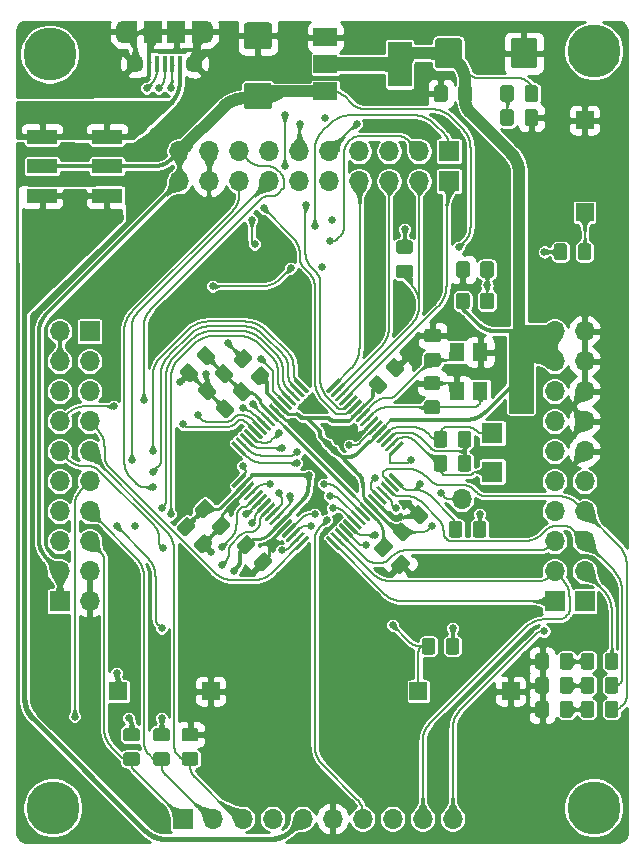
<source format=gbr>
G04 #@! TF.GenerationSoftware,KiCad,Pcbnew,(5.1.5)-3*
G04 #@! TF.CreationDate,2020-01-11T04:19:27+07:00*
G04 #@! TF.ProjectId,main,6d61696e-2e6b-4696-9361-645f70636258,1.3*
G04 #@! TF.SameCoordinates,Original*
G04 #@! TF.FileFunction,Copper,L1,Top*
G04 #@! TF.FilePolarity,Positive*
%FSLAX46Y46*%
G04 Gerber Fmt 4.6, Leading zero omitted, Abs format (unit mm)*
G04 Created by KiCad (PCBNEW (5.1.5)-3) date 2020-01-11 04:19:27*
%MOMM*%
%LPD*%
G04 APERTURE LIST*
%ADD10R,1.800000X1.750000*%
%ADD11R,1.300000X1.600000*%
%ADD12C,0.100000*%
%ADD13R,1.500000X1.500000*%
%ADD14C,4.500000*%
%ADD15R,1.500000X1.900000*%
%ADD16C,1.450000*%
%ADD17R,0.400000X1.350000*%
%ADD18O,1.200000X1.900000*%
%ADD19R,1.200000X1.900000*%
%ADD20O,1.700000X1.700000*%
%ADD21R,1.700000X1.700000*%
%ADD22R,2.500000X1.200000*%
%ADD23R,2.000000X3.800000*%
%ADD24R,2.000000X1.500000*%
%ADD25C,0.640000*%
%ADD26C,0.203200*%
%ADD27C,0.254000*%
%ADD28C,0.355600*%
%ADD29C,1.000000*%
%ADD30C,1.200000*%
%ADD31C,0.450000*%
%ADD32C,0.200000*%
%ADD33C,0.025400*%
G04 APERTURE END LIST*
D10*
X139500000Y-93725000D03*
X139500000Y-96975000D03*
D11*
X136500000Y-90150000D03*
X136500000Y-86850000D03*
X138500000Y-86850000D03*
X138500000Y-90150000D03*
G04 #@! TA.AperFunction,SMDPad,CuDef*
D12*
G36*
X120619505Y-64046204D02*
G01*
X120643773Y-64049804D01*
X120667572Y-64055765D01*
X120690671Y-64064030D01*
X120712850Y-64074520D01*
X120733893Y-64087132D01*
X120753599Y-64101747D01*
X120771777Y-64118223D01*
X120788253Y-64136401D01*
X120802868Y-64156107D01*
X120815480Y-64177150D01*
X120825970Y-64199329D01*
X120834235Y-64222428D01*
X120840196Y-64246227D01*
X120843796Y-64270495D01*
X120845000Y-64294999D01*
X120845000Y-66045001D01*
X120843796Y-66069505D01*
X120840196Y-66093773D01*
X120834235Y-66117572D01*
X120825970Y-66140671D01*
X120815480Y-66162850D01*
X120802868Y-66183893D01*
X120788253Y-66203599D01*
X120771777Y-66221777D01*
X120753599Y-66238253D01*
X120733893Y-66252868D01*
X120712850Y-66265480D01*
X120690671Y-66275970D01*
X120667572Y-66284235D01*
X120643773Y-66290196D01*
X120619505Y-66293796D01*
X120595001Y-66295000D01*
X118744999Y-66295000D01*
X118720495Y-66293796D01*
X118696227Y-66290196D01*
X118672428Y-66284235D01*
X118649329Y-66275970D01*
X118627150Y-66265480D01*
X118606107Y-66252868D01*
X118586401Y-66238253D01*
X118568223Y-66221777D01*
X118551747Y-66203599D01*
X118537132Y-66183893D01*
X118524520Y-66162850D01*
X118514030Y-66140671D01*
X118505765Y-66117572D01*
X118499804Y-66093773D01*
X118496204Y-66069505D01*
X118495000Y-66045001D01*
X118495000Y-64294999D01*
X118496204Y-64270495D01*
X118499804Y-64246227D01*
X118505765Y-64222428D01*
X118514030Y-64199329D01*
X118524520Y-64177150D01*
X118537132Y-64156107D01*
X118551747Y-64136401D01*
X118568223Y-64118223D01*
X118586401Y-64101747D01*
X118606107Y-64087132D01*
X118627150Y-64074520D01*
X118649329Y-64064030D01*
X118672428Y-64055765D01*
X118696227Y-64049804D01*
X118720495Y-64046204D01*
X118744999Y-64045000D01*
X120595001Y-64045000D01*
X120619505Y-64046204D01*
G37*
G04 #@! TD.AperFunction*
G04 #@! TA.AperFunction,SMDPad,CuDef*
G36*
X120619505Y-58946204D02*
G01*
X120643773Y-58949804D01*
X120667572Y-58955765D01*
X120690671Y-58964030D01*
X120712850Y-58974520D01*
X120733893Y-58987132D01*
X120753599Y-59001747D01*
X120771777Y-59018223D01*
X120788253Y-59036401D01*
X120802868Y-59056107D01*
X120815480Y-59077150D01*
X120825970Y-59099329D01*
X120834235Y-59122428D01*
X120840196Y-59146227D01*
X120843796Y-59170495D01*
X120845000Y-59194999D01*
X120845000Y-60945001D01*
X120843796Y-60969505D01*
X120840196Y-60993773D01*
X120834235Y-61017572D01*
X120825970Y-61040671D01*
X120815480Y-61062850D01*
X120802868Y-61083893D01*
X120788253Y-61103599D01*
X120771777Y-61121777D01*
X120753599Y-61138253D01*
X120733893Y-61152868D01*
X120712850Y-61165480D01*
X120690671Y-61175970D01*
X120667572Y-61184235D01*
X120643773Y-61190196D01*
X120619505Y-61193796D01*
X120595001Y-61195000D01*
X118744999Y-61195000D01*
X118720495Y-61193796D01*
X118696227Y-61190196D01*
X118672428Y-61184235D01*
X118649329Y-61175970D01*
X118627150Y-61165480D01*
X118606107Y-61152868D01*
X118586401Y-61138253D01*
X118568223Y-61121777D01*
X118551747Y-61103599D01*
X118537132Y-61083893D01*
X118524520Y-61062850D01*
X118514030Y-61040671D01*
X118505765Y-61017572D01*
X118499804Y-60993773D01*
X118496204Y-60969505D01*
X118495000Y-60945001D01*
X118495000Y-59194999D01*
X118496204Y-59170495D01*
X118499804Y-59146227D01*
X118505765Y-59122428D01*
X118514030Y-59099329D01*
X118524520Y-59077150D01*
X118537132Y-59056107D01*
X118551747Y-59036401D01*
X118568223Y-59018223D01*
X118586401Y-59001747D01*
X118606107Y-58987132D01*
X118627150Y-58974520D01*
X118649329Y-58964030D01*
X118672428Y-58955765D01*
X118696227Y-58949804D01*
X118720495Y-58946204D01*
X118744999Y-58945000D01*
X120595001Y-58945000D01*
X120619505Y-58946204D01*
G37*
G04 #@! TD.AperFunction*
G04 #@! TA.AperFunction,SMDPad,CuDef*
G36*
X143089505Y-60266204D02*
G01*
X143113773Y-60269804D01*
X143137572Y-60275765D01*
X143160671Y-60284030D01*
X143182850Y-60294520D01*
X143203893Y-60307132D01*
X143223599Y-60321747D01*
X143241777Y-60338223D01*
X143258253Y-60356401D01*
X143272868Y-60376107D01*
X143285480Y-60397150D01*
X143295970Y-60419329D01*
X143304235Y-60442428D01*
X143310196Y-60466227D01*
X143313796Y-60490495D01*
X143315000Y-60514999D01*
X143315000Y-62565001D01*
X143313796Y-62589505D01*
X143310196Y-62613773D01*
X143304235Y-62637572D01*
X143295970Y-62660671D01*
X143285480Y-62682850D01*
X143272868Y-62703893D01*
X143258253Y-62723599D01*
X143241777Y-62741777D01*
X143223599Y-62758253D01*
X143203893Y-62772868D01*
X143182850Y-62785480D01*
X143160671Y-62795970D01*
X143137572Y-62804235D01*
X143113773Y-62810196D01*
X143089505Y-62813796D01*
X143065001Y-62815000D01*
X141314999Y-62815000D01*
X141290495Y-62813796D01*
X141266227Y-62810196D01*
X141242428Y-62804235D01*
X141219329Y-62795970D01*
X141197150Y-62785480D01*
X141176107Y-62772868D01*
X141156401Y-62758253D01*
X141138223Y-62741777D01*
X141121747Y-62723599D01*
X141107132Y-62703893D01*
X141094520Y-62682850D01*
X141084030Y-62660671D01*
X141075765Y-62637572D01*
X141069804Y-62613773D01*
X141066204Y-62589505D01*
X141065000Y-62565001D01*
X141065000Y-60514999D01*
X141066204Y-60490495D01*
X141069804Y-60466227D01*
X141075765Y-60442428D01*
X141084030Y-60419329D01*
X141094520Y-60397150D01*
X141107132Y-60376107D01*
X141121747Y-60356401D01*
X141138223Y-60338223D01*
X141156401Y-60321747D01*
X141176107Y-60307132D01*
X141197150Y-60294520D01*
X141219329Y-60284030D01*
X141242428Y-60275765D01*
X141266227Y-60269804D01*
X141290495Y-60266204D01*
X141314999Y-60265000D01*
X143065001Y-60265000D01*
X143089505Y-60266204D01*
G37*
G04 #@! TD.AperFunction*
G04 #@! TA.AperFunction,SMDPad,CuDef*
G36*
X136689505Y-60266204D02*
G01*
X136713773Y-60269804D01*
X136737572Y-60275765D01*
X136760671Y-60284030D01*
X136782850Y-60294520D01*
X136803893Y-60307132D01*
X136823599Y-60321747D01*
X136841777Y-60338223D01*
X136858253Y-60356401D01*
X136872868Y-60376107D01*
X136885480Y-60397150D01*
X136895970Y-60419329D01*
X136904235Y-60442428D01*
X136910196Y-60466227D01*
X136913796Y-60490495D01*
X136915000Y-60514999D01*
X136915000Y-62565001D01*
X136913796Y-62589505D01*
X136910196Y-62613773D01*
X136904235Y-62637572D01*
X136895970Y-62660671D01*
X136885480Y-62682850D01*
X136872868Y-62703893D01*
X136858253Y-62723599D01*
X136841777Y-62741777D01*
X136823599Y-62758253D01*
X136803893Y-62772868D01*
X136782850Y-62785480D01*
X136760671Y-62795970D01*
X136737572Y-62804235D01*
X136713773Y-62810196D01*
X136689505Y-62813796D01*
X136665001Y-62815000D01*
X134914999Y-62815000D01*
X134890495Y-62813796D01*
X134866227Y-62810196D01*
X134842428Y-62804235D01*
X134819329Y-62795970D01*
X134797150Y-62785480D01*
X134776107Y-62772868D01*
X134756401Y-62758253D01*
X134738223Y-62741777D01*
X134721747Y-62723599D01*
X134707132Y-62703893D01*
X134694520Y-62682850D01*
X134684030Y-62660671D01*
X134675765Y-62637572D01*
X134669804Y-62613773D01*
X134666204Y-62589505D01*
X134665000Y-62565001D01*
X134665000Y-60514999D01*
X134666204Y-60490495D01*
X134669804Y-60466227D01*
X134675765Y-60442428D01*
X134684030Y-60419329D01*
X134694520Y-60397150D01*
X134707132Y-60376107D01*
X134721747Y-60356401D01*
X134738223Y-60338223D01*
X134756401Y-60321747D01*
X134776107Y-60307132D01*
X134797150Y-60294520D01*
X134819329Y-60284030D01*
X134842428Y-60275765D01*
X134866227Y-60269804D01*
X134890495Y-60266204D01*
X134914999Y-60265000D01*
X136665001Y-60265000D01*
X136689505Y-60266204D01*
G37*
G04 #@! TD.AperFunction*
D13*
X147320000Y-75020000D03*
X147320000Y-67220000D03*
X107860000Y-115570000D03*
X115660000Y-115570000D03*
X133260000Y-115570000D03*
X141060000Y-115570000D03*
G04 #@! TA.AperFunction,SMDPad,CuDef*
D12*
G36*
X145628505Y-77660204D02*
G01*
X145652773Y-77663804D01*
X145676572Y-77669765D01*
X145699671Y-77678030D01*
X145721850Y-77688520D01*
X145742893Y-77701132D01*
X145762599Y-77715747D01*
X145780777Y-77732223D01*
X145797253Y-77750401D01*
X145811868Y-77770107D01*
X145824480Y-77791150D01*
X145834970Y-77813329D01*
X145843235Y-77836428D01*
X145849196Y-77860227D01*
X145852796Y-77884495D01*
X145854000Y-77908999D01*
X145854000Y-78809001D01*
X145852796Y-78833505D01*
X145849196Y-78857773D01*
X145843235Y-78881572D01*
X145834970Y-78904671D01*
X145824480Y-78926850D01*
X145811868Y-78947893D01*
X145797253Y-78967599D01*
X145780777Y-78985777D01*
X145762599Y-79002253D01*
X145742893Y-79016868D01*
X145721850Y-79029480D01*
X145699671Y-79039970D01*
X145676572Y-79048235D01*
X145652773Y-79054196D01*
X145628505Y-79057796D01*
X145604001Y-79059000D01*
X144953999Y-79059000D01*
X144929495Y-79057796D01*
X144905227Y-79054196D01*
X144881428Y-79048235D01*
X144858329Y-79039970D01*
X144836150Y-79029480D01*
X144815107Y-79016868D01*
X144795401Y-79002253D01*
X144777223Y-78985777D01*
X144760747Y-78967599D01*
X144746132Y-78947893D01*
X144733520Y-78926850D01*
X144723030Y-78904671D01*
X144714765Y-78881572D01*
X144708804Y-78857773D01*
X144705204Y-78833505D01*
X144704000Y-78809001D01*
X144704000Y-77908999D01*
X144705204Y-77884495D01*
X144708804Y-77860227D01*
X144714765Y-77836428D01*
X144723030Y-77813329D01*
X144733520Y-77791150D01*
X144746132Y-77770107D01*
X144760747Y-77750401D01*
X144777223Y-77732223D01*
X144795401Y-77715747D01*
X144815107Y-77701132D01*
X144836150Y-77688520D01*
X144858329Y-77678030D01*
X144881428Y-77669765D01*
X144905227Y-77663804D01*
X144929495Y-77660204D01*
X144953999Y-77659000D01*
X145604001Y-77659000D01*
X145628505Y-77660204D01*
G37*
G04 #@! TD.AperFunction*
G04 #@! TA.AperFunction,SMDPad,CuDef*
G36*
X147678505Y-77660204D02*
G01*
X147702773Y-77663804D01*
X147726572Y-77669765D01*
X147749671Y-77678030D01*
X147771850Y-77688520D01*
X147792893Y-77701132D01*
X147812599Y-77715747D01*
X147830777Y-77732223D01*
X147847253Y-77750401D01*
X147861868Y-77770107D01*
X147874480Y-77791150D01*
X147884970Y-77813329D01*
X147893235Y-77836428D01*
X147899196Y-77860227D01*
X147902796Y-77884495D01*
X147904000Y-77908999D01*
X147904000Y-78809001D01*
X147902796Y-78833505D01*
X147899196Y-78857773D01*
X147893235Y-78881572D01*
X147884970Y-78904671D01*
X147874480Y-78926850D01*
X147861868Y-78947893D01*
X147847253Y-78967599D01*
X147830777Y-78985777D01*
X147812599Y-79002253D01*
X147792893Y-79016868D01*
X147771850Y-79029480D01*
X147749671Y-79039970D01*
X147726572Y-79048235D01*
X147702773Y-79054196D01*
X147678505Y-79057796D01*
X147654001Y-79059000D01*
X147003999Y-79059000D01*
X146979495Y-79057796D01*
X146955227Y-79054196D01*
X146931428Y-79048235D01*
X146908329Y-79039970D01*
X146886150Y-79029480D01*
X146865107Y-79016868D01*
X146845401Y-79002253D01*
X146827223Y-78985777D01*
X146810747Y-78967599D01*
X146796132Y-78947893D01*
X146783520Y-78926850D01*
X146773030Y-78904671D01*
X146764765Y-78881572D01*
X146758804Y-78857773D01*
X146755204Y-78833505D01*
X146754000Y-78809001D01*
X146754000Y-77908999D01*
X146755204Y-77884495D01*
X146758804Y-77860227D01*
X146764765Y-77836428D01*
X146773030Y-77813329D01*
X146783520Y-77791150D01*
X146796132Y-77770107D01*
X146810747Y-77750401D01*
X146827223Y-77732223D01*
X146845401Y-77715747D01*
X146865107Y-77701132D01*
X146886150Y-77688520D01*
X146908329Y-77678030D01*
X146931428Y-77669765D01*
X146955227Y-77663804D01*
X146979495Y-77660204D01*
X147003999Y-77659000D01*
X147654001Y-77659000D01*
X147678505Y-77660204D01*
G37*
G04 #@! TD.AperFunction*
G04 #@! TA.AperFunction,SMDPad,CuDef*
G36*
X137365505Y-81818204D02*
G01*
X137389773Y-81821804D01*
X137413572Y-81827765D01*
X137436671Y-81836030D01*
X137458850Y-81846520D01*
X137479893Y-81859132D01*
X137499599Y-81873747D01*
X137517777Y-81890223D01*
X137534253Y-81908401D01*
X137548868Y-81928107D01*
X137561480Y-81949150D01*
X137571970Y-81971329D01*
X137580235Y-81994428D01*
X137586196Y-82018227D01*
X137589796Y-82042495D01*
X137591000Y-82066999D01*
X137591000Y-82967001D01*
X137589796Y-82991505D01*
X137586196Y-83015773D01*
X137580235Y-83039572D01*
X137571970Y-83062671D01*
X137561480Y-83084850D01*
X137548868Y-83105893D01*
X137534253Y-83125599D01*
X137517777Y-83143777D01*
X137499599Y-83160253D01*
X137479893Y-83174868D01*
X137458850Y-83187480D01*
X137436671Y-83197970D01*
X137413572Y-83206235D01*
X137389773Y-83212196D01*
X137365505Y-83215796D01*
X137341001Y-83217000D01*
X136690999Y-83217000D01*
X136666495Y-83215796D01*
X136642227Y-83212196D01*
X136618428Y-83206235D01*
X136595329Y-83197970D01*
X136573150Y-83187480D01*
X136552107Y-83174868D01*
X136532401Y-83160253D01*
X136514223Y-83143777D01*
X136497747Y-83125599D01*
X136483132Y-83105893D01*
X136470520Y-83084850D01*
X136460030Y-83062671D01*
X136451765Y-83039572D01*
X136445804Y-83015773D01*
X136442204Y-82991505D01*
X136441000Y-82967001D01*
X136441000Y-82066999D01*
X136442204Y-82042495D01*
X136445804Y-82018227D01*
X136451765Y-81994428D01*
X136460030Y-81971329D01*
X136470520Y-81949150D01*
X136483132Y-81928107D01*
X136497747Y-81908401D01*
X136514223Y-81890223D01*
X136532401Y-81873747D01*
X136552107Y-81859132D01*
X136573150Y-81846520D01*
X136595329Y-81836030D01*
X136618428Y-81827765D01*
X136642227Y-81821804D01*
X136666495Y-81818204D01*
X136690999Y-81817000D01*
X137341001Y-81817000D01*
X137365505Y-81818204D01*
G37*
G04 #@! TD.AperFunction*
G04 #@! TA.AperFunction,SMDPad,CuDef*
G36*
X139415505Y-81818204D02*
G01*
X139439773Y-81821804D01*
X139463572Y-81827765D01*
X139486671Y-81836030D01*
X139508850Y-81846520D01*
X139529893Y-81859132D01*
X139549599Y-81873747D01*
X139567777Y-81890223D01*
X139584253Y-81908401D01*
X139598868Y-81928107D01*
X139611480Y-81949150D01*
X139621970Y-81971329D01*
X139630235Y-81994428D01*
X139636196Y-82018227D01*
X139639796Y-82042495D01*
X139641000Y-82066999D01*
X139641000Y-82967001D01*
X139639796Y-82991505D01*
X139636196Y-83015773D01*
X139630235Y-83039572D01*
X139621970Y-83062671D01*
X139611480Y-83084850D01*
X139598868Y-83105893D01*
X139584253Y-83125599D01*
X139567777Y-83143777D01*
X139549599Y-83160253D01*
X139529893Y-83174868D01*
X139508850Y-83187480D01*
X139486671Y-83197970D01*
X139463572Y-83206235D01*
X139439773Y-83212196D01*
X139415505Y-83215796D01*
X139391001Y-83217000D01*
X138740999Y-83217000D01*
X138716495Y-83215796D01*
X138692227Y-83212196D01*
X138668428Y-83206235D01*
X138645329Y-83197970D01*
X138623150Y-83187480D01*
X138602107Y-83174868D01*
X138582401Y-83160253D01*
X138564223Y-83143777D01*
X138547747Y-83125599D01*
X138533132Y-83105893D01*
X138520520Y-83084850D01*
X138510030Y-83062671D01*
X138501765Y-83039572D01*
X138495804Y-83015773D01*
X138492204Y-82991505D01*
X138491000Y-82967001D01*
X138491000Y-82066999D01*
X138492204Y-82042495D01*
X138495804Y-82018227D01*
X138501765Y-81994428D01*
X138510030Y-81971329D01*
X138520520Y-81949150D01*
X138533132Y-81928107D01*
X138547747Y-81908401D01*
X138564223Y-81890223D01*
X138582401Y-81873747D01*
X138602107Y-81859132D01*
X138623150Y-81846520D01*
X138645329Y-81836030D01*
X138668428Y-81827765D01*
X138692227Y-81821804D01*
X138716495Y-81818204D01*
X138740999Y-81817000D01*
X139391001Y-81817000D01*
X139415505Y-81818204D01*
G37*
G04 #@! TD.AperFunction*
G04 #@! TA.AperFunction,SMDPad,CuDef*
G36*
X136738505Y-101155204D02*
G01*
X136762773Y-101158804D01*
X136786572Y-101164765D01*
X136809671Y-101173030D01*
X136831850Y-101183520D01*
X136852893Y-101196132D01*
X136872599Y-101210747D01*
X136890777Y-101227223D01*
X136907253Y-101245401D01*
X136921868Y-101265107D01*
X136934480Y-101286150D01*
X136944970Y-101308329D01*
X136953235Y-101331428D01*
X136959196Y-101355227D01*
X136962796Y-101379495D01*
X136964000Y-101403999D01*
X136964000Y-102304001D01*
X136962796Y-102328505D01*
X136959196Y-102352773D01*
X136953235Y-102376572D01*
X136944970Y-102399671D01*
X136934480Y-102421850D01*
X136921868Y-102442893D01*
X136907253Y-102462599D01*
X136890777Y-102480777D01*
X136872599Y-102497253D01*
X136852893Y-102511868D01*
X136831850Y-102524480D01*
X136809671Y-102534970D01*
X136786572Y-102543235D01*
X136762773Y-102549196D01*
X136738505Y-102552796D01*
X136714001Y-102554000D01*
X136063999Y-102554000D01*
X136039495Y-102552796D01*
X136015227Y-102549196D01*
X135991428Y-102543235D01*
X135968329Y-102534970D01*
X135946150Y-102524480D01*
X135925107Y-102511868D01*
X135905401Y-102497253D01*
X135887223Y-102480777D01*
X135870747Y-102462599D01*
X135856132Y-102442893D01*
X135843520Y-102421850D01*
X135833030Y-102399671D01*
X135824765Y-102376572D01*
X135818804Y-102352773D01*
X135815204Y-102328505D01*
X135814000Y-102304001D01*
X135814000Y-101403999D01*
X135815204Y-101379495D01*
X135818804Y-101355227D01*
X135824765Y-101331428D01*
X135833030Y-101308329D01*
X135843520Y-101286150D01*
X135856132Y-101265107D01*
X135870747Y-101245401D01*
X135887223Y-101227223D01*
X135905401Y-101210747D01*
X135925107Y-101196132D01*
X135946150Y-101183520D01*
X135968329Y-101173030D01*
X135991428Y-101164765D01*
X136015227Y-101158804D01*
X136039495Y-101155204D01*
X136063999Y-101154000D01*
X136714001Y-101154000D01*
X136738505Y-101155204D01*
G37*
G04 #@! TD.AperFunction*
G04 #@! TA.AperFunction,SMDPad,CuDef*
G36*
X138788505Y-101155204D02*
G01*
X138812773Y-101158804D01*
X138836572Y-101164765D01*
X138859671Y-101173030D01*
X138881850Y-101183520D01*
X138902893Y-101196132D01*
X138922599Y-101210747D01*
X138940777Y-101227223D01*
X138957253Y-101245401D01*
X138971868Y-101265107D01*
X138984480Y-101286150D01*
X138994970Y-101308329D01*
X139003235Y-101331428D01*
X139009196Y-101355227D01*
X139012796Y-101379495D01*
X139014000Y-101403999D01*
X139014000Y-102304001D01*
X139012796Y-102328505D01*
X139009196Y-102352773D01*
X139003235Y-102376572D01*
X138994970Y-102399671D01*
X138984480Y-102421850D01*
X138971868Y-102442893D01*
X138957253Y-102462599D01*
X138940777Y-102480777D01*
X138922599Y-102497253D01*
X138902893Y-102511868D01*
X138881850Y-102524480D01*
X138859671Y-102534970D01*
X138836572Y-102543235D01*
X138812773Y-102549196D01*
X138788505Y-102552796D01*
X138764001Y-102554000D01*
X138113999Y-102554000D01*
X138089495Y-102552796D01*
X138065227Y-102549196D01*
X138041428Y-102543235D01*
X138018329Y-102534970D01*
X137996150Y-102524480D01*
X137975107Y-102511868D01*
X137955401Y-102497253D01*
X137937223Y-102480777D01*
X137920747Y-102462599D01*
X137906132Y-102442893D01*
X137893520Y-102421850D01*
X137883030Y-102399671D01*
X137874765Y-102376572D01*
X137868804Y-102352773D01*
X137865204Y-102328505D01*
X137864000Y-102304001D01*
X137864000Y-101403999D01*
X137865204Y-101379495D01*
X137868804Y-101355227D01*
X137874765Y-101331428D01*
X137883030Y-101308329D01*
X137893520Y-101286150D01*
X137906132Y-101265107D01*
X137920747Y-101245401D01*
X137937223Y-101227223D01*
X137955401Y-101210747D01*
X137975107Y-101196132D01*
X137996150Y-101183520D01*
X138018329Y-101173030D01*
X138041428Y-101164765D01*
X138065227Y-101158804D01*
X138089495Y-101155204D01*
X138113999Y-101154000D01*
X138764001Y-101154000D01*
X138788505Y-101155204D01*
G37*
G04 #@! TD.AperFunction*
G04 #@! TA.AperFunction,SMDPad,CuDef*
G36*
X132554505Y-79445204D02*
G01*
X132578773Y-79448804D01*
X132602572Y-79454765D01*
X132625671Y-79463030D01*
X132647850Y-79473520D01*
X132668893Y-79486132D01*
X132688599Y-79500747D01*
X132706777Y-79517223D01*
X132723253Y-79535401D01*
X132737868Y-79555107D01*
X132750480Y-79576150D01*
X132760970Y-79598329D01*
X132769235Y-79621428D01*
X132775196Y-79645227D01*
X132778796Y-79669495D01*
X132780000Y-79693999D01*
X132780000Y-80344001D01*
X132778796Y-80368505D01*
X132775196Y-80392773D01*
X132769235Y-80416572D01*
X132760970Y-80439671D01*
X132750480Y-80461850D01*
X132737868Y-80482893D01*
X132723253Y-80502599D01*
X132706777Y-80520777D01*
X132688599Y-80537253D01*
X132668893Y-80551868D01*
X132647850Y-80564480D01*
X132625671Y-80574970D01*
X132602572Y-80583235D01*
X132578773Y-80589196D01*
X132554505Y-80592796D01*
X132530001Y-80594000D01*
X131629999Y-80594000D01*
X131605495Y-80592796D01*
X131581227Y-80589196D01*
X131557428Y-80583235D01*
X131534329Y-80574970D01*
X131512150Y-80564480D01*
X131491107Y-80551868D01*
X131471401Y-80537253D01*
X131453223Y-80520777D01*
X131436747Y-80502599D01*
X131422132Y-80482893D01*
X131409520Y-80461850D01*
X131399030Y-80439671D01*
X131390765Y-80416572D01*
X131384804Y-80392773D01*
X131381204Y-80368505D01*
X131380000Y-80344001D01*
X131380000Y-79693999D01*
X131381204Y-79669495D01*
X131384804Y-79645227D01*
X131390765Y-79621428D01*
X131399030Y-79598329D01*
X131409520Y-79576150D01*
X131422132Y-79555107D01*
X131436747Y-79535401D01*
X131453223Y-79517223D01*
X131471401Y-79500747D01*
X131491107Y-79486132D01*
X131512150Y-79473520D01*
X131534329Y-79463030D01*
X131557428Y-79454765D01*
X131581227Y-79448804D01*
X131605495Y-79445204D01*
X131629999Y-79444000D01*
X132530001Y-79444000D01*
X132554505Y-79445204D01*
G37*
G04 #@! TD.AperFunction*
G04 #@! TA.AperFunction,SMDPad,CuDef*
G36*
X132554505Y-77395204D02*
G01*
X132578773Y-77398804D01*
X132602572Y-77404765D01*
X132625671Y-77413030D01*
X132647850Y-77423520D01*
X132668893Y-77436132D01*
X132688599Y-77450747D01*
X132706777Y-77467223D01*
X132723253Y-77485401D01*
X132737868Y-77505107D01*
X132750480Y-77526150D01*
X132760970Y-77548329D01*
X132769235Y-77571428D01*
X132775196Y-77595227D01*
X132778796Y-77619495D01*
X132780000Y-77643999D01*
X132780000Y-78294001D01*
X132778796Y-78318505D01*
X132775196Y-78342773D01*
X132769235Y-78366572D01*
X132760970Y-78389671D01*
X132750480Y-78411850D01*
X132737868Y-78432893D01*
X132723253Y-78452599D01*
X132706777Y-78470777D01*
X132688599Y-78487253D01*
X132668893Y-78501868D01*
X132647850Y-78514480D01*
X132625671Y-78524970D01*
X132602572Y-78533235D01*
X132578773Y-78539196D01*
X132554505Y-78542796D01*
X132530001Y-78544000D01*
X131629999Y-78544000D01*
X131605495Y-78542796D01*
X131581227Y-78539196D01*
X131557428Y-78533235D01*
X131534329Y-78524970D01*
X131512150Y-78514480D01*
X131491107Y-78501868D01*
X131471401Y-78487253D01*
X131453223Y-78470777D01*
X131436747Y-78452599D01*
X131422132Y-78432893D01*
X131409520Y-78411850D01*
X131399030Y-78389671D01*
X131390765Y-78366572D01*
X131384804Y-78342773D01*
X131381204Y-78318505D01*
X131380000Y-78294001D01*
X131380000Y-77643999D01*
X131381204Y-77619495D01*
X131384804Y-77595227D01*
X131390765Y-77571428D01*
X131399030Y-77548329D01*
X131409520Y-77526150D01*
X131422132Y-77505107D01*
X131436747Y-77485401D01*
X131453223Y-77467223D01*
X131471401Y-77450747D01*
X131491107Y-77436132D01*
X131512150Y-77423520D01*
X131534329Y-77413030D01*
X131557428Y-77404765D01*
X131581227Y-77398804D01*
X131605495Y-77395204D01*
X131629999Y-77394000D01*
X132530001Y-77394000D01*
X132554505Y-77395204D01*
G37*
G04 #@! TD.AperFunction*
G04 #@! TA.AperFunction,SMDPad,CuDef*
G36*
X143171505Y-64265204D02*
G01*
X143195773Y-64268804D01*
X143219572Y-64274765D01*
X143242671Y-64283030D01*
X143264850Y-64293520D01*
X143285893Y-64306132D01*
X143305599Y-64320747D01*
X143323777Y-64337223D01*
X143340253Y-64355401D01*
X143354868Y-64375107D01*
X143367480Y-64396150D01*
X143377970Y-64418329D01*
X143386235Y-64441428D01*
X143392196Y-64465227D01*
X143395796Y-64489495D01*
X143397000Y-64513999D01*
X143397000Y-65414001D01*
X143395796Y-65438505D01*
X143392196Y-65462773D01*
X143386235Y-65486572D01*
X143377970Y-65509671D01*
X143367480Y-65531850D01*
X143354868Y-65552893D01*
X143340253Y-65572599D01*
X143323777Y-65590777D01*
X143305599Y-65607253D01*
X143285893Y-65621868D01*
X143264850Y-65634480D01*
X143242671Y-65644970D01*
X143219572Y-65653235D01*
X143195773Y-65659196D01*
X143171505Y-65662796D01*
X143147001Y-65664000D01*
X142496999Y-65664000D01*
X142472495Y-65662796D01*
X142448227Y-65659196D01*
X142424428Y-65653235D01*
X142401329Y-65644970D01*
X142379150Y-65634480D01*
X142358107Y-65621868D01*
X142338401Y-65607253D01*
X142320223Y-65590777D01*
X142303747Y-65572599D01*
X142289132Y-65552893D01*
X142276520Y-65531850D01*
X142266030Y-65509671D01*
X142257765Y-65486572D01*
X142251804Y-65462773D01*
X142248204Y-65438505D01*
X142247000Y-65414001D01*
X142247000Y-64513999D01*
X142248204Y-64489495D01*
X142251804Y-64465227D01*
X142257765Y-64441428D01*
X142266030Y-64418329D01*
X142276520Y-64396150D01*
X142289132Y-64375107D01*
X142303747Y-64355401D01*
X142320223Y-64337223D01*
X142338401Y-64320747D01*
X142358107Y-64306132D01*
X142379150Y-64293520D01*
X142401329Y-64283030D01*
X142424428Y-64274765D01*
X142448227Y-64268804D01*
X142472495Y-64265204D01*
X142496999Y-64264000D01*
X143147001Y-64264000D01*
X143171505Y-64265204D01*
G37*
G04 #@! TD.AperFunction*
G04 #@! TA.AperFunction,SMDPad,CuDef*
G36*
X141121505Y-64265204D02*
G01*
X141145773Y-64268804D01*
X141169572Y-64274765D01*
X141192671Y-64283030D01*
X141214850Y-64293520D01*
X141235893Y-64306132D01*
X141255599Y-64320747D01*
X141273777Y-64337223D01*
X141290253Y-64355401D01*
X141304868Y-64375107D01*
X141317480Y-64396150D01*
X141327970Y-64418329D01*
X141336235Y-64441428D01*
X141342196Y-64465227D01*
X141345796Y-64489495D01*
X141347000Y-64513999D01*
X141347000Y-65414001D01*
X141345796Y-65438505D01*
X141342196Y-65462773D01*
X141336235Y-65486572D01*
X141327970Y-65509671D01*
X141317480Y-65531850D01*
X141304868Y-65552893D01*
X141290253Y-65572599D01*
X141273777Y-65590777D01*
X141255599Y-65607253D01*
X141235893Y-65621868D01*
X141214850Y-65634480D01*
X141192671Y-65644970D01*
X141169572Y-65653235D01*
X141145773Y-65659196D01*
X141121505Y-65662796D01*
X141097001Y-65664000D01*
X140446999Y-65664000D01*
X140422495Y-65662796D01*
X140398227Y-65659196D01*
X140374428Y-65653235D01*
X140351329Y-65644970D01*
X140329150Y-65634480D01*
X140308107Y-65621868D01*
X140288401Y-65607253D01*
X140270223Y-65590777D01*
X140253747Y-65572599D01*
X140239132Y-65552893D01*
X140226520Y-65531850D01*
X140216030Y-65509671D01*
X140207765Y-65486572D01*
X140201804Y-65462773D01*
X140198204Y-65438505D01*
X140197000Y-65414001D01*
X140197000Y-64513999D01*
X140198204Y-64489495D01*
X140201804Y-64465227D01*
X140207765Y-64441428D01*
X140216030Y-64418329D01*
X140226520Y-64396150D01*
X140239132Y-64375107D01*
X140253747Y-64355401D01*
X140270223Y-64337223D01*
X140288401Y-64320747D01*
X140308107Y-64306132D01*
X140329150Y-64293520D01*
X140351329Y-64283030D01*
X140374428Y-64274765D01*
X140398227Y-64268804D01*
X140422495Y-64265204D01*
X140446999Y-64264000D01*
X141097001Y-64264000D01*
X141121505Y-64265204D01*
G37*
G04 #@! TD.AperFunction*
G04 #@! TA.AperFunction,SMDPad,CuDef*
G36*
X134452505Y-111061204D02*
G01*
X134476773Y-111064804D01*
X134500572Y-111070765D01*
X134523671Y-111079030D01*
X134545850Y-111089520D01*
X134566893Y-111102132D01*
X134586599Y-111116747D01*
X134604777Y-111133223D01*
X134621253Y-111151401D01*
X134635868Y-111171107D01*
X134648480Y-111192150D01*
X134658970Y-111214329D01*
X134667235Y-111237428D01*
X134673196Y-111261227D01*
X134676796Y-111285495D01*
X134678000Y-111309999D01*
X134678000Y-112210001D01*
X134676796Y-112234505D01*
X134673196Y-112258773D01*
X134667235Y-112282572D01*
X134658970Y-112305671D01*
X134648480Y-112327850D01*
X134635868Y-112348893D01*
X134621253Y-112368599D01*
X134604777Y-112386777D01*
X134586599Y-112403253D01*
X134566893Y-112417868D01*
X134545850Y-112430480D01*
X134523671Y-112440970D01*
X134500572Y-112449235D01*
X134476773Y-112455196D01*
X134452505Y-112458796D01*
X134428001Y-112460000D01*
X133777999Y-112460000D01*
X133753495Y-112458796D01*
X133729227Y-112455196D01*
X133705428Y-112449235D01*
X133682329Y-112440970D01*
X133660150Y-112430480D01*
X133639107Y-112417868D01*
X133619401Y-112403253D01*
X133601223Y-112386777D01*
X133584747Y-112368599D01*
X133570132Y-112348893D01*
X133557520Y-112327850D01*
X133547030Y-112305671D01*
X133538765Y-112282572D01*
X133532804Y-112258773D01*
X133529204Y-112234505D01*
X133528000Y-112210001D01*
X133528000Y-111309999D01*
X133529204Y-111285495D01*
X133532804Y-111261227D01*
X133538765Y-111237428D01*
X133547030Y-111214329D01*
X133557520Y-111192150D01*
X133570132Y-111171107D01*
X133584747Y-111151401D01*
X133601223Y-111133223D01*
X133619401Y-111116747D01*
X133639107Y-111102132D01*
X133660150Y-111089520D01*
X133682329Y-111079030D01*
X133705428Y-111070765D01*
X133729227Y-111064804D01*
X133753495Y-111061204D01*
X133777999Y-111060000D01*
X134428001Y-111060000D01*
X134452505Y-111061204D01*
G37*
G04 #@! TD.AperFunction*
G04 #@! TA.AperFunction,SMDPad,CuDef*
G36*
X136502505Y-111061204D02*
G01*
X136526773Y-111064804D01*
X136550572Y-111070765D01*
X136573671Y-111079030D01*
X136595850Y-111089520D01*
X136616893Y-111102132D01*
X136636599Y-111116747D01*
X136654777Y-111133223D01*
X136671253Y-111151401D01*
X136685868Y-111171107D01*
X136698480Y-111192150D01*
X136708970Y-111214329D01*
X136717235Y-111237428D01*
X136723196Y-111261227D01*
X136726796Y-111285495D01*
X136728000Y-111309999D01*
X136728000Y-112210001D01*
X136726796Y-112234505D01*
X136723196Y-112258773D01*
X136717235Y-112282572D01*
X136708970Y-112305671D01*
X136698480Y-112327850D01*
X136685868Y-112348893D01*
X136671253Y-112368599D01*
X136654777Y-112386777D01*
X136636599Y-112403253D01*
X136616893Y-112417868D01*
X136595850Y-112430480D01*
X136573671Y-112440970D01*
X136550572Y-112449235D01*
X136526773Y-112455196D01*
X136502505Y-112458796D01*
X136478001Y-112460000D01*
X135827999Y-112460000D01*
X135803495Y-112458796D01*
X135779227Y-112455196D01*
X135755428Y-112449235D01*
X135732329Y-112440970D01*
X135710150Y-112430480D01*
X135689107Y-112417868D01*
X135669401Y-112403253D01*
X135651223Y-112386777D01*
X135634747Y-112368599D01*
X135620132Y-112348893D01*
X135607520Y-112327850D01*
X135597030Y-112305671D01*
X135588765Y-112282572D01*
X135582804Y-112258773D01*
X135579204Y-112234505D01*
X135578000Y-112210001D01*
X135578000Y-111309999D01*
X135579204Y-111285495D01*
X135582804Y-111261227D01*
X135588765Y-111237428D01*
X135597030Y-111214329D01*
X135607520Y-111192150D01*
X135620132Y-111171107D01*
X135634747Y-111151401D01*
X135651223Y-111133223D01*
X135669401Y-111116747D01*
X135689107Y-111102132D01*
X135710150Y-111089520D01*
X135732329Y-111079030D01*
X135755428Y-111070765D01*
X135779227Y-111064804D01*
X135803495Y-111061204D01*
X135827999Y-111060000D01*
X136478001Y-111060000D01*
X136502505Y-111061204D01*
G37*
G04 #@! TD.AperFunction*
G04 #@! TA.AperFunction,SMDPad,CuDef*
G36*
X144082505Y-112331204D02*
G01*
X144106773Y-112334804D01*
X144130572Y-112340765D01*
X144153671Y-112349030D01*
X144175850Y-112359520D01*
X144196893Y-112372132D01*
X144216599Y-112386747D01*
X144234777Y-112403223D01*
X144251253Y-112421401D01*
X144265868Y-112441107D01*
X144278480Y-112462150D01*
X144288970Y-112484329D01*
X144297235Y-112507428D01*
X144303196Y-112531227D01*
X144306796Y-112555495D01*
X144308000Y-112579999D01*
X144308000Y-113480001D01*
X144306796Y-113504505D01*
X144303196Y-113528773D01*
X144297235Y-113552572D01*
X144288970Y-113575671D01*
X144278480Y-113597850D01*
X144265868Y-113618893D01*
X144251253Y-113638599D01*
X144234777Y-113656777D01*
X144216599Y-113673253D01*
X144196893Y-113687868D01*
X144175850Y-113700480D01*
X144153671Y-113710970D01*
X144130572Y-113719235D01*
X144106773Y-113725196D01*
X144082505Y-113728796D01*
X144058001Y-113730000D01*
X143407999Y-113730000D01*
X143383495Y-113728796D01*
X143359227Y-113725196D01*
X143335428Y-113719235D01*
X143312329Y-113710970D01*
X143290150Y-113700480D01*
X143269107Y-113687868D01*
X143249401Y-113673253D01*
X143231223Y-113656777D01*
X143214747Y-113638599D01*
X143200132Y-113618893D01*
X143187520Y-113597850D01*
X143177030Y-113575671D01*
X143168765Y-113552572D01*
X143162804Y-113528773D01*
X143159204Y-113504505D01*
X143158000Y-113480001D01*
X143158000Y-112579999D01*
X143159204Y-112555495D01*
X143162804Y-112531227D01*
X143168765Y-112507428D01*
X143177030Y-112484329D01*
X143187520Y-112462150D01*
X143200132Y-112441107D01*
X143214747Y-112421401D01*
X143231223Y-112403223D01*
X143249401Y-112386747D01*
X143269107Y-112372132D01*
X143290150Y-112359520D01*
X143312329Y-112349030D01*
X143335428Y-112340765D01*
X143359227Y-112334804D01*
X143383495Y-112331204D01*
X143407999Y-112330000D01*
X144058001Y-112330000D01*
X144082505Y-112331204D01*
G37*
G04 #@! TD.AperFunction*
G04 #@! TA.AperFunction,SMDPad,CuDef*
G36*
X146132505Y-112331204D02*
G01*
X146156773Y-112334804D01*
X146180572Y-112340765D01*
X146203671Y-112349030D01*
X146225850Y-112359520D01*
X146246893Y-112372132D01*
X146266599Y-112386747D01*
X146284777Y-112403223D01*
X146301253Y-112421401D01*
X146315868Y-112441107D01*
X146328480Y-112462150D01*
X146338970Y-112484329D01*
X146347235Y-112507428D01*
X146353196Y-112531227D01*
X146356796Y-112555495D01*
X146358000Y-112579999D01*
X146358000Y-113480001D01*
X146356796Y-113504505D01*
X146353196Y-113528773D01*
X146347235Y-113552572D01*
X146338970Y-113575671D01*
X146328480Y-113597850D01*
X146315868Y-113618893D01*
X146301253Y-113638599D01*
X146284777Y-113656777D01*
X146266599Y-113673253D01*
X146246893Y-113687868D01*
X146225850Y-113700480D01*
X146203671Y-113710970D01*
X146180572Y-113719235D01*
X146156773Y-113725196D01*
X146132505Y-113728796D01*
X146108001Y-113730000D01*
X145457999Y-113730000D01*
X145433495Y-113728796D01*
X145409227Y-113725196D01*
X145385428Y-113719235D01*
X145362329Y-113710970D01*
X145340150Y-113700480D01*
X145319107Y-113687868D01*
X145299401Y-113673253D01*
X145281223Y-113656777D01*
X145264747Y-113638599D01*
X145250132Y-113618893D01*
X145237520Y-113597850D01*
X145227030Y-113575671D01*
X145218765Y-113552572D01*
X145212804Y-113528773D01*
X145209204Y-113504505D01*
X145208000Y-113480001D01*
X145208000Y-112579999D01*
X145209204Y-112555495D01*
X145212804Y-112531227D01*
X145218765Y-112507428D01*
X145227030Y-112484329D01*
X145237520Y-112462150D01*
X145250132Y-112441107D01*
X145264747Y-112421401D01*
X145281223Y-112403223D01*
X145299401Y-112386747D01*
X145319107Y-112372132D01*
X145340150Y-112359520D01*
X145362329Y-112349030D01*
X145385428Y-112340765D01*
X145409227Y-112334804D01*
X145433495Y-112331204D01*
X145457999Y-112330000D01*
X146108001Y-112330000D01*
X146132505Y-112331204D01*
G37*
G04 #@! TD.AperFunction*
G04 #@! TA.AperFunction,SMDPad,CuDef*
G36*
X144082505Y-114363204D02*
G01*
X144106773Y-114366804D01*
X144130572Y-114372765D01*
X144153671Y-114381030D01*
X144175850Y-114391520D01*
X144196893Y-114404132D01*
X144216599Y-114418747D01*
X144234777Y-114435223D01*
X144251253Y-114453401D01*
X144265868Y-114473107D01*
X144278480Y-114494150D01*
X144288970Y-114516329D01*
X144297235Y-114539428D01*
X144303196Y-114563227D01*
X144306796Y-114587495D01*
X144308000Y-114611999D01*
X144308000Y-115512001D01*
X144306796Y-115536505D01*
X144303196Y-115560773D01*
X144297235Y-115584572D01*
X144288970Y-115607671D01*
X144278480Y-115629850D01*
X144265868Y-115650893D01*
X144251253Y-115670599D01*
X144234777Y-115688777D01*
X144216599Y-115705253D01*
X144196893Y-115719868D01*
X144175850Y-115732480D01*
X144153671Y-115742970D01*
X144130572Y-115751235D01*
X144106773Y-115757196D01*
X144082505Y-115760796D01*
X144058001Y-115762000D01*
X143407999Y-115762000D01*
X143383495Y-115760796D01*
X143359227Y-115757196D01*
X143335428Y-115751235D01*
X143312329Y-115742970D01*
X143290150Y-115732480D01*
X143269107Y-115719868D01*
X143249401Y-115705253D01*
X143231223Y-115688777D01*
X143214747Y-115670599D01*
X143200132Y-115650893D01*
X143187520Y-115629850D01*
X143177030Y-115607671D01*
X143168765Y-115584572D01*
X143162804Y-115560773D01*
X143159204Y-115536505D01*
X143158000Y-115512001D01*
X143158000Y-114611999D01*
X143159204Y-114587495D01*
X143162804Y-114563227D01*
X143168765Y-114539428D01*
X143177030Y-114516329D01*
X143187520Y-114494150D01*
X143200132Y-114473107D01*
X143214747Y-114453401D01*
X143231223Y-114435223D01*
X143249401Y-114418747D01*
X143269107Y-114404132D01*
X143290150Y-114391520D01*
X143312329Y-114381030D01*
X143335428Y-114372765D01*
X143359227Y-114366804D01*
X143383495Y-114363204D01*
X143407999Y-114362000D01*
X144058001Y-114362000D01*
X144082505Y-114363204D01*
G37*
G04 #@! TD.AperFunction*
G04 #@! TA.AperFunction,SMDPad,CuDef*
G36*
X146132505Y-114363204D02*
G01*
X146156773Y-114366804D01*
X146180572Y-114372765D01*
X146203671Y-114381030D01*
X146225850Y-114391520D01*
X146246893Y-114404132D01*
X146266599Y-114418747D01*
X146284777Y-114435223D01*
X146301253Y-114453401D01*
X146315868Y-114473107D01*
X146328480Y-114494150D01*
X146338970Y-114516329D01*
X146347235Y-114539428D01*
X146353196Y-114563227D01*
X146356796Y-114587495D01*
X146358000Y-114611999D01*
X146358000Y-115512001D01*
X146356796Y-115536505D01*
X146353196Y-115560773D01*
X146347235Y-115584572D01*
X146338970Y-115607671D01*
X146328480Y-115629850D01*
X146315868Y-115650893D01*
X146301253Y-115670599D01*
X146284777Y-115688777D01*
X146266599Y-115705253D01*
X146246893Y-115719868D01*
X146225850Y-115732480D01*
X146203671Y-115742970D01*
X146180572Y-115751235D01*
X146156773Y-115757196D01*
X146132505Y-115760796D01*
X146108001Y-115762000D01*
X145457999Y-115762000D01*
X145433495Y-115760796D01*
X145409227Y-115757196D01*
X145385428Y-115751235D01*
X145362329Y-115742970D01*
X145340150Y-115732480D01*
X145319107Y-115719868D01*
X145299401Y-115705253D01*
X145281223Y-115688777D01*
X145264747Y-115670599D01*
X145250132Y-115650893D01*
X145237520Y-115629850D01*
X145227030Y-115607671D01*
X145218765Y-115584572D01*
X145212804Y-115560773D01*
X145209204Y-115536505D01*
X145208000Y-115512001D01*
X145208000Y-114611999D01*
X145209204Y-114587495D01*
X145212804Y-114563227D01*
X145218765Y-114539428D01*
X145227030Y-114516329D01*
X145237520Y-114494150D01*
X145250132Y-114473107D01*
X145264747Y-114453401D01*
X145281223Y-114435223D01*
X145299401Y-114418747D01*
X145319107Y-114404132D01*
X145340150Y-114391520D01*
X145362329Y-114381030D01*
X145385428Y-114372765D01*
X145409227Y-114366804D01*
X145433495Y-114363204D01*
X145457999Y-114362000D01*
X146108001Y-114362000D01*
X146132505Y-114363204D01*
G37*
G04 #@! TD.AperFunction*
G04 #@! TA.AperFunction,SMDPad,CuDef*
G36*
X144082505Y-116395204D02*
G01*
X144106773Y-116398804D01*
X144130572Y-116404765D01*
X144153671Y-116413030D01*
X144175850Y-116423520D01*
X144196893Y-116436132D01*
X144216599Y-116450747D01*
X144234777Y-116467223D01*
X144251253Y-116485401D01*
X144265868Y-116505107D01*
X144278480Y-116526150D01*
X144288970Y-116548329D01*
X144297235Y-116571428D01*
X144303196Y-116595227D01*
X144306796Y-116619495D01*
X144308000Y-116643999D01*
X144308000Y-117544001D01*
X144306796Y-117568505D01*
X144303196Y-117592773D01*
X144297235Y-117616572D01*
X144288970Y-117639671D01*
X144278480Y-117661850D01*
X144265868Y-117682893D01*
X144251253Y-117702599D01*
X144234777Y-117720777D01*
X144216599Y-117737253D01*
X144196893Y-117751868D01*
X144175850Y-117764480D01*
X144153671Y-117774970D01*
X144130572Y-117783235D01*
X144106773Y-117789196D01*
X144082505Y-117792796D01*
X144058001Y-117794000D01*
X143407999Y-117794000D01*
X143383495Y-117792796D01*
X143359227Y-117789196D01*
X143335428Y-117783235D01*
X143312329Y-117774970D01*
X143290150Y-117764480D01*
X143269107Y-117751868D01*
X143249401Y-117737253D01*
X143231223Y-117720777D01*
X143214747Y-117702599D01*
X143200132Y-117682893D01*
X143187520Y-117661850D01*
X143177030Y-117639671D01*
X143168765Y-117616572D01*
X143162804Y-117592773D01*
X143159204Y-117568505D01*
X143158000Y-117544001D01*
X143158000Y-116643999D01*
X143159204Y-116619495D01*
X143162804Y-116595227D01*
X143168765Y-116571428D01*
X143177030Y-116548329D01*
X143187520Y-116526150D01*
X143200132Y-116505107D01*
X143214747Y-116485401D01*
X143231223Y-116467223D01*
X143249401Y-116450747D01*
X143269107Y-116436132D01*
X143290150Y-116423520D01*
X143312329Y-116413030D01*
X143335428Y-116404765D01*
X143359227Y-116398804D01*
X143383495Y-116395204D01*
X143407999Y-116394000D01*
X144058001Y-116394000D01*
X144082505Y-116395204D01*
G37*
G04 #@! TD.AperFunction*
G04 #@! TA.AperFunction,SMDPad,CuDef*
G36*
X146132505Y-116395204D02*
G01*
X146156773Y-116398804D01*
X146180572Y-116404765D01*
X146203671Y-116413030D01*
X146225850Y-116423520D01*
X146246893Y-116436132D01*
X146266599Y-116450747D01*
X146284777Y-116467223D01*
X146301253Y-116485401D01*
X146315868Y-116505107D01*
X146328480Y-116526150D01*
X146338970Y-116548329D01*
X146347235Y-116571428D01*
X146353196Y-116595227D01*
X146356796Y-116619495D01*
X146358000Y-116643999D01*
X146358000Y-117544001D01*
X146356796Y-117568505D01*
X146353196Y-117592773D01*
X146347235Y-117616572D01*
X146338970Y-117639671D01*
X146328480Y-117661850D01*
X146315868Y-117682893D01*
X146301253Y-117702599D01*
X146284777Y-117720777D01*
X146266599Y-117737253D01*
X146246893Y-117751868D01*
X146225850Y-117764480D01*
X146203671Y-117774970D01*
X146180572Y-117783235D01*
X146156773Y-117789196D01*
X146132505Y-117792796D01*
X146108001Y-117794000D01*
X145457999Y-117794000D01*
X145433495Y-117792796D01*
X145409227Y-117789196D01*
X145385428Y-117783235D01*
X145362329Y-117774970D01*
X145340150Y-117764480D01*
X145319107Y-117751868D01*
X145299401Y-117737253D01*
X145281223Y-117720777D01*
X145264747Y-117702599D01*
X145250132Y-117682893D01*
X145237520Y-117661850D01*
X145227030Y-117639671D01*
X145218765Y-117616572D01*
X145212804Y-117592773D01*
X145209204Y-117568505D01*
X145208000Y-117544001D01*
X145208000Y-116643999D01*
X145209204Y-116619495D01*
X145212804Y-116595227D01*
X145218765Y-116571428D01*
X145227030Y-116548329D01*
X145237520Y-116526150D01*
X145250132Y-116505107D01*
X145264747Y-116485401D01*
X145281223Y-116467223D01*
X145299401Y-116450747D01*
X145319107Y-116436132D01*
X145340150Y-116423520D01*
X145362329Y-116413030D01*
X145385428Y-116404765D01*
X145409227Y-116398804D01*
X145433495Y-116395204D01*
X145457999Y-116394000D01*
X146108001Y-116394000D01*
X146132505Y-116395204D01*
G37*
G04 #@! TD.AperFunction*
G04 #@! TA.AperFunction,SMDPad,CuDef*
G36*
X109440505Y-118670204D02*
G01*
X109464773Y-118673804D01*
X109488572Y-118679765D01*
X109511671Y-118688030D01*
X109533850Y-118698520D01*
X109554893Y-118711132D01*
X109574599Y-118725747D01*
X109592777Y-118742223D01*
X109609253Y-118760401D01*
X109623868Y-118780107D01*
X109636480Y-118801150D01*
X109646970Y-118823329D01*
X109655235Y-118846428D01*
X109661196Y-118870227D01*
X109664796Y-118894495D01*
X109666000Y-118918999D01*
X109666000Y-119569001D01*
X109664796Y-119593505D01*
X109661196Y-119617773D01*
X109655235Y-119641572D01*
X109646970Y-119664671D01*
X109636480Y-119686850D01*
X109623868Y-119707893D01*
X109609253Y-119727599D01*
X109592777Y-119745777D01*
X109574599Y-119762253D01*
X109554893Y-119776868D01*
X109533850Y-119789480D01*
X109511671Y-119799970D01*
X109488572Y-119808235D01*
X109464773Y-119814196D01*
X109440505Y-119817796D01*
X109416001Y-119819000D01*
X108515999Y-119819000D01*
X108491495Y-119817796D01*
X108467227Y-119814196D01*
X108443428Y-119808235D01*
X108420329Y-119799970D01*
X108398150Y-119789480D01*
X108377107Y-119776868D01*
X108357401Y-119762253D01*
X108339223Y-119745777D01*
X108322747Y-119727599D01*
X108308132Y-119707893D01*
X108295520Y-119686850D01*
X108285030Y-119664671D01*
X108276765Y-119641572D01*
X108270804Y-119617773D01*
X108267204Y-119593505D01*
X108266000Y-119569001D01*
X108266000Y-118918999D01*
X108267204Y-118894495D01*
X108270804Y-118870227D01*
X108276765Y-118846428D01*
X108285030Y-118823329D01*
X108295520Y-118801150D01*
X108308132Y-118780107D01*
X108322747Y-118760401D01*
X108339223Y-118742223D01*
X108357401Y-118725747D01*
X108377107Y-118711132D01*
X108398150Y-118698520D01*
X108420329Y-118688030D01*
X108443428Y-118679765D01*
X108467227Y-118673804D01*
X108491495Y-118670204D01*
X108515999Y-118669000D01*
X109416001Y-118669000D01*
X109440505Y-118670204D01*
G37*
G04 #@! TD.AperFunction*
G04 #@! TA.AperFunction,SMDPad,CuDef*
G36*
X109440505Y-120720204D02*
G01*
X109464773Y-120723804D01*
X109488572Y-120729765D01*
X109511671Y-120738030D01*
X109533850Y-120748520D01*
X109554893Y-120761132D01*
X109574599Y-120775747D01*
X109592777Y-120792223D01*
X109609253Y-120810401D01*
X109623868Y-120830107D01*
X109636480Y-120851150D01*
X109646970Y-120873329D01*
X109655235Y-120896428D01*
X109661196Y-120920227D01*
X109664796Y-120944495D01*
X109666000Y-120968999D01*
X109666000Y-121619001D01*
X109664796Y-121643505D01*
X109661196Y-121667773D01*
X109655235Y-121691572D01*
X109646970Y-121714671D01*
X109636480Y-121736850D01*
X109623868Y-121757893D01*
X109609253Y-121777599D01*
X109592777Y-121795777D01*
X109574599Y-121812253D01*
X109554893Y-121826868D01*
X109533850Y-121839480D01*
X109511671Y-121849970D01*
X109488572Y-121858235D01*
X109464773Y-121864196D01*
X109440505Y-121867796D01*
X109416001Y-121869000D01*
X108515999Y-121869000D01*
X108491495Y-121867796D01*
X108467227Y-121864196D01*
X108443428Y-121858235D01*
X108420329Y-121849970D01*
X108398150Y-121839480D01*
X108377107Y-121826868D01*
X108357401Y-121812253D01*
X108339223Y-121795777D01*
X108322747Y-121777599D01*
X108308132Y-121757893D01*
X108295520Y-121736850D01*
X108285030Y-121714671D01*
X108276765Y-121691572D01*
X108270804Y-121667773D01*
X108267204Y-121643505D01*
X108266000Y-121619001D01*
X108266000Y-120968999D01*
X108267204Y-120944495D01*
X108270804Y-120920227D01*
X108276765Y-120896428D01*
X108285030Y-120873329D01*
X108295520Y-120851150D01*
X108308132Y-120830107D01*
X108322747Y-120810401D01*
X108339223Y-120792223D01*
X108357401Y-120775747D01*
X108377107Y-120761132D01*
X108398150Y-120748520D01*
X108420329Y-120738030D01*
X108443428Y-120729765D01*
X108467227Y-120723804D01*
X108491495Y-120720204D01*
X108515999Y-120719000D01*
X109416001Y-120719000D01*
X109440505Y-120720204D01*
G37*
G04 #@! TD.AperFunction*
G04 #@! TA.AperFunction,SMDPad,CuDef*
G36*
X111980505Y-118670204D02*
G01*
X112004773Y-118673804D01*
X112028572Y-118679765D01*
X112051671Y-118688030D01*
X112073850Y-118698520D01*
X112094893Y-118711132D01*
X112114599Y-118725747D01*
X112132777Y-118742223D01*
X112149253Y-118760401D01*
X112163868Y-118780107D01*
X112176480Y-118801150D01*
X112186970Y-118823329D01*
X112195235Y-118846428D01*
X112201196Y-118870227D01*
X112204796Y-118894495D01*
X112206000Y-118918999D01*
X112206000Y-119569001D01*
X112204796Y-119593505D01*
X112201196Y-119617773D01*
X112195235Y-119641572D01*
X112186970Y-119664671D01*
X112176480Y-119686850D01*
X112163868Y-119707893D01*
X112149253Y-119727599D01*
X112132777Y-119745777D01*
X112114599Y-119762253D01*
X112094893Y-119776868D01*
X112073850Y-119789480D01*
X112051671Y-119799970D01*
X112028572Y-119808235D01*
X112004773Y-119814196D01*
X111980505Y-119817796D01*
X111956001Y-119819000D01*
X111055999Y-119819000D01*
X111031495Y-119817796D01*
X111007227Y-119814196D01*
X110983428Y-119808235D01*
X110960329Y-119799970D01*
X110938150Y-119789480D01*
X110917107Y-119776868D01*
X110897401Y-119762253D01*
X110879223Y-119745777D01*
X110862747Y-119727599D01*
X110848132Y-119707893D01*
X110835520Y-119686850D01*
X110825030Y-119664671D01*
X110816765Y-119641572D01*
X110810804Y-119617773D01*
X110807204Y-119593505D01*
X110806000Y-119569001D01*
X110806000Y-118918999D01*
X110807204Y-118894495D01*
X110810804Y-118870227D01*
X110816765Y-118846428D01*
X110825030Y-118823329D01*
X110835520Y-118801150D01*
X110848132Y-118780107D01*
X110862747Y-118760401D01*
X110879223Y-118742223D01*
X110897401Y-118725747D01*
X110917107Y-118711132D01*
X110938150Y-118698520D01*
X110960329Y-118688030D01*
X110983428Y-118679765D01*
X111007227Y-118673804D01*
X111031495Y-118670204D01*
X111055999Y-118669000D01*
X111956001Y-118669000D01*
X111980505Y-118670204D01*
G37*
G04 #@! TD.AperFunction*
G04 #@! TA.AperFunction,SMDPad,CuDef*
G36*
X111980505Y-120720204D02*
G01*
X112004773Y-120723804D01*
X112028572Y-120729765D01*
X112051671Y-120738030D01*
X112073850Y-120748520D01*
X112094893Y-120761132D01*
X112114599Y-120775747D01*
X112132777Y-120792223D01*
X112149253Y-120810401D01*
X112163868Y-120830107D01*
X112176480Y-120851150D01*
X112186970Y-120873329D01*
X112195235Y-120896428D01*
X112201196Y-120920227D01*
X112204796Y-120944495D01*
X112206000Y-120968999D01*
X112206000Y-121619001D01*
X112204796Y-121643505D01*
X112201196Y-121667773D01*
X112195235Y-121691572D01*
X112186970Y-121714671D01*
X112176480Y-121736850D01*
X112163868Y-121757893D01*
X112149253Y-121777599D01*
X112132777Y-121795777D01*
X112114599Y-121812253D01*
X112094893Y-121826868D01*
X112073850Y-121839480D01*
X112051671Y-121849970D01*
X112028572Y-121858235D01*
X112004773Y-121864196D01*
X111980505Y-121867796D01*
X111956001Y-121869000D01*
X111055999Y-121869000D01*
X111031495Y-121867796D01*
X111007227Y-121864196D01*
X110983428Y-121858235D01*
X110960329Y-121849970D01*
X110938150Y-121839480D01*
X110917107Y-121826868D01*
X110897401Y-121812253D01*
X110879223Y-121795777D01*
X110862747Y-121777599D01*
X110848132Y-121757893D01*
X110835520Y-121736850D01*
X110825030Y-121714671D01*
X110816765Y-121691572D01*
X110810804Y-121667773D01*
X110807204Y-121643505D01*
X110806000Y-121619001D01*
X110806000Y-120968999D01*
X110807204Y-120944495D01*
X110810804Y-120920227D01*
X110816765Y-120896428D01*
X110825030Y-120873329D01*
X110835520Y-120851150D01*
X110848132Y-120830107D01*
X110862747Y-120810401D01*
X110879223Y-120792223D01*
X110897401Y-120775747D01*
X110917107Y-120761132D01*
X110938150Y-120748520D01*
X110960329Y-120738030D01*
X110983428Y-120729765D01*
X111007227Y-120723804D01*
X111031495Y-120720204D01*
X111055999Y-120719000D01*
X111956001Y-120719000D01*
X111980505Y-120720204D01*
G37*
G04 #@! TD.AperFunction*
G04 #@! TA.AperFunction,SMDPad,CuDef*
G36*
X114393505Y-118670204D02*
G01*
X114417773Y-118673804D01*
X114441572Y-118679765D01*
X114464671Y-118688030D01*
X114486850Y-118698520D01*
X114507893Y-118711132D01*
X114527599Y-118725747D01*
X114545777Y-118742223D01*
X114562253Y-118760401D01*
X114576868Y-118780107D01*
X114589480Y-118801150D01*
X114599970Y-118823329D01*
X114608235Y-118846428D01*
X114614196Y-118870227D01*
X114617796Y-118894495D01*
X114619000Y-118918999D01*
X114619000Y-119569001D01*
X114617796Y-119593505D01*
X114614196Y-119617773D01*
X114608235Y-119641572D01*
X114599970Y-119664671D01*
X114589480Y-119686850D01*
X114576868Y-119707893D01*
X114562253Y-119727599D01*
X114545777Y-119745777D01*
X114527599Y-119762253D01*
X114507893Y-119776868D01*
X114486850Y-119789480D01*
X114464671Y-119799970D01*
X114441572Y-119808235D01*
X114417773Y-119814196D01*
X114393505Y-119817796D01*
X114369001Y-119819000D01*
X113468999Y-119819000D01*
X113444495Y-119817796D01*
X113420227Y-119814196D01*
X113396428Y-119808235D01*
X113373329Y-119799970D01*
X113351150Y-119789480D01*
X113330107Y-119776868D01*
X113310401Y-119762253D01*
X113292223Y-119745777D01*
X113275747Y-119727599D01*
X113261132Y-119707893D01*
X113248520Y-119686850D01*
X113238030Y-119664671D01*
X113229765Y-119641572D01*
X113223804Y-119617773D01*
X113220204Y-119593505D01*
X113219000Y-119569001D01*
X113219000Y-118918999D01*
X113220204Y-118894495D01*
X113223804Y-118870227D01*
X113229765Y-118846428D01*
X113238030Y-118823329D01*
X113248520Y-118801150D01*
X113261132Y-118780107D01*
X113275747Y-118760401D01*
X113292223Y-118742223D01*
X113310401Y-118725747D01*
X113330107Y-118711132D01*
X113351150Y-118698520D01*
X113373329Y-118688030D01*
X113396428Y-118679765D01*
X113420227Y-118673804D01*
X113444495Y-118670204D01*
X113468999Y-118669000D01*
X114369001Y-118669000D01*
X114393505Y-118670204D01*
G37*
G04 #@! TD.AperFunction*
G04 #@! TA.AperFunction,SMDPad,CuDef*
G36*
X114393505Y-120720204D02*
G01*
X114417773Y-120723804D01*
X114441572Y-120729765D01*
X114464671Y-120738030D01*
X114486850Y-120748520D01*
X114507893Y-120761132D01*
X114527599Y-120775747D01*
X114545777Y-120792223D01*
X114562253Y-120810401D01*
X114576868Y-120830107D01*
X114589480Y-120851150D01*
X114599970Y-120873329D01*
X114608235Y-120896428D01*
X114614196Y-120920227D01*
X114617796Y-120944495D01*
X114619000Y-120968999D01*
X114619000Y-121619001D01*
X114617796Y-121643505D01*
X114614196Y-121667773D01*
X114608235Y-121691572D01*
X114599970Y-121714671D01*
X114589480Y-121736850D01*
X114576868Y-121757893D01*
X114562253Y-121777599D01*
X114545777Y-121795777D01*
X114527599Y-121812253D01*
X114507893Y-121826868D01*
X114486850Y-121839480D01*
X114464671Y-121849970D01*
X114441572Y-121858235D01*
X114417773Y-121864196D01*
X114393505Y-121867796D01*
X114369001Y-121869000D01*
X113468999Y-121869000D01*
X113444495Y-121867796D01*
X113420227Y-121864196D01*
X113396428Y-121858235D01*
X113373329Y-121849970D01*
X113351150Y-121839480D01*
X113330107Y-121826868D01*
X113310401Y-121812253D01*
X113292223Y-121795777D01*
X113275747Y-121777599D01*
X113261132Y-121757893D01*
X113248520Y-121736850D01*
X113238030Y-121714671D01*
X113229765Y-121691572D01*
X113223804Y-121667773D01*
X113220204Y-121643505D01*
X113219000Y-121619001D01*
X113219000Y-120968999D01*
X113220204Y-120944495D01*
X113223804Y-120920227D01*
X113229765Y-120896428D01*
X113238030Y-120873329D01*
X113248520Y-120851150D01*
X113261132Y-120830107D01*
X113275747Y-120810401D01*
X113292223Y-120792223D01*
X113310401Y-120775747D01*
X113330107Y-120761132D01*
X113351150Y-120748520D01*
X113373329Y-120738030D01*
X113396428Y-120729765D01*
X113420227Y-120723804D01*
X113444495Y-120720204D01*
X113468999Y-120719000D01*
X114369001Y-120719000D01*
X114393505Y-120720204D01*
G37*
G04 #@! TD.AperFunction*
G04 #@! TA.AperFunction,SMDPad,CuDef*
G36*
X137365505Y-79151204D02*
G01*
X137389773Y-79154804D01*
X137413572Y-79160765D01*
X137436671Y-79169030D01*
X137458850Y-79179520D01*
X137479893Y-79192132D01*
X137499599Y-79206747D01*
X137517777Y-79223223D01*
X137534253Y-79241401D01*
X137548868Y-79261107D01*
X137561480Y-79282150D01*
X137571970Y-79304329D01*
X137580235Y-79327428D01*
X137586196Y-79351227D01*
X137589796Y-79375495D01*
X137591000Y-79399999D01*
X137591000Y-80300001D01*
X137589796Y-80324505D01*
X137586196Y-80348773D01*
X137580235Y-80372572D01*
X137571970Y-80395671D01*
X137561480Y-80417850D01*
X137548868Y-80438893D01*
X137534253Y-80458599D01*
X137517777Y-80476777D01*
X137499599Y-80493253D01*
X137479893Y-80507868D01*
X137458850Y-80520480D01*
X137436671Y-80530970D01*
X137413572Y-80539235D01*
X137389773Y-80545196D01*
X137365505Y-80548796D01*
X137341001Y-80550000D01*
X136690999Y-80550000D01*
X136666495Y-80548796D01*
X136642227Y-80545196D01*
X136618428Y-80539235D01*
X136595329Y-80530970D01*
X136573150Y-80520480D01*
X136552107Y-80507868D01*
X136532401Y-80493253D01*
X136514223Y-80476777D01*
X136497747Y-80458599D01*
X136483132Y-80438893D01*
X136470520Y-80417850D01*
X136460030Y-80395671D01*
X136451765Y-80372572D01*
X136445804Y-80348773D01*
X136442204Y-80324505D01*
X136441000Y-80300001D01*
X136441000Y-79399999D01*
X136442204Y-79375495D01*
X136445804Y-79351227D01*
X136451765Y-79327428D01*
X136460030Y-79304329D01*
X136470520Y-79282150D01*
X136483132Y-79261107D01*
X136497747Y-79241401D01*
X136514223Y-79223223D01*
X136532401Y-79206747D01*
X136552107Y-79192132D01*
X136573150Y-79179520D01*
X136595329Y-79169030D01*
X136618428Y-79160765D01*
X136642227Y-79154804D01*
X136666495Y-79151204D01*
X136690999Y-79150000D01*
X137341001Y-79150000D01*
X137365505Y-79151204D01*
G37*
G04 #@! TD.AperFunction*
G04 #@! TA.AperFunction,SMDPad,CuDef*
G36*
X139415505Y-79151204D02*
G01*
X139439773Y-79154804D01*
X139463572Y-79160765D01*
X139486671Y-79169030D01*
X139508850Y-79179520D01*
X139529893Y-79192132D01*
X139549599Y-79206747D01*
X139567777Y-79223223D01*
X139584253Y-79241401D01*
X139598868Y-79261107D01*
X139611480Y-79282150D01*
X139621970Y-79304329D01*
X139630235Y-79327428D01*
X139636196Y-79351227D01*
X139639796Y-79375495D01*
X139641000Y-79399999D01*
X139641000Y-80300001D01*
X139639796Y-80324505D01*
X139636196Y-80348773D01*
X139630235Y-80372572D01*
X139621970Y-80395671D01*
X139611480Y-80417850D01*
X139598868Y-80438893D01*
X139584253Y-80458599D01*
X139567777Y-80476777D01*
X139549599Y-80493253D01*
X139529893Y-80507868D01*
X139508850Y-80520480D01*
X139486671Y-80530970D01*
X139463572Y-80539235D01*
X139439773Y-80545196D01*
X139415505Y-80548796D01*
X139391001Y-80550000D01*
X138740999Y-80550000D01*
X138716495Y-80548796D01*
X138692227Y-80545196D01*
X138668428Y-80539235D01*
X138645329Y-80530970D01*
X138623150Y-80520480D01*
X138602107Y-80507868D01*
X138582401Y-80493253D01*
X138564223Y-80476777D01*
X138547747Y-80458599D01*
X138533132Y-80438893D01*
X138520520Y-80417850D01*
X138510030Y-80395671D01*
X138501765Y-80372572D01*
X138495804Y-80348773D01*
X138492204Y-80324505D01*
X138491000Y-80300001D01*
X138491000Y-79399999D01*
X138492204Y-79375495D01*
X138495804Y-79351227D01*
X138501765Y-79327428D01*
X138510030Y-79304329D01*
X138520520Y-79282150D01*
X138533132Y-79261107D01*
X138547747Y-79241401D01*
X138564223Y-79223223D01*
X138582401Y-79206747D01*
X138602107Y-79192132D01*
X138623150Y-79179520D01*
X138645329Y-79169030D01*
X138668428Y-79160765D01*
X138692227Y-79154804D01*
X138716495Y-79151204D01*
X138740999Y-79150000D01*
X139391001Y-79150000D01*
X139415505Y-79151204D01*
G37*
G04 #@! TD.AperFunction*
G04 #@! TA.AperFunction,SMDPad,CuDef*
G36*
X134884505Y-88901204D02*
G01*
X134908773Y-88904804D01*
X134932572Y-88910765D01*
X134955671Y-88919030D01*
X134977850Y-88929520D01*
X134998893Y-88942132D01*
X135018599Y-88956747D01*
X135036777Y-88973223D01*
X135053253Y-88991401D01*
X135067868Y-89011107D01*
X135080480Y-89032150D01*
X135090970Y-89054329D01*
X135099235Y-89077428D01*
X135105196Y-89101227D01*
X135108796Y-89125495D01*
X135110000Y-89149999D01*
X135110000Y-89800001D01*
X135108796Y-89824505D01*
X135105196Y-89848773D01*
X135099235Y-89872572D01*
X135090970Y-89895671D01*
X135080480Y-89917850D01*
X135067868Y-89938893D01*
X135053253Y-89958599D01*
X135036777Y-89976777D01*
X135018599Y-89993253D01*
X134998893Y-90007868D01*
X134977850Y-90020480D01*
X134955671Y-90030970D01*
X134932572Y-90039235D01*
X134908773Y-90045196D01*
X134884505Y-90048796D01*
X134860001Y-90050000D01*
X133959999Y-90050000D01*
X133935495Y-90048796D01*
X133911227Y-90045196D01*
X133887428Y-90039235D01*
X133864329Y-90030970D01*
X133842150Y-90020480D01*
X133821107Y-90007868D01*
X133801401Y-89993253D01*
X133783223Y-89976777D01*
X133766747Y-89958599D01*
X133752132Y-89938893D01*
X133739520Y-89917850D01*
X133729030Y-89895671D01*
X133720765Y-89872572D01*
X133714804Y-89848773D01*
X133711204Y-89824505D01*
X133710000Y-89800001D01*
X133710000Y-89149999D01*
X133711204Y-89125495D01*
X133714804Y-89101227D01*
X133720765Y-89077428D01*
X133729030Y-89054329D01*
X133739520Y-89032150D01*
X133752132Y-89011107D01*
X133766747Y-88991401D01*
X133783223Y-88973223D01*
X133801401Y-88956747D01*
X133821107Y-88942132D01*
X133842150Y-88929520D01*
X133864329Y-88919030D01*
X133887428Y-88910765D01*
X133911227Y-88904804D01*
X133935495Y-88901204D01*
X133959999Y-88900000D01*
X134860001Y-88900000D01*
X134884505Y-88901204D01*
G37*
G04 #@! TD.AperFunction*
G04 #@! TA.AperFunction,SMDPad,CuDef*
G36*
X134884505Y-90951204D02*
G01*
X134908773Y-90954804D01*
X134932572Y-90960765D01*
X134955671Y-90969030D01*
X134977850Y-90979520D01*
X134998893Y-90992132D01*
X135018599Y-91006747D01*
X135036777Y-91023223D01*
X135053253Y-91041401D01*
X135067868Y-91061107D01*
X135080480Y-91082150D01*
X135090970Y-91104329D01*
X135099235Y-91127428D01*
X135105196Y-91151227D01*
X135108796Y-91175495D01*
X135110000Y-91199999D01*
X135110000Y-91850001D01*
X135108796Y-91874505D01*
X135105196Y-91898773D01*
X135099235Y-91922572D01*
X135090970Y-91945671D01*
X135080480Y-91967850D01*
X135067868Y-91988893D01*
X135053253Y-92008599D01*
X135036777Y-92026777D01*
X135018599Y-92043253D01*
X134998893Y-92057868D01*
X134977850Y-92070480D01*
X134955671Y-92080970D01*
X134932572Y-92089235D01*
X134908773Y-92095196D01*
X134884505Y-92098796D01*
X134860001Y-92100000D01*
X133959999Y-92100000D01*
X133935495Y-92098796D01*
X133911227Y-92095196D01*
X133887428Y-92089235D01*
X133864329Y-92080970D01*
X133842150Y-92070480D01*
X133821107Y-92057868D01*
X133801401Y-92043253D01*
X133783223Y-92026777D01*
X133766747Y-92008599D01*
X133752132Y-91988893D01*
X133739520Y-91967850D01*
X133729030Y-91945671D01*
X133720765Y-91922572D01*
X133714804Y-91898773D01*
X133711204Y-91874505D01*
X133710000Y-91850001D01*
X133710000Y-91199999D01*
X133711204Y-91175495D01*
X133714804Y-91151227D01*
X133720765Y-91127428D01*
X133729030Y-91104329D01*
X133739520Y-91082150D01*
X133752132Y-91061107D01*
X133766747Y-91041401D01*
X133783223Y-91023223D01*
X133801401Y-91006747D01*
X133821107Y-90992132D01*
X133842150Y-90979520D01*
X133864329Y-90969030D01*
X133887428Y-90960765D01*
X133911227Y-90954804D01*
X133935495Y-90951204D01*
X133959999Y-90950000D01*
X134860001Y-90950000D01*
X134884505Y-90951204D01*
G37*
G04 #@! TD.AperFunction*
G04 #@! TA.AperFunction,SMDPad,CuDef*
G36*
X129767332Y-88827980D02*
G01*
X129791600Y-88831580D01*
X129815399Y-88837541D01*
X129838498Y-88845806D01*
X129860677Y-88856296D01*
X129881720Y-88868908D01*
X129901426Y-88883523D01*
X129919604Y-88899999D01*
X130556001Y-89536396D01*
X130572477Y-89554574D01*
X130587092Y-89574280D01*
X130599704Y-89595323D01*
X130610194Y-89617502D01*
X130618459Y-89640601D01*
X130624420Y-89664400D01*
X130628020Y-89688668D01*
X130629224Y-89713172D01*
X130628020Y-89737676D01*
X130624420Y-89761944D01*
X130618459Y-89785743D01*
X130610194Y-89808842D01*
X130599704Y-89831021D01*
X130587092Y-89852064D01*
X130572477Y-89871770D01*
X130556001Y-89889948D01*
X130096380Y-90349569D01*
X130078202Y-90366045D01*
X130058496Y-90380660D01*
X130037453Y-90393272D01*
X130015274Y-90403762D01*
X129992175Y-90412027D01*
X129968376Y-90417988D01*
X129944108Y-90421588D01*
X129919604Y-90422792D01*
X129895100Y-90421588D01*
X129870832Y-90417988D01*
X129847033Y-90412027D01*
X129823934Y-90403762D01*
X129801755Y-90393272D01*
X129780712Y-90380660D01*
X129761006Y-90366045D01*
X129742828Y-90349569D01*
X129106431Y-89713172D01*
X129089955Y-89694994D01*
X129075340Y-89675288D01*
X129062728Y-89654245D01*
X129052238Y-89632066D01*
X129043973Y-89608967D01*
X129038012Y-89585168D01*
X129034412Y-89560900D01*
X129033208Y-89536396D01*
X129034412Y-89511892D01*
X129038012Y-89487624D01*
X129043973Y-89463825D01*
X129052238Y-89440726D01*
X129062728Y-89418547D01*
X129075340Y-89397504D01*
X129089955Y-89377798D01*
X129106431Y-89359620D01*
X129566052Y-88899999D01*
X129584230Y-88883523D01*
X129603936Y-88868908D01*
X129624979Y-88856296D01*
X129647158Y-88845806D01*
X129670257Y-88837541D01*
X129694056Y-88831580D01*
X129718324Y-88827980D01*
X129742828Y-88826776D01*
X129767332Y-88827980D01*
G37*
G04 #@! TD.AperFunction*
G04 #@! TA.AperFunction,SMDPad,CuDef*
G36*
X131216900Y-87378412D02*
G01*
X131241168Y-87382012D01*
X131264967Y-87387973D01*
X131288066Y-87396238D01*
X131310245Y-87406728D01*
X131331288Y-87419340D01*
X131350994Y-87433955D01*
X131369172Y-87450431D01*
X132005569Y-88086828D01*
X132022045Y-88105006D01*
X132036660Y-88124712D01*
X132049272Y-88145755D01*
X132059762Y-88167934D01*
X132068027Y-88191033D01*
X132073988Y-88214832D01*
X132077588Y-88239100D01*
X132078792Y-88263604D01*
X132077588Y-88288108D01*
X132073988Y-88312376D01*
X132068027Y-88336175D01*
X132059762Y-88359274D01*
X132049272Y-88381453D01*
X132036660Y-88402496D01*
X132022045Y-88422202D01*
X132005569Y-88440380D01*
X131545948Y-88900001D01*
X131527770Y-88916477D01*
X131508064Y-88931092D01*
X131487021Y-88943704D01*
X131464842Y-88954194D01*
X131441743Y-88962459D01*
X131417944Y-88968420D01*
X131393676Y-88972020D01*
X131369172Y-88973224D01*
X131344668Y-88972020D01*
X131320400Y-88968420D01*
X131296601Y-88962459D01*
X131273502Y-88954194D01*
X131251323Y-88943704D01*
X131230280Y-88931092D01*
X131210574Y-88916477D01*
X131192396Y-88900001D01*
X130555999Y-88263604D01*
X130539523Y-88245426D01*
X130524908Y-88225720D01*
X130512296Y-88204677D01*
X130501806Y-88182498D01*
X130493541Y-88159399D01*
X130487580Y-88135600D01*
X130483980Y-88111332D01*
X130482776Y-88086828D01*
X130483980Y-88062324D01*
X130487580Y-88038056D01*
X130493541Y-88014257D01*
X130501806Y-87991158D01*
X130512296Y-87968979D01*
X130524908Y-87947936D01*
X130539523Y-87928230D01*
X130555999Y-87910052D01*
X131015620Y-87450431D01*
X131033798Y-87433955D01*
X131053504Y-87419340D01*
X131074547Y-87406728D01*
X131096726Y-87396238D01*
X131119825Y-87387973D01*
X131143624Y-87382012D01*
X131167892Y-87378412D01*
X131192396Y-87377208D01*
X131216900Y-87378412D01*
G37*
G04 #@! TD.AperFunction*
G04 #@! TA.AperFunction,SMDPad,CuDef*
G36*
X135468505Y-95567204D02*
G01*
X135492773Y-95570804D01*
X135516572Y-95576765D01*
X135539671Y-95585030D01*
X135561850Y-95595520D01*
X135582893Y-95608132D01*
X135602599Y-95622747D01*
X135620777Y-95639223D01*
X135637253Y-95657401D01*
X135651868Y-95677107D01*
X135664480Y-95698150D01*
X135674970Y-95720329D01*
X135683235Y-95743428D01*
X135689196Y-95767227D01*
X135692796Y-95791495D01*
X135694000Y-95815999D01*
X135694000Y-96716001D01*
X135692796Y-96740505D01*
X135689196Y-96764773D01*
X135683235Y-96788572D01*
X135674970Y-96811671D01*
X135664480Y-96833850D01*
X135651868Y-96854893D01*
X135637253Y-96874599D01*
X135620777Y-96892777D01*
X135602599Y-96909253D01*
X135582893Y-96923868D01*
X135561850Y-96936480D01*
X135539671Y-96946970D01*
X135516572Y-96955235D01*
X135492773Y-96961196D01*
X135468505Y-96964796D01*
X135444001Y-96966000D01*
X134793999Y-96966000D01*
X134769495Y-96964796D01*
X134745227Y-96961196D01*
X134721428Y-96955235D01*
X134698329Y-96946970D01*
X134676150Y-96936480D01*
X134655107Y-96923868D01*
X134635401Y-96909253D01*
X134617223Y-96892777D01*
X134600747Y-96874599D01*
X134586132Y-96854893D01*
X134573520Y-96833850D01*
X134563030Y-96811671D01*
X134554765Y-96788572D01*
X134548804Y-96764773D01*
X134545204Y-96740505D01*
X134544000Y-96716001D01*
X134544000Y-95815999D01*
X134545204Y-95791495D01*
X134548804Y-95767227D01*
X134554765Y-95743428D01*
X134563030Y-95720329D01*
X134573520Y-95698150D01*
X134586132Y-95677107D01*
X134600747Y-95657401D01*
X134617223Y-95639223D01*
X134635401Y-95622747D01*
X134655107Y-95608132D01*
X134676150Y-95595520D01*
X134698329Y-95585030D01*
X134721428Y-95576765D01*
X134745227Y-95570804D01*
X134769495Y-95567204D01*
X134793999Y-95566000D01*
X135444001Y-95566000D01*
X135468505Y-95567204D01*
G37*
G04 #@! TD.AperFunction*
G04 #@! TA.AperFunction,SMDPad,CuDef*
G36*
X137518505Y-95567204D02*
G01*
X137542773Y-95570804D01*
X137566572Y-95576765D01*
X137589671Y-95585030D01*
X137611850Y-95595520D01*
X137632893Y-95608132D01*
X137652599Y-95622747D01*
X137670777Y-95639223D01*
X137687253Y-95657401D01*
X137701868Y-95677107D01*
X137714480Y-95698150D01*
X137724970Y-95720329D01*
X137733235Y-95743428D01*
X137739196Y-95767227D01*
X137742796Y-95791495D01*
X137744000Y-95815999D01*
X137744000Y-96716001D01*
X137742796Y-96740505D01*
X137739196Y-96764773D01*
X137733235Y-96788572D01*
X137724970Y-96811671D01*
X137714480Y-96833850D01*
X137701868Y-96854893D01*
X137687253Y-96874599D01*
X137670777Y-96892777D01*
X137652599Y-96909253D01*
X137632893Y-96923868D01*
X137611850Y-96936480D01*
X137589671Y-96946970D01*
X137566572Y-96955235D01*
X137542773Y-96961196D01*
X137518505Y-96964796D01*
X137494001Y-96966000D01*
X136843999Y-96966000D01*
X136819495Y-96964796D01*
X136795227Y-96961196D01*
X136771428Y-96955235D01*
X136748329Y-96946970D01*
X136726150Y-96936480D01*
X136705107Y-96923868D01*
X136685401Y-96909253D01*
X136667223Y-96892777D01*
X136650747Y-96874599D01*
X136636132Y-96854893D01*
X136623520Y-96833850D01*
X136613030Y-96811671D01*
X136604765Y-96788572D01*
X136598804Y-96764773D01*
X136595204Y-96740505D01*
X136594000Y-96716001D01*
X136594000Y-95815999D01*
X136595204Y-95791495D01*
X136598804Y-95767227D01*
X136604765Y-95743428D01*
X136613030Y-95720329D01*
X136623520Y-95698150D01*
X136636132Y-95677107D01*
X136650747Y-95657401D01*
X136667223Y-95639223D01*
X136685401Y-95622747D01*
X136705107Y-95608132D01*
X136726150Y-95595520D01*
X136748329Y-95585030D01*
X136771428Y-95576765D01*
X136795227Y-95570804D01*
X136819495Y-95567204D01*
X136843999Y-95566000D01*
X137494001Y-95566000D01*
X137518505Y-95567204D01*
G37*
G04 #@! TD.AperFunction*
G04 #@! TA.AperFunction,SMDPad,CuDef*
G36*
X134934505Y-86929204D02*
G01*
X134958773Y-86932804D01*
X134982572Y-86938765D01*
X135005671Y-86947030D01*
X135027850Y-86957520D01*
X135048893Y-86970132D01*
X135068599Y-86984747D01*
X135086777Y-87001223D01*
X135103253Y-87019401D01*
X135117868Y-87039107D01*
X135130480Y-87060150D01*
X135140970Y-87082329D01*
X135149235Y-87105428D01*
X135155196Y-87129227D01*
X135158796Y-87153495D01*
X135160000Y-87177999D01*
X135160000Y-87828001D01*
X135158796Y-87852505D01*
X135155196Y-87876773D01*
X135149235Y-87900572D01*
X135140970Y-87923671D01*
X135130480Y-87945850D01*
X135117868Y-87966893D01*
X135103253Y-87986599D01*
X135086777Y-88004777D01*
X135068599Y-88021253D01*
X135048893Y-88035868D01*
X135027850Y-88048480D01*
X135005671Y-88058970D01*
X134982572Y-88067235D01*
X134958773Y-88073196D01*
X134934505Y-88076796D01*
X134910001Y-88078000D01*
X134009999Y-88078000D01*
X133985495Y-88076796D01*
X133961227Y-88073196D01*
X133937428Y-88067235D01*
X133914329Y-88058970D01*
X133892150Y-88048480D01*
X133871107Y-88035868D01*
X133851401Y-88021253D01*
X133833223Y-88004777D01*
X133816747Y-87986599D01*
X133802132Y-87966893D01*
X133789520Y-87945850D01*
X133779030Y-87923671D01*
X133770765Y-87900572D01*
X133764804Y-87876773D01*
X133761204Y-87852505D01*
X133760000Y-87828001D01*
X133760000Y-87177999D01*
X133761204Y-87153495D01*
X133764804Y-87129227D01*
X133770765Y-87105428D01*
X133779030Y-87082329D01*
X133789520Y-87060150D01*
X133802132Y-87039107D01*
X133816747Y-87019401D01*
X133833223Y-87001223D01*
X133851401Y-86984747D01*
X133871107Y-86970132D01*
X133892150Y-86957520D01*
X133914329Y-86947030D01*
X133937428Y-86938765D01*
X133961227Y-86932804D01*
X133985495Y-86929204D01*
X134009999Y-86928000D01*
X134910001Y-86928000D01*
X134934505Y-86929204D01*
G37*
G04 #@! TD.AperFunction*
G04 #@! TA.AperFunction,SMDPad,CuDef*
G36*
X134934505Y-84879204D02*
G01*
X134958773Y-84882804D01*
X134982572Y-84888765D01*
X135005671Y-84897030D01*
X135027850Y-84907520D01*
X135048893Y-84920132D01*
X135068599Y-84934747D01*
X135086777Y-84951223D01*
X135103253Y-84969401D01*
X135117868Y-84989107D01*
X135130480Y-85010150D01*
X135140970Y-85032329D01*
X135149235Y-85055428D01*
X135155196Y-85079227D01*
X135158796Y-85103495D01*
X135160000Y-85127999D01*
X135160000Y-85778001D01*
X135158796Y-85802505D01*
X135155196Y-85826773D01*
X135149235Y-85850572D01*
X135140970Y-85873671D01*
X135130480Y-85895850D01*
X135117868Y-85916893D01*
X135103253Y-85936599D01*
X135086777Y-85954777D01*
X135068599Y-85971253D01*
X135048893Y-85985868D01*
X135027850Y-85998480D01*
X135005671Y-86008970D01*
X134982572Y-86017235D01*
X134958773Y-86023196D01*
X134934505Y-86026796D01*
X134910001Y-86028000D01*
X134009999Y-86028000D01*
X133985495Y-86026796D01*
X133961227Y-86023196D01*
X133937428Y-86017235D01*
X133914329Y-86008970D01*
X133892150Y-85998480D01*
X133871107Y-85985868D01*
X133851401Y-85971253D01*
X133833223Y-85954777D01*
X133816747Y-85936599D01*
X133802132Y-85916893D01*
X133789520Y-85895850D01*
X133779030Y-85873671D01*
X133770765Y-85850572D01*
X133764804Y-85826773D01*
X133761204Y-85802505D01*
X133760000Y-85778001D01*
X133760000Y-85127999D01*
X133761204Y-85103495D01*
X133764804Y-85079227D01*
X133770765Y-85055428D01*
X133779030Y-85032329D01*
X133789520Y-85010150D01*
X133802132Y-84989107D01*
X133816747Y-84969401D01*
X133833223Y-84951223D01*
X133851401Y-84934747D01*
X133871107Y-84920132D01*
X133892150Y-84907520D01*
X133914329Y-84897030D01*
X133937428Y-84888765D01*
X133961227Y-84882804D01*
X133985495Y-84879204D01*
X134009999Y-84878000D01*
X134910001Y-84878000D01*
X134934505Y-84879204D01*
G37*
G04 #@! TD.AperFunction*
G04 #@! TA.AperFunction,SMDPad,CuDef*
G36*
X135468505Y-93535204D02*
G01*
X135492773Y-93538804D01*
X135516572Y-93544765D01*
X135539671Y-93553030D01*
X135561850Y-93563520D01*
X135582893Y-93576132D01*
X135602599Y-93590747D01*
X135620777Y-93607223D01*
X135637253Y-93625401D01*
X135651868Y-93645107D01*
X135664480Y-93666150D01*
X135674970Y-93688329D01*
X135683235Y-93711428D01*
X135689196Y-93735227D01*
X135692796Y-93759495D01*
X135694000Y-93783999D01*
X135694000Y-94684001D01*
X135692796Y-94708505D01*
X135689196Y-94732773D01*
X135683235Y-94756572D01*
X135674970Y-94779671D01*
X135664480Y-94801850D01*
X135651868Y-94822893D01*
X135637253Y-94842599D01*
X135620777Y-94860777D01*
X135602599Y-94877253D01*
X135582893Y-94891868D01*
X135561850Y-94904480D01*
X135539671Y-94914970D01*
X135516572Y-94923235D01*
X135492773Y-94929196D01*
X135468505Y-94932796D01*
X135444001Y-94934000D01*
X134793999Y-94934000D01*
X134769495Y-94932796D01*
X134745227Y-94929196D01*
X134721428Y-94923235D01*
X134698329Y-94914970D01*
X134676150Y-94904480D01*
X134655107Y-94891868D01*
X134635401Y-94877253D01*
X134617223Y-94860777D01*
X134600747Y-94842599D01*
X134586132Y-94822893D01*
X134573520Y-94801850D01*
X134563030Y-94779671D01*
X134554765Y-94756572D01*
X134548804Y-94732773D01*
X134545204Y-94708505D01*
X134544000Y-94684001D01*
X134544000Y-93783999D01*
X134545204Y-93759495D01*
X134548804Y-93735227D01*
X134554765Y-93711428D01*
X134563030Y-93688329D01*
X134573520Y-93666150D01*
X134586132Y-93645107D01*
X134600747Y-93625401D01*
X134617223Y-93607223D01*
X134635401Y-93590747D01*
X134655107Y-93576132D01*
X134676150Y-93563520D01*
X134698329Y-93553030D01*
X134721428Y-93544765D01*
X134745227Y-93538804D01*
X134769495Y-93535204D01*
X134793999Y-93534000D01*
X135444001Y-93534000D01*
X135468505Y-93535204D01*
G37*
G04 #@! TD.AperFunction*
G04 #@! TA.AperFunction,SMDPad,CuDef*
G36*
X137518505Y-93535204D02*
G01*
X137542773Y-93538804D01*
X137566572Y-93544765D01*
X137589671Y-93553030D01*
X137611850Y-93563520D01*
X137632893Y-93576132D01*
X137652599Y-93590747D01*
X137670777Y-93607223D01*
X137687253Y-93625401D01*
X137701868Y-93645107D01*
X137714480Y-93666150D01*
X137724970Y-93688329D01*
X137733235Y-93711428D01*
X137739196Y-93735227D01*
X137742796Y-93759495D01*
X137744000Y-93783999D01*
X137744000Y-94684001D01*
X137742796Y-94708505D01*
X137739196Y-94732773D01*
X137733235Y-94756572D01*
X137724970Y-94779671D01*
X137714480Y-94801850D01*
X137701868Y-94822893D01*
X137687253Y-94842599D01*
X137670777Y-94860777D01*
X137652599Y-94877253D01*
X137632893Y-94891868D01*
X137611850Y-94904480D01*
X137589671Y-94914970D01*
X137566572Y-94923235D01*
X137542773Y-94929196D01*
X137518505Y-94932796D01*
X137494001Y-94934000D01*
X136843999Y-94934000D01*
X136819495Y-94932796D01*
X136795227Y-94929196D01*
X136771428Y-94923235D01*
X136748329Y-94914970D01*
X136726150Y-94904480D01*
X136705107Y-94891868D01*
X136685401Y-94877253D01*
X136667223Y-94860777D01*
X136650747Y-94842599D01*
X136636132Y-94822893D01*
X136623520Y-94801850D01*
X136613030Y-94779671D01*
X136604765Y-94756572D01*
X136598804Y-94732773D01*
X136595204Y-94708505D01*
X136594000Y-94684001D01*
X136594000Y-93783999D01*
X136595204Y-93759495D01*
X136598804Y-93735227D01*
X136604765Y-93711428D01*
X136613030Y-93688329D01*
X136623520Y-93666150D01*
X136636132Y-93645107D01*
X136650747Y-93625401D01*
X136667223Y-93607223D01*
X136685401Y-93590747D01*
X136705107Y-93576132D01*
X136726150Y-93563520D01*
X136748329Y-93553030D01*
X136771428Y-93544765D01*
X136795227Y-93538804D01*
X136819495Y-93535204D01*
X136843999Y-93534000D01*
X137494001Y-93534000D01*
X137518505Y-93535204D01*
G37*
G04 #@! TD.AperFunction*
G04 #@! TA.AperFunction,SMDPad,CuDef*
G36*
X115214900Y-86362412D02*
G01*
X115239168Y-86366012D01*
X115262967Y-86371973D01*
X115286066Y-86380238D01*
X115308245Y-86390728D01*
X115329288Y-86403340D01*
X115348994Y-86417955D01*
X115367172Y-86434431D01*
X116003569Y-87070828D01*
X116020045Y-87089006D01*
X116034660Y-87108712D01*
X116047272Y-87129755D01*
X116057762Y-87151934D01*
X116066027Y-87175033D01*
X116071988Y-87198832D01*
X116075588Y-87223100D01*
X116076792Y-87247604D01*
X116075588Y-87272108D01*
X116071988Y-87296376D01*
X116066027Y-87320175D01*
X116057762Y-87343274D01*
X116047272Y-87365453D01*
X116034660Y-87386496D01*
X116020045Y-87406202D01*
X116003569Y-87424380D01*
X115543948Y-87884001D01*
X115525770Y-87900477D01*
X115506064Y-87915092D01*
X115485021Y-87927704D01*
X115462842Y-87938194D01*
X115439743Y-87946459D01*
X115415944Y-87952420D01*
X115391676Y-87956020D01*
X115367172Y-87957224D01*
X115342668Y-87956020D01*
X115318400Y-87952420D01*
X115294601Y-87946459D01*
X115271502Y-87938194D01*
X115249323Y-87927704D01*
X115228280Y-87915092D01*
X115208574Y-87900477D01*
X115190396Y-87884001D01*
X114553999Y-87247604D01*
X114537523Y-87229426D01*
X114522908Y-87209720D01*
X114510296Y-87188677D01*
X114499806Y-87166498D01*
X114491541Y-87143399D01*
X114485580Y-87119600D01*
X114481980Y-87095332D01*
X114480776Y-87070828D01*
X114481980Y-87046324D01*
X114485580Y-87022056D01*
X114491541Y-86998257D01*
X114499806Y-86975158D01*
X114510296Y-86952979D01*
X114522908Y-86931936D01*
X114537523Y-86912230D01*
X114553999Y-86894052D01*
X115013620Y-86434431D01*
X115031798Y-86417955D01*
X115051504Y-86403340D01*
X115072547Y-86390728D01*
X115094726Y-86380238D01*
X115117825Y-86371973D01*
X115141624Y-86366012D01*
X115165892Y-86362412D01*
X115190396Y-86361208D01*
X115214900Y-86362412D01*
G37*
G04 #@! TD.AperFunction*
G04 #@! TA.AperFunction,SMDPad,CuDef*
G36*
X113765332Y-87811980D02*
G01*
X113789600Y-87815580D01*
X113813399Y-87821541D01*
X113836498Y-87829806D01*
X113858677Y-87840296D01*
X113879720Y-87852908D01*
X113899426Y-87867523D01*
X113917604Y-87883999D01*
X114554001Y-88520396D01*
X114570477Y-88538574D01*
X114585092Y-88558280D01*
X114597704Y-88579323D01*
X114608194Y-88601502D01*
X114616459Y-88624601D01*
X114622420Y-88648400D01*
X114626020Y-88672668D01*
X114627224Y-88697172D01*
X114626020Y-88721676D01*
X114622420Y-88745944D01*
X114616459Y-88769743D01*
X114608194Y-88792842D01*
X114597704Y-88815021D01*
X114585092Y-88836064D01*
X114570477Y-88855770D01*
X114554001Y-88873948D01*
X114094380Y-89333569D01*
X114076202Y-89350045D01*
X114056496Y-89364660D01*
X114035453Y-89377272D01*
X114013274Y-89387762D01*
X113990175Y-89396027D01*
X113966376Y-89401988D01*
X113942108Y-89405588D01*
X113917604Y-89406792D01*
X113893100Y-89405588D01*
X113868832Y-89401988D01*
X113845033Y-89396027D01*
X113821934Y-89387762D01*
X113799755Y-89377272D01*
X113778712Y-89364660D01*
X113759006Y-89350045D01*
X113740828Y-89333569D01*
X113104431Y-88697172D01*
X113087955Y-88678994D01*
X113073340Y-88659288D01*
X113060728Y-88638245D01*
X113050238Y-88616066D01*
X113041973Y-88592967D01*
X113036012Y-88569168D01*
X113032412Y-88544900D01*
X113031208Y-88520396D01*
X113032412Y-88495892D01*
X113036012Y-88471624D01*
X113041973Y-88447825D01*
X113050238Y-88424726D01*
X113060728Y-88402547D01*
X113073340Y-88381504D01*
X113087955Y-88361798D01*
X113104431Y-88343620D01*
X113564052Y-87883999D01*
X113582230Y-87867523D01*
X113601936Y-87852908D01*
X113622979Y-87840296D01*
X113645158Y-87829806D01*
X113668257Y-87821541D01*
X113692056Y-87815580D01*
X113716324Y-87811980D01*
X113740828Y-87810776D01*
X113765332Y-87811980D01*
G37*
G04 #@! TD.AperFunction*
G04 #@! TA.AperFunction,SMDPad,CuDef*
G36*
X130414892Y-102581196D02*
G01*
X130439160Y-102584796D01*
X130462959Y-102590757D01*
X130486058Y-102599022D01*
X130508237Y-102609512D01*
X130529280Y-102622124D01*
X130548986Y-102636739D01*
X130567164Y-102653215D01*
X131026785Y-103112836D01*
X131043261Y-103131014D01*
X131057876Y-103150720D01*
X131070488Y-103171763D01*
X131080978Y-103193942D01*
X131089243Y-103217041D01*
X131095204Y-103240840D01*
X131098804Y-103265108D01*
X131100008Y-103289612D01*
X131098804Y-103314116D01*
X131095204Y-103338384D01*
X131089243Y-103362183D01*
X131080978Y-103385282D01*
X131070488Y-103407461D01*
X131057876Y-103428504D01*
X131043261Y-103448210D01*
X131026785Y-103466388D01*
X130390388Y-104102785D01*
X130372210Y-104119261D01*
X130352504Y-104133876D01*
X130331461Y-104146488D01*
X130309282Y-104156978D01*
X130286183Y-104165243D01*
X130262384Y-104171204D01*
X130238116Y-104174804D01*
X130213612Y-104176008D01*
X130189108Y-104174804D01*
X130164840Y-104171204D01*
X130141041Y-104165243D01*
X130117942Y-104156978D01*
X130095763Y-104146488D01*
X130074720Y-104133876D01*
X130055014Y-104119261D01*
X130036836Y-104102785D01*
X129577215Y-103643164D01*
X129560739Y-103624986D01*
X129546124Y-103605280D01*
X129533512Y-103584237D01*
X129523022Y-103562058D01*
X129514757Y-103538959D01*
X129508796Y-103515160D01*
X129505196Y-103490892D01*
X129503992Y-103466388D01*
X129505196Y-103441884D01*
X129508796Y-103417616D01*
X129514757Y-103393817D01*
X129523022Y-103370718D01*
X129533512Y-103348539D01*
X129546124Y-103327496D01*
X129560739Y-103307790D01*
X129577215Y-103289612D01*
X130213612Y-102653215D01*
X130231790Y-102636739D01*
X130251496Y-102622124D01*
X130272539Y-102609512D01*
X130294718Y-102599022D01*
X130317817Y-102590757D01*
X130341616Y-102584796D01*
X130365884Y-102581196D01*
X130390388Y-102579992D01*
X130414892Y-102581196D01*
G37*
G04 #@! TD.AperFunction*
G04 #@! TA.AperFunction,SMDPad,CuDef*
G36*
X131864460Y-104030764D02*
G01*
X131888728Y-104034364D01*
X131912527Y-104040325D01*
X131935626Y-104048590D01*
X131957805Y-104059080D01*
X131978848Y-104071692D01*
X131998554Y-104086307D01*
X132016732Y-104102783D01*
X132476353Y-104562404D01*
X132492829Y-104580582D01*
X132507444Y-104600288D01*
X132520056Y-104621331D01*
X132530546Y-104643510D01*
X132538811Y-104666609D01*
X132544772Y-104690408D01*
X132548372Y-104714676D01*
X132549576Y-104739180D01*
X132548372Y-104763684D01*
X132544772Y-104787952D01*
X132538811Y-104811751D01*
X132530546Y-104834850D01*
X132520056Y-104857029D01*
X132507444Y-104878072D01*
X132492829Y-104897778D01*
X132476353Y-104915956D01*
X131839956Y-105552353D01*
X131821778Y-105568829D01*
X131802072Y-105583444D01*
X131781029Y-105596056D01*
X131758850Y-105606546D01*
X131735751Y-105614811D01*
X131711952Y-105620772D01*
X131687684Y-105624372D01*
X131663180Y-105625576D01*
X131638676Y-105624372D01*
X131614408Y-105620772D01*
X131590609Y-105614811D01*
X131567510Y-105606546D01*
X131545331Y-105596056D01*
X131524288Y-105583444D01*
X131504582Y-105568829D01*
X131486404Y-105552353D01*
X131026783Y-105092732D01*
X131010307Y-105074554D01*
X130995692Y-105054848D01*
X130983080Y-105033805D01*
X130972590Y-105011626D01*
X130964325Y-104988527D01*
X130958364Y-104964728D01*
X130954764Y-104940460D01*
X130953560Y-104915956D01*
X130954764Y-104891452D01*
X130958364Y-104867184D01*
X130964325Y-104843385D01*
X130972590Y-104820286D01*
X130983080Y-104798107D01*
X130995692Y-104777064D01*
X131010307Y-104757358D01*
X131026783Y-104739180D01*
X131663180Y-104102783D01*
X131681358Y-104086307D01*
X131701064Y-104071692D01*
X131722107Y-104059080D01*
X131744286Y-104048590D01*
X131767385Y-104040325D01*
X131791184Y-104034364D01*
X131815452Y-104030764D01*
X131839956Y-104029560D01*
X131864460Y-104030764D01*
G37*
G04 #@! TD.AperFunction*
G04 #@! TA.AperFunction,SMDPad,CuDef*
G36*
X116738900Y-87886412D02*
G01*
X116763168Y-87890012D01*
X116786967Y-87895973D01*
X116810066Y-87904238D01*
X116832245Y-87914728D01*
X116853288Y-87927340D01*
X116872994Y-87941955D01*
X116891172Y-87958431D01*
X117527569Y-88594828D01*
X117544045Y-88613006D01*
X117558660Y-88632712D01*
X117571272Y-88653755D01*
X117581762Y-88675934D01*
X117590027Y-88699033D01*
X117595988Y-88722832D01*
X117599588Y-88747100D01*
X117600792Y-88771604D01*
X117599588Y-88796108D01*
X117595988Y-88820376D01*
X117590027Y-88844175D01*
X117581762Y-88867274D01*
X117571272Y-88889453D01*
X117558660Y-88910496D01*
X117544045Y-88930202D01*
X117527569Y-88948380D01*
X117067948Y-89408001D01*
X117049770Y-89424477D01*
X117030064Y-89439092D01*
X117009021Y-89451704D01*
X116986842Y-89462194D01*
X116963743Y-89470459D01*
X116939944Y-89476420D01*
X116915676Y-89480020D01*
X116891172Y-89481224D01*
X116866668Y-89480020D01*
X116842400Y-89476420D01*
X116818601Y-89470459D01*
X116795502Y-89462194D01*
X116773323Y-89451704D01*
X116752280Y-89439092D01*
X116732574Y-89424477D01*
X116714396Y-89408001D01*
X116077999Y-88771604D01*
X116061523Y-88753426D01*
X116046908Y-88733720D01*
X116034296Y-88712677D01*
X116023806Y-88690498D01*
X116015541Y-88667399D01*
X116009580Y-88643600D01*
X116005980Y-88619332D01*
X116004776Y-88594828D01*
X116005980Y-88570324D01*
X116009580Y-88546056D01*
X116015541Y-88522257D01*
X116023806Y-88499158D01*
X116034296Y-88476979D01*
X116046908Y-88455936D01*
X116061523Y-88436230D01*
X116077999Y-88418052D01*
X116537620Y-87958431D01*
X116555798Y-87941955D01*
X116575504Y-87927340D01*
X116596547Y-87914728D01*
X116618726Y-87904238D01*
X116641825Y-87895973D01*
X116665624Y-87890012D01*
X116689892Y-87886412D01*
X116714396Y-87885208D01*
X116738900Y-87886412D01*
G37*
G04 #@! TD.AperFunction*
G04 #@! TA.AperFunction,SMDPad,CuDef*
G36*
X115289332Y-89335980D02*
G01*
X115313600Y-89339580D01*
X115337399Y-89345541D01*
X115360498Y-89353806D01*
X115382677Y-89364296D01*
X115403720Y-89376908D01*
X115423426Y-89391523D01*
X115441604Y-89407999D01*
X116078001Y-90044396D01*
X116094477Y-90062574D01*
X116109092Y-90082280D01*
X116121704Y-90103323D01*
X116132194Y-90125502D01*
X116140459Y-90148601D01*
X116146420Y-90172400D01*
X116150020Y-90196668D01*
X116151224Y-90221172D01*
X116150020Y-90245676D01*
X116146420Y-90269944D01*
X116140459Y-90293743D01*
X116132194Y-90316842D01*
X116121704Y-90339021D01*
X116109092Y-90360064D01*
X116094477Y-90379770D01*
X116078001Y-90397948D01*
X115618380Y-90857569D01*
X115600202Y-90874045D01*
X115580496Y-90888660D01*
X115559453Y-90901272D01*
X115537274Y-90911762D01*
X115514175Y-90920027D01*
X115490376Y-90925988D01*
X115466108Y-90929588D01*
X115441604Y-90930792D01*
X115417100Y-90929588D01*
X115392832Y-90925988D01*
X115369033Y-90920027D01*
X115345934Y-90911762D01*
X115323755Y-90901272D01*
X115302712Y-90888660D01*
X115283006Y-90874045D01*
X115264828Y-90857569D01*
X114628431Y-90221172D01*
X114611955Y-90202994D01*
X114597340Y-90183288D01*
X114584728Y-90162245D01*
X114574238Y-90140066D01*
X114565973Y-90116967D01*
X114560012Y-90093168D01*
X114556412Y-90068900D01*
X114555208Y-90044396D01*
X114556412Y-90019892D01*
X114560012Y-89995624D01*
X114565973Y-89971825D01*
X114574238Y-89948726D01*
X114584728Y-89926547D01*
X114597340Y-89905504D01*
X114611955Y-89885798D01*
X114628431Y-89867620D01*
X115088052Y-89407999D01*
X115106230Y-89391523D01*
X115125936Y-89376908D01*
X115146979Y-89364296D01*
X115169158Y-89353806D01*
X115192257Y-89345541D01*
X115216056Y-89339580D01*
X115240324Y-89335980D01*
X115264828Y-89334776D01*
X115289332Y-89335980D01*
G37*
G04 #@! TD.AperFunction*
G04 #@! TA.AperFunction,SMDPad,CuDef*
G36*
X118262900Y-89410412D02*
G01*
X118287168Y-89414012D01*
X118310967Y-89419973D01*
X118334066Y-89428238D01*
X118356245Y-89438728D01*
X118377288Y-89451340D01*
X118396994Y-89465955D01*
X118415172Y-89482431D01*
X119051569Y-90118828D01*
X119068045Y-90137006D01*
X119082660Y-90156712D01*
X119095272Y-90177755D01*
X119105762Y-90199934D01*
X119114027Y-90223033D01*
X119119988Y-90246832D01*
X119123588Y-90271100D01*
X119124792Y-90295604D01*
X119123588Y-90320108D01*
X119119988Y-90344376D01*
X119114027Y-90368175D01*
X119105762Y-90391274D01*
X119095272Y-90413453D01*
X119082660Y-90434496D01*
X119068045Y-90454202D01*
X119051569Y-90472380D01*
X118591948Y-90932001D01*
X118573770Y-90948477D01*
X118554064Y-90963092D01*
X118533021Y-90975704D01*
X118510842Y-90986194D01*
X118487743Y-90994459D01*
X118463944Y-91000420D01*
X118439676Y-91004020D01*
X118415172Y-91005224D01*
X118390668Y-91004020D01*
X118366400Y-91000420D01*
X118342601Y-90994459D01*
X118319502Y-90986194D01*
X118297323Y-90975704D01*
X118276280Y-90963092D01*
X118256574Y-90948477D01*
X118238396Y-90932001D01*
X117601999Y-90295604D01*
X117585523Y-90277426D01*
X117570908Y-90257720D01*
X117558296Y-90236677D01*
X117547806Y-90214498D01*
X117539541Y-90191399D01*
X117533580Y-90167600D01*
X117529980Y-90143332D01*
X117528776Y-90118828D01*
X117529980Y-90094324D01*
X117533580Y-90070056D01*
X117539541Y-90046257D01*
X117547806Y-90023158D01*
X117558296Y-90000979D01*
X117570908Y-89979936D01*
X117585523Y-89960230D01*
X117601999Y-89942052D01*
X118061620Y-89482431D01*
X118079798Y-89465955D01*
X118099504Y-89451340D01*
X118120547Y-89438728D01*
X118142726Y-89428238D01*
X118165825Y-89419973D01*
X118189624Y-89414012D01*
X118213892Y-89410412D01*
X118238396Y-89409208D01*
X118262900Y-89410412D01*
G37*
G04 #@! TD.AperFunction*
G04 #@! TA.AperFunction,SMDPad,CuDef*
G36*
X116813332Y-90859980D02*
G01*
X116837600Y-90863580D01*
X116861399Y-90869541D01*
X116884498Y-90877806D01*
X116906677Y-90888296D01*
X116927720Y-90900908D01*
X116947426Y-90915523D01*
X116965604Y-90931999D01*
X117602001Y-91568396D01*
X117618477Y-91586574D01*
X117633092Y-91606280D01*
X117645704Y-91627323D01*
X117656194Y-91649502D01*
X117664459Y-91672601D01*
X117670420Y-91696400D01*
X117674020Y-91720668D01*
X117675224Y-91745172D01*
X117674020Y-91769676D01*
X117670420Y-91793944D01*
X117664459Y-91817743D01*
X117656194Y-91840842D01*
X117645704Y-91863021D01*
X117633092Y-91884064D01*
X117618477Y-91903770D01*
X117602001Y-91921948D01*
X117142380Y-92381569D01*
X117124202Y-92398045D01*
X117104496Y-92412660D01*
X117083453Y-92425272D01*
X117061274Y-92435762D01*
X117038175Y-92444027D01*
X117014376Y-92449988D01*
X116990108Y-92453588D01*
X116965604Y-92454792D01*
X116941100Y-92453588D01*
X116916832Y-92449988D01*
X116893033Y-92444027D01*
X116869934Y-92435762D01*
X116847755Y-92425272D01*
X116826712Y-92412660D01*
X116807006Y-92398045D01*
X116788828Y-92381569D01*
X116152431Y-91745172D01*
X116135955Y-91726994D01*
X116121340Y-91707288D01*
X116108728Y-91686245D01*
X116098238Y-91664066D01*
X116089973Y-91640967D01*
X116084012Y-91617168D01*
X116080412Y-91592900D01*
X116079208Y-91568396D01*
X116080412Y-91543892D01*
X116084012Y-91519624D01*
X116089973Y-91495825D01*
X116098238Y-91472726D01*
X116108728Y-91450547D01*
X116121340Y-91429504D01*
X116135955Y-91409798D01*
X116152431Y-91391620D01*
X116612052Y-90931999D01*
X116630230Y-90915523D01*
X116649936Y-90900908D01*
X116670979Y-90888296D01*
X116693158Y-90877806D01*
X116716257Y-90869541D01*
X116740056Y-90863580D01*
X116764324Y-90859980D01*
X116788828Y-90858776D01*
X116813332Y-90859980D01*
G37*
G04 #@! TD.AperFunction*
G04 #@! TA.AperFunction,SMDPad,CuDef*
G36*
X118768108Y-102364412D02*
G01*
X118792376Y-102368012D01*
X118816175Y-102373973D01*
X118839274Y-102382238D01*
X118861453Y-102392728D01*
X118882496Y-102405340D01*
X118902202Y-102419955D01*
X118920380Y-102436431D01*
X119380001Y-102896052D01*
X119396477Y-102914230D01*
X119411092Y-102933936D01*
X119423704Y-102954979D01*
X119434194Y-102977158D01*
X119442459Y-103000257D01*
X119448420Y-103024056D01*
X119452020Y-103048324D01*
X119453224Y-103072828D01*
X119452020Y-103097332D01*
X119448420Y-103121600D01*
X119442459Y-103145399D01*
X119434194Y-103168498D01*
X119423704Y-103190677D01*
X119411092Y-103211720D01*
X119396477Y-103231426D01*
X119380001Y-103249604D01*
X118743604Y-103886001D01*
X118725426Y-103902477D01*
X118705720Y-103917092D01*
X118684677Y-103929704D01*
X118662498Y-103940194D01*
X118639399Y-103948459D01*
X118615600Y-103954420D01*
X118591332Y-103958020D01*
X118566828Y-103959224D01*
X118542324Y-103958020D01*
X118518056Y-103954420D01*
X118494257Y-103948459D01*
X118471158Y-103940194D01*
X118448979Y-103929704D01*
X118427936Y-103917092D01*
X118408230Y-103902477D01*
X118390052Y-103886001D01*
X117930431Y-103426380D01*
X117913955Y-103408202D01*
X117899340Y-103388496D01*
X117886728Y-103367453D01*
X117876238Y-103345274D01*
X117867973Y-103322175D01*
X117862012Y-103298376D01*
X117858412Y-103274108D01*
X117857208Y-103249604D01*
X117858412Y-103225100D01*
X117862012Y-103200832D01*
X117867973Y-103177033D01*
X117876238Y-103153934D01*
X117886728Y-103131755D01*
X117899340Y-103110712D01*
X117913955Y-103091006D01*
X117930431Y-103072828D01*
X118566828Y-102436431D01*
X118585006Y-102419955D01*
X118604712Y-102405340D01*
X118625755Y-102392728D01*
X118647934Y-102382238D01*
X118671033Y-102373973D01*
X118694832Y-102368012D01*
X118719100Y-102364412D01*
X118743604Y-102363208D01*
X118768108Y-102364412D01*
G37*
G04 #@! TD.AperFunction*
G04 #@! TA.AperFunction,SMDPad,CuDef*
G36*
X120217676Y-103813980D02*
G01*
X120241944Y-103817580D01*
X120265743Y-103823541D01*
X120288842Y-103831806D01*
X120311021Y-103842296D01*
X120332064Y-103854908D01*
X120351770Y-103869523D01*
X120369948Y-103885999D01*
X120829569Y-104345620D01*
X120846045Y-104363798D01*
X120860660Y-104383504D01*
X120873272Y-104404547D01*
X120883762Y-104426726D01*
X120892027Y-104449825D01*
X120897988Y-104473624D01*
X120901588Y-104497892D01*
X120902792Y-104522396D01*
X120901588Y-104546900D01*
X120897988Y-104571168D01*
X120892027Y-104594967D01*
X120883762Y-104618066D01*
X120873272Y-104640245D01*
X120860660Y-104661288D01*
X120846045Y-104680994D01*
X120829569Y-104699172D01*
X120193172Y-105335569D01*
X120174994Y-105352045D01*
X120155288Y-105366660D01*
X120134245Y-105379272D01*
X120112066Y-105389762D01*
X120088967Y-105398027D01*
X120065168Y-105403988D01*
X120040900Y-105407588D01*
X120016396Y-105408792D01*
X119991892Y-105407588D01*
X119967624Y-105403988D01*
X119943825Y-105398027D01*
X119920726Y-105389762D01*
X119898547Y-105379272D01*
X119877504Y-105366660D01*
X119857798Y-105352045D01*
X119839620Y-105335569D01*
X119379999Y-104875948D01*
X119363523Y-104857770D01*
X119348908Y-104838064D01*
X119336296Y-104817021D01*
X119325806Y-104794842D01*
X119317541Y-104771743D01*
X119311580Y-104747944D01*
X119307980Y-104723676D01*
X119306776Y-104699172D01*
X119307980Y-104674668D01*
X119311580Y-104650400D01*
X119317541Y-104626601D01*
X119325806Y-104603502D01*
X119336296Y-104581323D01*
X119348908Y-104560280D01*
X119363523Y-104540574D01*
X119379999Y-104522396D01*
X120016396Y-103885999D01*
X120034574Y-103869523D01*
X120054280Y-103854908D01*
X120075323Y-103842296D01*
X120097502Y-103831806D01*
X120120601Y-103823541D01*
X120144400Y-103817580D01*
X120168668Y-103813980D01*
X120193172Y-103812776D01*
X120217676Y-103813980D01*
G37*
G04 #@! TD.AperFunction*
G04 #@! TA.AperFunction,SMDPad,CuDef*
G36*
X137557505Y-64271204D02*
G01*
X137581773Y-64274804D01*
X137605572Y-64280765D01*
X137628671Y-64289030D01*
X137650850Y-64299520D01*
X137671893Y-64312132D01*
X137691599Y-64326747D01*
X137709777Y-64343223D01*
X137726253Y-64361401D01*
X137740868Y-64381107D01*
X137753480Y-64402150D01*
X137763970Y-64424329D01*
X137772235Y-64447428D01*
X137778196Y-64471227D01*
X137781796Y-64495495D01*
X137783000Y-64519999D01*
X137783000Y-65420001D01*
X137781796Y-65444505D01*
X137778196Y-65468773D01*
X137772235Y-65492572D01*
X137763970Y-65515671D01*
X137753480Y-65537850D01*
X137740868Y-65558893D01*
X137726253Y-65578599D01*
X137709777Y-65596777D01*
X137691599Y-65613253D01*
X137671893Y-65627868D01*
X137650850Y-65640480D01*
X137628671Y-65650970D01*
X137605572Y-65659235D01*
X137581773Y-65665196D01*
X137557505Y-65668796D01*
X137533001Y-65670000D01*
X136882999Y-65670000D01*
X136858495Y-65668796D01*
X136834227Y-65665196D01*
X136810428Y-65659235D01*
X136787329Y-65650970D01*
X136765150Y-65640480D01*
X136744107Y-65627868D01*
X136724401Y-65613253D01*
X136706223Y-65596777D01*
X136689747Y-65578599D01*
X136675132Y-65558893D01*
X136662520Y-65537850D01*
X136652030Y-65515671D01*
X136643765Y-65492572D01*
X136637804Y-65468773D01*
X136634204Y-65444505D01*
X136633000Y-65420001D01*
X136633000Y-64519999D01*
X136634204Y-64495495D01*
X136637804Y-64471227D01*
X136643765Y-64447428D01*
X136652030Y-64424329D01*
X136662520Y-64402150D01*
X136675132Y-64381107D01*
X136689747Y-64361401D01*
X136706223Y-64343223D01*
X136724401Y-64326747D01*
X136744107Y-64312132D01*
X136765150Y-64299520D01*
X136787329Y-64289030D01*
X136810428Y-64280765D01*
X136834227Y-64274804D01*
X136858495Y-64271204D01*
X136882999Y-64270000D01*
X137533001Y-64270000D01*
X137557505Y-64271204D01*
G37*
G04 #@! TD.AperFunction*
G04 #@! TA.AperFunction,SMDPad,CuDef*
G36*
X135507505Y-64271204D02*
G01*
X135531773Y-64274804D01*
X135555572Y-64280765D01*
X135578671Y-64289030D01*
X135600850Y-64299520D01*
X135621893Y-64312132D01*
X135641599Y-64326747D01*
X135659777Y-64343223D01*
X135676253Y-64361401D01*
X135690868Y-64381107D01*
X135703480Y-64402150D01*
X135713970Y-64424329D01*
X135722235Y-64447428D01*
X135728196Y-64471227D01*
X135731796Y-64495495D01*
X135733000Y-64519999D01*
X135733000Y-65420001D01*
X135731796Y-65444505D01*
X135728196Y-65468773D01*
X135722235Y-65492572D01*
X135713970Y-65515671D01*
X135703480Y-65537850D01*
X135690868Y-65558893D01*
X135676253Y-65578599D01*
X135659777Y-65596777D01*
X135641599Y-65613253D01*
X135621893Y-65627868D01*
X135600850Y-65640480D01*
X135578671Y-65650970D01*
X135555572Y-65659235D01*
X135531773Y-65665196D01*
X135507505Y-65668796D01*
X135483001Y-65670000D01*
X134832999Y-65670000D01*
X134808495Y-65668796D01*
X134784227Y-65665196D01*
X134760428Y-65659235D01*
X134737329Y-65650970D01*
X134715150Y-65640480D01*
X134694107Y-65627868D01*
X134674401Y-65613253D01*
X134656223Y-65596777D01*
X134639747Y-65578599D01*
X134625132Y-65558893D01*
X134612520Y-65537850D01*
X134602030Y-65515671D01*
X134593765Y-65492572D01*
X134587804Y-65468773D01*
X134584204Y-65444505D01*
X134583000Y-65420001D01*
X134583000Y-64519999D01*
X134584204Y-64495495D01*
X134587804Y-64471227D01*
X134593765Y-64447428D01*
X134602030Y-64424329D01*
X134612520Y-64402150D01*
X134625132Y-64381107D01*
X134639747Y-64361401D01*
X134656223Y-64343223D01*
X134674401Y-64326747D01*
X134694107Y-64312132D01*
X134715150Y-64299520D01*
X134737329Y-64289030D01*
X134760428Y-64280765D01*
X134784227Y-64274804D01*
X134808495Y-64271204D01*
X134832999Y-64270000D01*
X135483001Y-64270000D01*
X135507505Y-64271204D01*
G37*
G04 #@! TD.AperFunction*
G04 #@! TA.AperFunction,SMDPad,CuDef*
G36*
X131799332Y-101273980D02*
G01*
X131823600Y-101277580D01*
X131847399Y-101283541D01*
X131870498Y-101291806D01*
X131892677Y-101302296D01*
X131913720Y-101314908D01*
X131933426Y-101329523D01*
X131951604Y-101345999D01*
X132588001Y-101982396D01*
X132604477Y-102000574D01*
X132619092Y-102020280D01*
X132631704Y-102041323D01*
X132642194Y-102063502D01*
X132650459Y-102086601D01*
X132656420Y-102110400D01*
X132660020Y-102134668D01*
X132661224Y-102159172D01*
X132660020Y-102183676D01*
X132656420Y-102207944D01*
X132650459Y-102231743D01*
X132642194Y-102254842D01*
X132631704Y-102277021D01*
X132619092Y-102298064D01*
X132604477Y-102317770D01*
X132588001Y-102335948D01*
X132128380Y-102795569D01*
X132110202Y-102812045D01*
X132090496Y-102826660D01*
X132069453Y-102839272D01*
X132047274Y-102849762D01*
X132024175Y-102858027D01*
X132000376Y-102863988D01*
X131976108Y-102867588D01*
X131951604Y-102868792D01*
X131927100Y-102867588D01*
X131902832Y-102863988D01*
X131879033Y-102858027D01*
X131855934Y-102849762D01*
X131833755Y-102839272D01*
X131812712Y-102826660D01*
X131793006Y-102812045D01*
X131774828Y-102795569D01*
X131138431Y-102159172D01*
X131121955Y-102140994D01*
X131107340Y-102121288D01*
X131094728Y-102100245D01*
X131084238Y-102078066D01*
X131075973Y-102054967D01*
X131070012Y-102031168D01*
X131066412Y-102006900D01*
X131065208Y-101982396D01*
X131066412Y-101957892D01*
X131070012Y-101933624D01*
X131075973Y-101909825D01*
X131084238Y-101886726D01*
X131094728Y-101864547D01*
X131107340Y-101843504D01*
X131121955Y-101823798D01*
X131138431Y-101805620D01*
X131598052Y-101345999D01*
X131616230Y-101329523D01*
X131635936Y-101314908D01*
X131656979Y-101302296D01*
X131679158Y-101291806D01*
X131702257Y-101283541D01*
X131726056Y-101277580D01*
X131750324Y-101273980D01*
X131774828Y-101272776D01*
X131799332Y-101273980D01*
G37*
G04 #@! TD.AperFunction*
G04 #@! TA.AperFunction,SMDPad,CuDef*
G36*
X133248900Y-99824412D02*
G01*
X133273168Y-99828012D01*
X133296967Y-99833973D01*
X133320066Y-99842238D01*
X133342245Y-99852728D01*
X133363288Y-99865340D01*
X133382994Y-99879955D01*
X133401172Y-99896431D01*
X134037569Y-100532828D01*
X134054045Y-100551006D01*
X134068660Y-100570712D01*
X134081272Y-100591755D01*
X134091762Y-100613934D01*
X134100027Y-100637033D01*
X134105988Y-100660832D01*
X134109588Y-100685100D01*
X134110792Y-100709604D01*
X134109588Y-100734108D01*
X134105988Y-100758376D01*
X134100027Y-100782175D01*
X134091762Y-100805274D01*
X134081272Y-100827453D01*
X134068660Y-100848496D01*
X134054045Y-100868202D01*
X134037569Y-100886380D01*
X133577948Y-101346001D01*
X133559770Y-101362477D01*
X133540064Y-101377092D01*
X133519021Y-101389704D01*
X133496842Y-101400194D01*
X133473743Y-101408459D01*
X133449944Y-101414420D01*
X133425676Y-101418020D01*
X133401172Y-101419224D01*
X133376668Y-101418020D01*
X133352400Y-101414420D01*
X133328601Y-101408459D01*
X133305502Y-101400194D01*
X133283323Y-101389704D01*
X133262280Y-101377092D01*
X133242574Y-101362477D01*
X133224396Y-101346001D01*
X132587999Y-100709604D01*
X132571523Y-100691426D01*
X132556908Y-100671720D01*
X132544296Y-100650677D01*
X132533806Y-100628498D01*
X132525541Y-100605399D01*
X132519580Y-100581600D01*
X132515980Y-100557332D01*
X132514776Y-100532828D01*
X132515980Y-100508324D01*
X132519580Y-100484056D01*
X132525541Y-100460257D01*
X132533806Y-100437158D01*
X132544296Y-100414979D01*
X132556908Y-100393936D01*
X132571523Y-100374230D01*
X132587999Y-100356052D01*
X133047620Y-99896431D01*
X133065798Y-99879955D01*
X133085504Y-99865340D01*
X133106547Y-99852728D01*
X133128726Y-99842238D01*
X133151825Y-99833973D01*
X133175624Y-99828012D01*
X133199892Y-99824412D01*
X133224396Y-99823208D01*
X133248900Y-99824412D01*
G37*
G04 #@! TD.AperFunction*
G04 #@! TA.AperFunction,SMDPad,CuDef*
G36*
X119963676Y-88065980D02*
G01*
X119987944Y-88069580D01*
X120011743Y-88075541D01*
X120034842Y-88083806D01*
X120057021Y-88094296D01*
X120078064Y-88106908D01*
X120097770Y-88121523D01*
X120115948Y-88137999D01*
X120575569Y-88597620D01*
X120592045Y-88615798D01*
X120606660Y-88635504D01*
X120619272Y-88656547D01*
X120629762Y-88678726D01*
X120638027Y-88701825D01*
X120643988Y-88725624D01*
X120647588Y-88749892D01*
X120648792Y-88774396D01*
X120647588Y-88798900D01*
X120643988Y-88823168D01*
X120638027Y-88846967D01*
X120629762Y-88870066D01*
X120619272Y-88892245D01*
X120606660Y-88913288D01*
X120592045Y-88932994D01*
X120575569Y-88951172D01*
X119939172Y-89587569D01*
X119920994Y-89604045D01*
X119901288Y-89618660D01*
X119880245Y-89631272D01*
X119858066Y-89641762D01*
X119834967Y-89650027D01*
X119811168Y-89655988D01*
X119786900Y-89659588D01*
X119762396Y-89660792D01*
X119737892Y-89659588D01*
X119713624Y-89655988D01*
X119689825Y-89650027D01*
X119666726Y-89641762D01*
X119644547Y-89631272D01*
X119623504Y-89618660D01*
X119603798Y-89604045D01*
X119585620Y-89587569D01*
X119125999Y-89127948D01*
X119109523Y-89109770D01*
X119094908Y-89090064D01*
X119082296Y-89069021D01*
X119071806Y-89046842D01*
X119063541Y-89023743D01*
X119057580Y-88999944D01*
X119053980Y-88975676D01*
X119052776Y-88951172D01*
X119053980Y-88926668D01*
X119057580Y-88902400D01*
X119063541Y-88878601D01*
X119071806Y-88855502D01*
X119082296Y-88833323D01*
X119094908Y-88812280D01*
X119109523Y-88792574D01*
X119125999Y-88774396D01*
X119762396Y-88137999D01*
X119780574Y-88121523D01*
X119800280Y-88106908D01*
X119821323Y-88094296D01*
X119843502Y-88083806D01*
X119866601Y-88075541D01*
X119890400Y-88069580D01*
X119914668Y-88065980D01*
X119939172Y-88064776D01*
X119963676Y-88065980D01*
G37*
G04 #@! TD.AperFunction*
G04 #@! TA.AperFunction,SMDPad,CuDef*
G36*
X118514108Y-86616412D02*
G01*
X118538376Y-86620012D01*
X118562175Y-86625973D01*
X118585274Y-86634238D01*
X118607453Y-86644728D01*
X118628496Y-86657340D01*
X118648202Y-86671955D01*
X118666380Y-86688431D01*
X119126001Y-87148052D01*
X119142477Y-87166230D01*
X119157092Y-87185936D01*
X119169704Y-87206979D01*
X119180194Y-87229158D01*
X119188459Y-87252257D01*
X119194420Y-87276056D01*
X119198020Y-87300324D01*
X119199224Y-87324828D01*
X119198020Y-87349332D01*
X119194420Y-87373600D01*
X119188459Y-87397399D01*
X119180194Y-87420498D01*
X119169704Y-87442677D01*
X119157092Y-87463720D01*
X119142477Y-87483426D01*
X119126001Y-87501604D01*
X118489604Y-88138001D01*
X118471426Y-88154477D01*
X118451720Y-88169092D01*
X118430677Y-88181704D01*
X118408498Y-88192194D01*
X118385399Y-88200459D01*
X118361600Y-88206420D01*
X118337332Y-88210020D01*
X118312828Y-88211224D01*
X118288324Y-88210020D01*
X118264056Y-88206420D01*
X118240257Y-88200459D01*
X118217158Y-88192194D01*
X118194979Y-88181704D01*
X118173936Y-88169092D01*
X118154230Y-88154477D01*
X118136052Y-88138001D01*
X117676431Y-87678380D01*
X117659955Y-87660202D01*
X117645340Y-87640496D01*
X117632728Y-87619453D01*
X117622238Y-87597274D01*
X117613973Y-87574175D01*
X117608012Y-87550376D01*
X117604412Y-87526108D01*
X117603208Y-87501604D01*
X117604412Y-87477100D01*
X117608012Y-87452832D01*
X117613973Y-87429033D01*
X117622238Y-87405934D01*
X117632728Y-87383755D01*
X117645340Y-87362712D01*
X117659955Y-87343006D01*
X117676431Y-87324828D01*
X118312828Y-86688431D01*
X118331006Y-86671955D01*
X118350712Y-86657340D01*
X118371755Y-86644728D01*
X118393934Y-86634238D01*
X118417033Y-86625973D01*
X118440832Y-86620012D01*
X118465100Y-86616412D01*
X118489604Y-86615208D01*
X118514108Y-86616412D01*
G37*
G04 #@! TD.AperFunction*
G04 #@! TA.AperFunction,SMDPad,CuDef*
G36*
X115212108Y-99316412D02*
G01*
X115236376Y-99320012D01*
X115260175Y-99325973D01*
X115283274Y-99334238D01*
X115305453Y-99344728D01*
X115326496Y-99357340D01*
X115346202Y-99371955D01*
X115364380Y-99388431D01*
X115824001Y-99848052D01*
X115840477Y-99866230D01*
X115855092Y-99885936D01*
X115867704Y-99906979D01*
X115878194Y-99929158D01*
X115886459Y-99952257D01*
X115892420Y-99976056D01*
X115896020Y-100000324D01*
X115897224Y-100024828D01*
X115896020Y-100049332D01*
X115892420Y-100073600D01*
X115886459Y-100097399D01*
X115878194Y-100120498D01*
X115867704Y-100142677D01*
X115855092Y-100163720D01*
X115840477Y-100183426D01*
X115824001Y-100201604D01*
X115187604Y-100838001D01*
X115169426Y-100854477D01*
X115149720Y-100869092D01*
X115128677Y-100881704D01*
X115106498Y-100892194D01*
X115083399Y-100900459D01*
X115059600Y-100906420D01*
X115035332Y-100910020D01*
X115010828Y-100911224D01*
X114986324Y-100910020D01*
X114962056Y-100906420D01*
X114938257Y-100900459D01*
X114915158Y-100892194D01*
X114892979Y-100881704D01*
X114871936Y-100869092D01*
X114852230Y-100854477D01*
X114834052Y-100838001D01*
X114374431Y-100378380D01*
X114357955Y-100360202D01*
X114343340Y-100340496D01*
X114330728Y-100319453D01*
X114320238Y-100297274D01*
X114311973Y-100274175D01*
X114306012Y-100250376D01*
X114302412Y-100226108D01*
X114301208Y-100201604D01*
X114302412Y-100177100D01*
X114306012Y-100152832D01*
X114311973Y-100129033D01*
X114320238Y-100105934D01*
X114330728Y-100083755D01*
X114343340Y-100062712D01*
X114357955Y-100043006D01*
X114374431Y-100024828D01*
X115010828Y-99388431D01*
X115029006Y-99371955D01*
X115048712Y-99357340D01*
X115069755Y-99344728D01*
X115091934Y-99334238D01*
X115115033Y-99325973D01*
X115138832Y-99320012D01*
X115163100Y-99316412D01*
X115187604Y-99315208D01*
X115212108Y-99316412D01*
G37*
G04 #@! TD.AperFunction*
G04 #@! TA.AperFunction,SMDPad,CuDef*
G36*
X116661676Y-100765980D02*
G01*
X116685944Y-100769580D01*
X116709743Y-100775541D01*
X116732842Y-100783806D01*
X116755021Y-100794296D01*
X116776064Y-100806908D01*
X116795770Y-100821523D01*
X116813948Y-100837999D01*
X117273569Y-101297620D01*
X117290045Y-101315798D01*
X117304660Y-101335504D01*
X117317272Y-101356547D01*
X117327762Y-101378726D01*
X117336027Y-101401825D01*
X117341988Y-101425624D01*
X117345588Y-101449892D01*
X117346792Y-101474396D01*
X117345588Y-101498900D01*
X117341988Y-101523168D01*
X117336027Y-101546967D01*
X117327762Y-101570066D01*
X117317272Y-101592245D01*
X117304660Y-101613288D01*
X117290045Y-101632994D01*
X117273569Y-101651172D01*
X116637172Y-102287569D01*
X116618994Y-102304045D01*
X116599288Y-102318660D01*
X116578245Y-102331272D01*
X116556066Y-102341762D01*
X116532967Y-102350027D01*
X116509168Y-102355988D01*
X116484900Y-102359588D01*
X116460396Y-102360792D01*
X116435892Y-102359588D01*
X116411624Y-102355988D01*
X116387825Y-102350027D01*
X116364726Y-102341762D01*
X116342547Y-102331272D01*
X116321504Y-102318660D01*
X116301798Y-102304045D01*
X116283620Y-102287569D01*
X115823999Y-101827948D01*
X115807523Y-101809770D01*
X115792908Y-101790064D01*
X115780296Y-101769021D01*
X115769806Y-101746842D01*
X115761541Y-101723743D01*
X115755580Y-101699944D01*
X115751980Y-101675676D01*
X115750776Y-101651172D01*
X115751980Y-101626668D01*
X115755580Y-101602400D01*
X115761541Y-101578601D01*
X115769806Y-101555502D01*
X115780296Y-101533323D01*
X115792908Y-101512280D01*
X115807523Y-101492574D01*
X115823999Y-101474396D01*
X116460396Y-100837999D01*
X116478574Y-100821523D01*
X116498280Y-100806908D01*
X116519323Y-100794296D01*
X116541502Y-100783806D01*
X116564601Y-100775541D01*
X116588400Y-100769580D01*
X116612668Y-100765980D01*
X116637172Y-100764776D01*
X116661676Y-100765980D01*
G37*
G04 #@! TD.AperFunction*
G04 #@! TA.AperFunction,SMDPad,CuDef*
G36*
X113688108Y-100840412D02*
G01*
X113712376Y-100844012D01*
X113736175Y-100849973D01*
X113759274Y-100858238D01*
X113781453Y-100868728D01*
X113802496Y-100881340D01*
X113822202Y-100895955D01*
X113840380Y-100912431D01*
X114300001Y-101372052D01*
X114316477Y-101390230D01*
X114331092Y-101409936D01*
X114343704Y-101430979D01*
X114354194Y-101453158D01*
X114362459Y-101476257D01*
X114368420Y-101500056D01*
X114372020Y-101524324D01*
X114373224Y-101548828D01*
X114372020Y-101573332D01*
X114368420Y-101597600D01*
X114362459Y-101621399D01*
X114354194Y-101644498D01*
X114343704Y-101666677D01*
X114331092Y-101687720D01*
X114316477Y-101707426D01*
X114300001Y-101725604D01*
X113663604Y-102362001D01*
X113645426Y-102378477D01*
X113625720Y-102393092D01*
X113604677Y-102405704D01*
X113582498Y-102416194D01*
X113559399Y-102424459D01*
X113535600Y-102430420D01*
X113511332Y-102434020D01*
X113486828Y-102435224D01*
X113462324Y-102434020D01*
X113438056Y-102430420D01*
X113414257Y-102424459D01*
X113391158Y-102416194D01*
X113368979Y-102405704D01*
X113347936Y-102393092D01*
X113328230Y-102378477D01*
X113310052Y-102362001D01*
X112850431Y-101902380D01*
X112833955Y-101884202D01*
X112819340Y-101864496D01*
X112806728Y-101843453D01*
X112796238Y-101821274D01*
X112787973Y-101798175D01*
X112782012Y-101774376D01*
X112778412Y-101750108D01*
X112777208Y-101725604D01*
X112778412Y-101701100D01*
X112782012Y-101676832D01*
X112787973Y-101653033D01*
X112796238Y-101629934D01*
X112806728Y-101607755D01*
X112819340Y-101586712D01*
X112833955Y-101567006D01*
X112850431Y-101548828D01*
X113486828Y-100912431D01*
X113505006Y-100895955D01*
X113524712Y-100881340D01*
X113545755Y-100868728D01*
X113567934Y-100858238D01*
X113591033Y-100849973D01*
X113614832Y-100844012D01*
X113639100Y-100840412D01*
X113663604Y-100839208D01*
X113688108Y-100840412D01*
G37*
G04 #@! TD.AperFunction*
G04 #@! TA.AperFunction,SMDPad,CuDef*
G36*
X115137676Y-102289980D02*
G01*
X115161944Y-102293580D01*
X115185743Y-102299541D01*
X115208842Y-102307806D01*
X115231021Y-102318296D01*
X115252064Y-102330908D01*
X115271770Y-102345523D01*
X115289948Y-102361999D01*
X115749569Y-102821620D01*
X115766045Y-102839798D01*
X115780660Y-102859504D01*
X115793272Y-102880547D01*
X115803762Y-102902726D01*
X115812027Y-102925825D01*
X115817988Y-102949624D01*
X115821588Y-102973892D01*
X115822792Y-102998396D01*
X115821588Y-103022900D01*
X115817988Y-103047168D01*
X115812027Y-103070967D01*
X115803762Y-103094066D01*
X115793272Y-103116245D01*
X115780660Y-103137288D01*
X115766045Y-103156994D01*
X115749569Y-103175172D01*
X115113172Y-103811569D01*
X115094994Y-103828045D01*
X115075288Y-103842660D01*
X115054245Y-103855272D01*
X115032066Y-103865762D01*
X115008967Y-103874027D01*
X114985168Y-103879988D01*
X114960900Y-103883588D01*
X114936396Y-103884792D01*
X114911892Y-103883588D01*
X114887624Y-103879988D01*
X114863825Y-103874027D01*
X114840726Y-103865762D01*
X114818547Y-103855272D01*
X114797504Y-103842660D01*
X114777798Y-103828045D01*
X114759620Y-103811569D01*
X114299999Y-103351948D01*
X114283523Y-103333770D01*
X114268908Y-103314064D01*
X114256296Y-103293021D01*
X114245806Y-103270842D01*
X114237541Y-103247743D01*
X114231580Y-103223944D01*
X114227980Y-103199676D01*
X114226776Y-103175172D01*
X114227980Y-103150668D01*
X114231580Y-103126400D01*
X114237541Y-103102601D01*
X114245806Y-103079502D01*
X114256296Y-103057323D01*
X114268908Y-103036280D01*
X114283523Y-103016574D01*
X114299999Y-102998396D01*
X114936396Y-102361999D01*
X114954574Y-102345523D01*
X114974280Y-102330908D01*
X114995323Y-102318296D01*
X115017502Y-102307806D01*
X115040601Y-102299541D01*
X115064400Y-102293580D01*
X115088668Y-102289980D01*
X115113172Y-102288776D01*
X115137676Y-102289980D01*
G37*
G04 #@! TD.AperFunction*
G04 #@! TA.AperFunction,SMDPad,CuDef*
G36*
X143171505Y-66297204D02*
G01*
X143195773Y-66300804D01*
X143219572Y-66306765D01*
X143242671Y-66315030D01*
X143264850Y-66325520D01*
X143285893Y-66338132D01*
X143305599Y-66352747D01*
X143323777Y-66369223D01*
X143340253Y-66387401D01*
X143354868Y-66407107D01*
X143367480Y-66428150D01*
X143377970Y-66450329D01*
X143386235Y-66473428D01*
X143392196Y-66497227D01*
X143395796Y-66521495D01*
X143397000Y-66545999D01*
X143397000Y-67446001D01*
X143395796Y-67470505D01*
X143392196Y-67494773D01*
X143386235Y-67518572D01*
X143377970Y-67541671D01*
X143367480Y-67563850D01*
X143354868Y-67584893D01*
X143340253Y-67604599D01*
X143323777Y-67622777D01*
X143305599Y-67639253D01*
X143285893Y-67653868D01*
X143264850Y-67666480D01*
X143242671Y-67676970D01*
X143219572Y-67685235D01*
X143195773Y-67691196D01*
X143171505Y-67694796D01*
X143147001Y-67696000D01*
X142496999Y-67696000D01*
X142472495Y-67694796D01*
X142448227Y-67691196D01*
X142424428Y-67685235D01*
X142401329Y-67676970D01*
X142379150Y-67666480D01*
X142358107Y-67653868D01*
X142338401Y-67639253D01*
X142320223Y-67622777D01*
X142303747Y-67604599D01*
X142289132Y-67584893D01*
X142276520Y-67563850D01*
X142266030Y-67541671D01*
X142257765Y-67518572D01*
X142251804Y-67494773D01*
X142248204Y-67470505D01*
X142247000Y-67446001D01*
X142247000Y-66545999D01*
X142248204Y-66521495D01*
X142251804Y-66497227D01*
X142257765Y-66473428D01*
X142266030Y-66450329D01*
X142276520Y-66428150D01*
X142289132Y-66407107D01*
X142303747Y-66387401D01*
X142320223Y-66369223D01*
X142338401Y-66352747D01*
X142358107Y-66338132D01*
X142379150Y-66325520D01*
X142401329Y-66315030D01*
X142424428Y-66306765D01*
X142448227Y-66300804D01*
X142472495Y-66297204D01*
X142496999Y-66296000D01*
X143147001Y-66296000D01*
X143171505Y-66297204D01*
G37*
G04 #@! TD.AperFunction*
G04 #@! TA.AperFunction,SMDPad,CuDef*
G36*
X141121505Y-66297204D02*
G01*
X141145773Y-66300804D01*
X141169572Y-66306765D01*
X141192671Y-66315030D01*
X141214850Y-66325520D01*
X141235893Y-66338132D01*
X141255599Y-66352747D01*
X141273777Y-66369223D01*
X141290253Y-66387401D01*
X141304868Y-66407107D01*
X141317480Y-66428150D01*
X141327970Y-66450329D01*
X141336235Y-66473428D01*
X141342196Y-66497227D01*
X141345796Y-66521495D01*
X141347000Y-66545999D01*
X141347000Y-67446001D01*
X141345796Y-67470505D01*
X141342196Y-67494773D01*
X141336235Y-67518572D01*
X141327970Y-67541671D01*
X141317480Y-67563850D01*
X141304868Y-67584893D01*
X141290253Y-67604599D01*
X141273777Y-67622777D01*
X141255599Y-67639253D01*
X141235893Y-67653868D01*
X141214850Y-67666480D01*
X141192671Y-67676970D01*
X141169572Y-67685235D01*
X141145773Y-67691196D01*
X141121505Y-67694796D01*
X141097001Y-67696000D01*
X140446999Y-67696000D01*
X140422495Y-67694796D01*
X140398227Y-67691196D01*
X140374428Y-67685235D01*
X140351329Y-67676970D01*
X140329150Y-67666480D01*
X140308107Y-67653868D01*
X140288401Y-67639253D01*
X140270223Y-67622777D01*
X140253747Y-67604599D01*
X140239132Y-67584893D01*
X140226520Y-67563850D01*
X140216030Y-67541671D01*
X140207765Y-67518572D01*
X140201804Y-67494773D01*
X140198204Y-67470505D01*
X140197000Y-67446001D01*
X140197000Y-66545999D01*
X140198204Y-66521495D01*
X140201804Y-66497227D01*
X140207765Y-66473428D01*
X140216030Y-66450329D01*
X140226520Y-66428150D01*
X140239132Y-66407107D01*
X140253747Y-66387401D01*
X140270223Y-66369223D01*
X140288401Y-66352747D01*
X140308107Y-66338132D01*
X140329150Y-66325520D01*
X140351329Y-66315030D01*
X140374428Y-66306765D01*
X140398227Y-66300804D01*
X140422495Y-66297204D01*
X140446999Y-66296000D01*
X141097001Y-66296000D01*
X141121505Y-66297204D01*
G37*
G04 #@! TD.AperFunction*
G04 #@! TA.AperFunction,SMDPad,CuDef*
G36*
X147914505Y-112331204D02*
G01*
X147938773Y-112334804D01*
X147962572Y-112340765D01*
X147985671Y-112349030D01*
X148007850Y-112359520D01*
X148028893Y-112372132D01*
X148048599Y-112386747D01*
X148066777Y-112403223D01*
X148083253Y-112421401D01*
X148097868Y-112441107D01*
X148110480Y-112462150D01*
X148120970Y-112484329D01*
X148129235Y-112507428D01*
X148135196Y-112531227D01*
X148138796Y-112555495D01*
X148140000Y-112579999D01*
X148140000Y-113480001D01*
X148138796Y-113504505D01*
X148135196Y-113528773D01*
X148129235Y-113552572D01*
X148120970Y-113575671D01*
X148110480Y-113597850D01*
X148097868Y-113618893D01*
X148083253Y-113638599D01*
X148066777Y-113656777D01*
X148048599Y-113673253D01*
X148028893Y-113687868D01*
X148007850Y-113700480D01*
X147985671Y-113710970D01*
X147962572Y-113719235D01*
X147938773Y-113725196D01*
X147914505Y-113728796D01*
X147890001Y-113730000D01*
X147239999Y-113730000D01*
X147215495Y-113728796D01*
X147191227Y-113725196D01*
X147167428Y-113719235D01*
X147144329Y-113710970D01*
X147122150Y-113700480D01*
X147101107Y-113687868D01*
X147081401Y-113673253D01*
X147063223Y-113656777D01*
X147046747Y-113638599D01*
X147032132Y-113618893D01*
X147019520Y-113597850D01*
X147009030Y-113575671D01*
X147000765Y-113552572D01*
X146994804Y-113528773D01*
X146991204Y-113504505D01*
X146990000Y-113480001D01*
X146990000Y-112579999D01*
X146991204Y-112555495D01*
X146994804Y-112531227D01*
X147000765Y-112507428D01*
X147009030Y-112484329D01*
X147019520Y-112462150D01*
X147032132Y-112441107D01*
X147046747Y-112421401D01*
X147063223Y-112403223D01*
X147081401Y-112386747D01*
X147101107Y-112372132D01*
X147122150Y-112359520D01*
X147144329Y-112349030D01*
X147167428Y-112340765D01*
X147191227Y-112334804D01*
X147215495Y-112331204D01*
X147239999Y-112330000D01*
X147890001Y-112330000D01*
X147914505Y-112331204D01*
G37*
G04 #@! TD.AperFunction*
G04 #@! TA.AperFunction,SMDPad,CuDef*
G36*
X149964505Y-112331204D02*
G01*
X149988773Y-112334804D01*
X150012572Y-112340765D01*
X150035671Y-112349030D01*
X150057850Y-112359520D01*
X150078893Y-112372132D01*
X150098599Y-112386747D01*
X150116777Y-112403223D01*
X150133253Y-112421401D01*
X150147868Y-112441107D01*
X150160480Y-112462150D01*
X150170970Y-112484329D01*
X150179235Y-112507428D01*
X150185196Y-112531227D01*
X150188796Y-112555495D01*
X150190000Y-112579999D01*
X150190000Y-113480001D01*
X150188796Y-113504505D01*
X150185196Y-113528773D01*
X150179235Y-113552572D01*
X150170970Y-113575671D01*
X150160480Y-113597850D01*
X150147868Y-113618893D01*
X150133253Y-113638599D01*
X150116777Y-113656777D01*
X150098599Y-113673253D01*
X150078893Y-113687868D01*
X150057850Y-113700480D01*
X150035671Y-113710970D01*
X150012572Y-113719235D01*
X149988773Y-113725196D01*
X149964505Y-113728796D01*
X149940001Y-113730000D01*
X149289999Y-113730000D01*
X149265495Y-113728796D01*
X149241227Y-113725196D01*
X149217428Y-113719235D01*
X149194329Y-113710970D01*
X149172150Y-113700480D01*
X149151107Y-113687868D01*
X149131401Y-113673253D01*
X149113223Y-113656777D01*
X149096747Y-113638599D01*
X149082132Y-113618893D01*
X149069520Y-113597850D01*
X149059030Y-113575671D01*
X149050765Y-113552572D01*
X149044804Y-113528773D01*
X149041204Y-113504505D01*
X149040000Y-113480001D01*
X149040000Y-112579999D01*
X149041204Y-112555495D01*
X149044804Y-112531227D01*
X149050765Y-112507428D01*
X149059030Y-112484329D01*
X149069520Y-112462150D01*
X149082132Y-112441107D01*
X149096747Y-112421401D01*
X149113223Y-112403223D01*
X149131401Y-112386747D01*
X149151107Y-112372132D01*
X149172150Y-112359520D01*
X149194329Y-112349030D01*
X149217428Y-112340765D01*
X149241227Y-112334804D01*
X149265495Y-112331204D01*
X149289999Y-112330000D01*
X149940001Y-112330000D01*
X149964505Y-112331204D01*
G37*
G04 #@! TD.AperFunction*
G04 #@! TA.AperFunction,SMDPad,CuDef*
G36*
X147914505Y-114363204D02*
G01*
X147938773Y-114366804D01*
X147962572Y-114372765D01*
X147985671Y-114381030D01*
X148007850Y-114391520D01*
X148028893Y-114404132D01*
X148048599Y-114418747D01*
X148066777Y-114435223D01*
X148083253Y-114453401D01*
X148097868Y-114473107D01*
X148110480Y-114494150D01*
X148120970Y-114516329D01*
X148129235Y-114539428D01*
X148135196Y-114563227D01*
X148138796Y-114587495D01*
X148140000Y-114611999D01*
X148140000Y-115512001D01*
X148138796Y-115536505D01*
X148135196Y-115560773D01*
X148129235Y-115584572D01*
X148120970Y-115607671D01*
X148110480Y-115629850D01*
X148097868Y-115650893D01*
X148083253Y-115670599D01*
X148066777Y-115688777D01*
X148048599Y-115705253D01*
X148028893Y-115719868D01*
X148007850Y-115732480D01*
X147985671Y-115742970D01*
X147962572Y-115751235D01*
X147938773Y-115757196D01*
X147914505Y-115760796D01*
X147890001Y-115762000D01*
X147239999Y-115762000D01*
X147215495Y-115760796D01*
X147191227Y-115757196D01*
X147167428Y-115751235D01*
X147144329Y-115742970D01*
X147122150Y-115732480D01*
X147101107Y-115719868D01*
X147081401Y-115705253D01*
X147063223Y-115688777D01*
X147046747Y-115670599D01*
X147032132Y-115650893D01*
X147019520Y-115629850D01*
X147009030Y-115607671D01*
X147000765Y-115584572D01*
X146994804Y-115560773D01*
X146991204Y-115536505D01*
X146990000Y-115512001D01*
X146990000Y-114611999D01*
X146991204Y-114587495D01*
X146994804Y-114563227D01*
X147000765Y-114539428D01*
X147009030Y-114516329D01*
X147019520Y-114494150D01*
X147032132Y-114473107D01*
X147046747Y-114453401D01*
X147063223Y-114435223D01*
X147081401Y-114418747D01*
X147101107Y-114404132D01*
X147122150Y-114391520D01*
X147144329Y-114381030D01*
X147167428Y-114372765D01*
X147191227Y-114366804D01*
X147215495Y-114363204D01*
X147239999Y-114362000D01*
X147890001Y-114362000D01*
X147914505Y-114363204D01*
G37*
G04 #@! TD.AperFunction*
G04 #@! TA.AperFunction,SMDPad,CuDef*
G36*
X149964505Y-114363204D02*
G01*
X149988773Y-114366804D01*
X150012572Y-114372765D01*
X150035671Y-114381030D01*
X150057850Y-114391520D01*
X150078893Y-114404132D01*
X150098599Y-114418747D01*
X150116777Y-114435223D01*
X150133253Y-114453401D01*
X150147868Y-114473107D01*
X150160480Y-114494150D01*
X150170970Y-114516329D01*
X150179235Y-114539428D01*
X150185196Y-114563227D01*
X150188796Y-114587495D01*
X150190000Y-114611999D01*
X150190000Y-115512001D01*
X150188796Y-115536505D01*
X150185196Y-115560773D01*
X150179235Y-115584572D01*
X150170970Y-115607671D01*
X150160480Y-115629850D01*
X150147868Y-115650893D01*
X150133253Y-115670599D01*
X150116777Y-115688777D01*
X150098599Y-115705253D01*
X150078893Y-115719868D01*
X150057850Y-115732480D01*
X150035671Y-115742970D01*
X150012572Y-115751235D01*
X149988773Y-115757196D01*
X149964505Y-115760796D01*
X149940001Y-115762000D01*
X149289999Y-115762000D01*
X149265495Y-115760796D01*
X149241227Y-115757196D01*
X149217428Y-115751235D01*
X149194329Y-115742970D01*
X149172150Y-115732480D01*
X149151107Y-115719868D01*
X149131401Y-115705253D01*
X149113223Y-115688777D01*
X149096747Y-115670599D01*
X149082132Y-115650893D01*
X149069520Y-115629850D01*
X149059030Y-115607671D01*
X149050765Y-115584572D01*
X149044804Y-115560773D01*
X149041204Y-115536505D01*
X149040000Y-115512001D01*
X149040000Y-114611999D01*
X149041204Y-114587495D01*
X149044804Y-114563227D01*
X149050765Y-114539428D01*
X149059030Y-114516329D01*
X149069520Y-114494150D01*
X149082132Y-114473107D01*
X149096747Y-114453401D01*
X149113223Y-114435223D01*
X149131401Y-114418747D01*
X149151107Y-114404132D01*
X149172150Y-114391520D01*
X149194329Y-114381030D01*
X149217428Y-114372765D01*
X149241227Y-114366804D01*
X149265495Y-114363204D01*
X149289999Y-114362000D01*
X149940001Y-114362000D01*
X149964505Y-114363204D01*
G37*
G04 #@! TD.AperFunction*
G04 #@! TA.AperFunction,SMDPad,CuDef*
G36*
X147914505Y-116395204D02*
G01*
X147938773Y-116398804D01*
X147962572Y-116404765D01*
X147985671Y-116413030D01*
X148007850Y-116423520D01*
X148028893Y-116436132D01*
X148048599Y-116450747D01*
X148066777Y-116467223D01*
X148083253Y-116485401D01*
X148097868Y-116505107D01*
X148110480Y-116526150D01*
X148120970Y-116548329D01*
X148129235Y-116571428D01*
X148135196Y-116595227D01*
X148138796Y-116619495D01*
X148140000Y-116643999D01*
X148140000Y-117544001D01*
X148138796Y-117568505D01*
X148135196Y-117592773D01*
X148129235Y-117616572D01*
X148120970Y-117639671D01*
X148110480Y-117661850D01*
X148097868Y-117682893D01*
X148083253Y-117702599D01*
X148066777Y-117720777D01*
X148048599Y-117737253D01*
X148028893Y-117751868D01*
X148007850Y-117764480D01*
X147985671Y-117774970D01*
X147962572Y-117783235D01*
X147938773Y-117789196D01*
X147914505Y-117792796D01*
X147890001Y-117794000D01*
X147239999Y-117794000D01*
X147215495Y-117792796D01*
X147191227Y-117789196D01*
X147167428Y-117783235D01*
X147144329Y-117774970D01*
X147122150Y-117764480D01*
X147101107Y-117751868D01*
X147081401Y-117737253D01*
X147063223Y-117720777D01*
X147046747Y-117702599D01*
X147032132Y-117682893D01*
X147019520Y-117661850D01*
X147009030Y-117639671D01*
X147000765Y-117616572D01*
X146994804Y-117592773D01*
X146991204Y-117568505D01*
X146990000Y-117544001D01*
X146990000Y-116643999D01*
X146991204Y-116619495D01*
X146994804Y-116595227D01*
X147000765Y-116571428D01*
X147009030Y-116548329D01*
X147019520Y-116526150D01*
X147032132Y-116505107D01*
X147046747Y-116485401D01*
X147063223Y-116467223D01*
X147081401Y-116450747D01*
X147101107Y-116436132D01*
X147122150Y-116423520D01*
X147144329Y-116413030D01*
X147167428Y-116404765D01*
X147191227Y-116398804D01*
X147215495Y-116395204D01*
X147239999Y-116394000D01*
X147890001Y-116394000D01*
X147914505Y-116395204D01*
G37*
G04 #@! TD.AperFunction*
G04 #@! TA.AperFunction,SMDPad,CuDef*
G36*
X149964505Y-116395204D02*
G01*
X149988773Y-116398804D01*
X150012572Y-116404765D01*
X150035671Y-116413030D01*
X150057850Y-116423520D01*
X150078893Y-116436132D01*
X150098599Y-116450747D01*
X150116777Y-116467223D01*
X150133253Y-116485401D01*
X150147868Y-116505107D01*
X150160480Y-116526150D01*
X150170970Y-116548329D01*
X150179235Y-116571428D01*
X150185196Y-116595227D01*
X150188796Y-116619495D01*
X150190000Y-116643999D01*
X150190000Y-117544001D01*
X150188796Y-117568505D01*
X150185196Y-117592773D01*
X150179235Y-117616572D01*
X150170970Y-117639671D01*
X150160480Y-117661850D01*
X150147868Y-117682893D01*
X150133253Y-117702599D01*
X150116777Y-117720777D01*
X150098599Y-117737253D01*
X150078893Y-117751868D01*
X150057850Y-117764480D01*
X150035671Y-117774970D01*
X150012572Y-117783235D01*
X149988773Y-117789196D01*
X149964505Y-117792796D01*
X149940001Y-117794000D01*
X149289999Y-117794000D01*
X149265495Y-117792796D01*
X149241227Y-117789196D01*
X149217428Y-117783235D01*
X149194329Y-117774970D01*
X149172150Y-117764480D01*
X149151107Y-117751868D01*
X149131401Y-117737253D01*
X149113223Y-117720777D01*
X149096747Y-117702599D01*
X149082132Y-117682893D01*
X149069520Y-117661850D01*
X149059030Y-117639671D01*
X149050765Y-117616572D01*
X149044804Y-117592773D01*
X149041204Y-117568505D01*
X149040000Y-117544001D01*
X149040000Y-116643999D01*
X149041204Y-116619495D01*
X149044804Y-116595227D01*
X149050765Y-116571428D01*
X149059030Y-116548329D01*
X149069520Y-116526150D01*
X149082132Y-116505107D01*
X149096747Y-116485401D01*
X149113223Y-116467223D01*
X149131401Y-116450747D01*
X149151107Y-116436132D01*
X149172150Y-116423520D01*
X149194329Y-116413030D01*
X149217428Y-116404765D01*
X149241227Y-116398804D01*
X149265495Y-116395204D01*
X149289999Y-116394000D01*
X149940001Y-116394000D01*
X149964505Y-116395204D01*
G37*
G04 #@! TD.AperFunction*
D14*
X148107400Y-125425200D03*
X102306801Y-125425200D03*
X148107400Y-61345399D03*
X102031800Y-61620400D03*
D15*
X110760000Y-59722500D03*
D16*
X114260000Y-62422500D03*
D17*
X112410000Y-62422500D03*
X113060000Y-62422500D03*
X110460000Y-62422500D03*
X111110000Y-62422500D03*
X111760000Y-62422500D03*
D16*
X109260000Y-62422500D03*
D15*
X112760000Y-59722500D03*
D18*
X115260000Y-59722500D03*
X108260000Y-59722500D03*
D19*
X108860000Y-59722500D03*
X114660000Y-59722500D03*
D20*
X136906000Y-99314000D03*
D21*
X113284000Y-126365000D03*
D20*
X115824000Y-126365000D03*
X118364000Y-126365000D03*
X120904000Y-126365000D03*
X123444000Y-126365000D03*
X125984000Y-126365000D03*
X128524000Y-126365000D03*
X131064000Y-126365000D03*
X133604000Y-126365000D03*
X136144000Y-126365000D03*
X105410000Y-107950000D03*
X105410000Y-105410000D03*
X105410000Y-102870000D03*
X105410000Y-100330000D03*
X105410000Y-97790000D03*
X105410000Y-95250000D03*
X105410000Y-92710000D03*
X105410000Y-90170000D03*
X105410000Y-87630000D03*
D21*
X105410000Y-85090000D03*
X144780000Y-107950000D03*
D20*
X144780000Y-105410000D03*
X144780000Y-102870000D03*
X144780000Y-100330000D03*
X144780000Y-97790000D03*
X144780000Y-95250000D03*
X144780000Y-92710000D03*
X144780000Y-90170000D03*
X144780000Y-87630000D03*
X144780000Y-85090000D03*
D21*
X102870000Y-107950000D03*
D20*
X102870000Y-105410000D03*
X102870000Y-102870000D03*
X102870000Y-100330000D03*
X102870000Y-97790000D03*
X102870000Y-95250000D03*
X102870000Y-92710000D03*
X102870000Y-90170000D03*
X102870000Y-87630000D03*
X102870000Y-85090000D03*
D21*
X135854000Y-69850000D03*
D20*
X133314000Y-69850000D03*
X130774000Y-69850000D03*
X128234000Y-69850000D03*
X125694000Y-69850000D03*
X123154000Y-69850000D03*
X120614000Y-69850000D03*
X118074000Y-69850000D03*
X115534000Y-69850000D03*
X112994000Y-69850000D03*
D21*
X135854000Y-72390000D03*
D20*
X133314000Y-72390000D03*
X130774000Y-72390000D03*
X128234000Y-72390000D03*
X125694000Y-72390000D03*
X123154000Y-72390000D03*
X120614000Y-72390000D03*
X118074000Y-72390000D03*
X115534000Y-72390000D03*
X112994000Y-72390000D03*
D21*
X147320000Y-107950000D03*
D20*
X147320000Y-105410000D03*
X147320000Y-102870000D03*
X147320000Y-100330000D03*
X147320000Y-97790000D03*
X147320000Y-95250000D03*
X147320000Y-92710000D03*
X147320000Y-90170000D03*
X147320000Y-87630000D03*
X147320000Y-85090000D03*
D22*
X101390000Y-68620000D03*
X101390000Y-71120000D03*
X101390000Y-73620000D03*
X106890000Y-73620000D03*
X106890000Y-71120000D03*
X106890000Y-68620000D03*
D23*
X131674000Y-62484000D03*
D24*
X125374000Y-62484000D03*
X125374000Y-64784000D03*
X125374000Y-60184000D03*
G04 #@! TA.AperFunction,SMDPad,CuDef*
D12*
G36*
X118498812Y-97102034D02*
G01*
X118506093Y-97103114D01*
X118513232Y-97104902D01*
X118520162Y-97107382D01*
X118526816Y-97110529D01*
X118533129Y-97114313D01*
X118539040Y-97118697D01*
X118544494Y-97123640D01*
X118650560Y-97229706D01*
X118655503Y-97235160D01*
X118659887Y-97241071D01*
X118663671Y-97247384D01*
X118666818Y-97254038D01*
X118669298Y-97260968D01*
X118671086Y-97268107D01*
X118672166Y-97275388D01*
X118672527Y-97282739D01*
X118672166Y-97290090D01*
X118671086Y-97297371D01*
X118669298Y-97304510D01*
X118666818Y-97311440D01*
X118663671Y-97318094D01*
X118659887Y-97324407D01*
X118655503Y-97330318D01*
X118650560Y-97335772D01*
X117660610Y-98325722D01*
X117655156Y-98330665D01*
X117649245Y-98335049D01*
X117642932Y-98338833D01*
X117636278Y-98341980D01*
X117629348Y-98344460D01*
X117622209Y-98346248D01*
X117614928Y-98347328D01*
X117607577Y-98347689D01*
X117600226Y-98347328D01*
X117592945Y-98346248D01*
X117585806Y-98344460D01*
X117578876Y-98341980D01*
X117572222Y-98338833D01*
X117565909Y-98335049D01*
X117559998Y-98330665D01*
X117554544Y-98325722D01*
X117448478Y-98219656D01*
X117443535Y-98214202D01*
X117439151Y-98208291D01*
X117435367Y-98201978D01*
X117432220Y-98195324D01*
X117429740Y-98188394D01*
X117427952Y-98181255D01*
X117426872Y-98173974D01*
X117426511Y-98166623D01*
X117426872Y-98159272D01*
X117427952Y-98151991D01*
X117429740Y-98144852D01*
X117432220Y-98137922D01*
X117435367Y-98131268D01*
X117439151Y-98124955D01*
X117443535Y-98119044D01*
X117448478Y-98113590D01*
X118438428Y-97123640D01*
X118443882Y-97118697D01*
X118449793Y-97114313D01*
X118456106Y-97110529D01*
X118462760Y-97107382D01*
X118469690Y-97104902D01*
X118476829Y-97103114D01*
X118484110Y-97102034D01*
X118491461Y-97101673D01*
X118498812Y-97102034D01*
G37*
G04 #@! TD.AperFunction*
G04 #@! TA.AperFunction,SMDPad,CuDef*
G36*
X118852365Y-97455587D02*
G01*
X118859646Y-97456667D01*
X118866785Y-97458455D01*
X118873715Y-97460935D01*
X118880369Y-97464082D01*
X118886682Y-97467866D01*
X118892593Y-97472250D01*
X118898047Y-97477193D01*
X119004113Y-97583259D01*
X119009056Y-97588713D01*
X119013440Y-97594624D01*
X119017224Y-97600937D01*
X119020371Y-97607591D01*
X119022851Y-97614521D01*
X119024639Y-97621660D01*
X119025719Y-97628941D01*
X119026080Y-97636292D01*
X119025719Y-97643643D01*
X119024639Y-97650924D01*
X119022851Y-97658063D01*
X119020371Y-97664993D01*
X119017224Y-97671647D01*
X119013440Y-97677960D01*
X119009056Y-97683871D01*
X119004113Y-97689325D01*
X118014163Y-98679275D01*
X118008709Y-98684218D01*
X118002798Y-98688602D01*
X117996485Y-98692386D01*
X117989831Y-98695533D01*
X117982901Y-98698013D01*
X117975762Y-98699801D01*
X117968481Y-98700881D01*
X117961130Y-98701242D01*
X117953779Y-98700881D01*
X117946498Y-98699801D01*
X117939359Y-98698013D01*
X117932429Y-98695533D01*
X117925775Y-98692386D01*
X117919462Y-98688602D01*
X117913551Y-98684218D01*
X117908097Y-98679275D01*
X117802031Y-98573209D01*
X117797088Y-98567755D01*
X117792704Y-98561844D01*
X117788920Y-98555531D01*
X117785773Y-98548877D01*
X117783293Y-98541947D01*
X117781505Y-98534808D01*
X117780425Y-98527527D01*
X117780064Y-98520176D01*
X117780425Y-98512825D01*
X117781505Y-98505544D01*
X117783293Y-98498405D01*
X117785773Y-98491475D01*
X117788920Y-98484821D01*
X117792704Y-98478508D01*
X117797088Y-98472597D01*
X117802031Y-98467143D01*
X118791981Y-97477193D01*
X118797435Y-97472250D01*
X118803346Y-97467866D01*
X118809659Y-97464082D01*
X118816313Y-97460935D01*
X118823243Y-97458455D01*
X118830382Y-97456667D01*
X118837663Y-97455587D01*
X118845014Y-97455226D01*
X118852365Y-97455587D01*
G37*
G04 #@! TD.AperFunction*
G04 #@! TA.AperFunction,SMDPad,CuDef*
G36*
X119205918Y-97809140D02*
G01*
X119213199Y-97810220D01*
X119220338Y-97812008D01*
X119227268Y-97814488D01*
X119233922Y-97817635D01*
X119240235Y-97821419D01*
X119246146Y-97825803D01*
X119251600Y-97830746D01*
X119357666Y-97936812D01*
X119362609Y-97942266D01*
X119366993Y-97948177D01*
X119370777Y-97954490D01*
X119373924Y-97961144D01*
X119376404Y-97968074D01*
X119378192Y-97975213D01*
X119379272Y-97982494D01*
X119379633Y-97989845D01*
X119379272Y-97997196D01*
X119378192Y-98004477D01*
X119376404Y-98011616D01*
X119373924Y-98018546D01*
X119370777Y-98025200D01*
X119366993Y-98031513D01*
X119362609Y-98037424D01*
X119357666Y-98042878D01*
X118367716Y-99032828D01*
X118362262Y-99037771D01*
X118356351Y-99042155D01*
X118350038Y-99045939D01*
X118343384Y-99049086D01*
X118336454Y-99051566D01*
X118329315Y-99053354D01*
X118322034Y-99054434D01*
X118314683Y-99054795D01*
X118307332Y-99054434D01*
X118300051Y-99053354D01*
X118292912Y-99051566D01*
X118285982Y-99049086D01*
X118279328Y-99045939D01*
X118273015Y-99042155D01*
X118267104Y-99037771D01*
X118261650Y-99032828D01*
X118155584Y-98926762D01*
X118150641Y-98921308D01*
X118146257Y-98915397D01*
X118142473Y-98909084D01*
X118139326Y-98902430D01*
X118136846Y-98895500D01*
X118135058Y-98888361D01*
X118133978Y-98881080D01*
X118133617Y-98873729D01*
X118133978Y-98866378D01*
X118135058Y-98859097D01*
X118136846Y-98851958D01*
X118139326Y-98845028D01*
X118142473Y-98838374D01*
X118146257Y-98832061D01*
X118150641Y-98826150D01*
X118155584Y-98820696D01*
X119145534Y-97830746D01*
X119150988Y-97825803D01*
X119156899Y-97821419D01*
X119163212Y-97817635D01*
X119169866Y-97814488D01*
X119176796Y-97812008D01*
X119183935Y-97810220D01*
X119191216Y-97809140D01*
X119198567Y-97808779D01*
X119205918Y-97809140D01*
G37*
G04 #@! TD.AperFunction*
G04 #@! TA.AperFunction,SMDPad,CuDef*
G36*
X119559472Y-98162694D02*
G01*
X119566753Y-98163774D01*
X119573892Y-98165562D01*
X119580822Y-98168042D01*
X119587476Y-98171189D01*
X119593789Y-98174973D01*
X119599700Y-98179357D01*
X119605154Y-98184300D01*
X119711220Y-98290366D01*
X119716163Y-98295820D01*
X119720547Y-98301731D01*
X119724331Y-98308044D01*
X119727478Y-98314698D01*
X119729958Y-98321628D01*
X119731746Y-98328767D01*
X119732826Y-98336048D01*
X119733187Y-98343399D01*
X119732826Y-98350750D01*
X119731746Y-98358031D01*
X119729958Y-98365170D01*
X119727478Y-98372100D01*
X119724331Y-98378754D01*
X119720547Y-98385067D01*
X119716163Y-98390978D01*
X119711220Y-98396432D01*
X118721270Y-99386382D01*
X118715816Y-99391325D01*
X118709905Y-99395709D01*
X118703592Y-99399493D01*
X118696938Y-99402640D01*
X118690008Y-99405120D01*
X118682869Y-99406908D01*
X118675588Y-99407988D01*
X118668237Y-99408349D01*
X118660886Y-99407988D01*
X118653605Y-99406908D01*
X118646466Y-99405120D01*
X118639536Y-99402640D01*
X118632882Y-99399493D01*
X118626569Y-99395709D01*
X118620658Y-99391325D01*
X118615204Y-99386382D01*
X118509138Y-99280316D01*
X118504195Y-99274862D01*
X118499811Y-99268951D01*
X118496027Y-99262638D01*
X118492880Y-99255984D01*
X118490400Y-99249054D01*
X118488612Y-99241915D01*
X118487532Y-99234634D01*
X118487171Y-99227283D01*
X118487532Y-99219932D01*
X118488612Y-99212651D01*
X118490400Y-99205512D01*
X118492880Y-99198582D01*
X118496027Y-99191928D01*
X118499811Y-99185615D01*
X118504195Y-99179704D01*
X118509138Y-99174250D01*
X119499088Y-98184300D01*
X119504542Y-98179357D01*
X119510453Y-98174973D01*
X119516766Y-98171189D01*
X119523420Y-98168042D01*
X119530350Y-98165562D01*
X119537489Y-98163774D01*
X119544770Y-98162694D01*
X119552121Y-98162333D01*
X119559472Y-98162694D01*
G37*
G04 #@! TD.AperFunction*
G04 #@! TA.AperFunction,SMDPad,CuDef*
G36*
X119913025Y-98516247D02*
G01*
X119920306Y-98517327D01*
X119927445Y-98519115D01*
X119934375Y-98521595D01*
X119941029Y-98524742D01*
X119947342Y-98528526D01*
X119953253Y-98532910D01*
X119958707Y-98537853D01*
X120064773Y-98643919D01*
X120069716Y-98649373D01*
X120074100Y-98655284D01*
X120077884Y-98661597D01*
X120081031Y-98668251D01*
X120083511Y-98675181D01*
X120085299Y-98682320D01*
X120086379Y-98689601D01*
X120086740Y-98696952D01*
X120086379Y-98704303D01*
X120085299Y-98711584D01*
X120083511Y-98718723D01*
X120081031Y-98725653D01*
X120077884Y-98732307D01*
X120074100Y-98738620D01*
X120069716Y-98744531D01*
X120064773Y-98749985D01*
X119074823Y-99739935D01*
X119069369Y-99744878D01*
X119063458Y-99749262D01*
X119057145Y-99753046D01*
X119050491Y-99756193D01*
X119043561Y-99758673D01*
X119036422Y-99760461D01*
X119029141Y-99761541D01*
X119021790Y-99761902D01*
X119014439Y-99761541D01*
X119007158Y-99760461D01*
X119000019Y-99758673D01*
X118993089Y-99756193D01*
X118986435Y-99753046D01*
X118980122Y-99749262D01*
X118974211Y-99744878D01*
X118968757Y-99739935D01*
X118862691Y-99633869D01*
X118857748Y-99628415D01*
X118853364Y-99622504D01*
X118849580Y-99616191D01*
X118846433Y-99609537D01*
X118843953Y-99602607D01*
X118842165Y-99595468D01*
X118841085Y-99588187D01*
X118840724Y-99580836D01*
X118841085Y-99573485D01*
X118842165Y-99566204D01*
X118843953Y-99559065D01*
X118846433Y-99552135D01*
X118849580Y-99545481D01*
X118853364Y-99539168D01*
X118857748Y-99533257D01*
X118862691Y-99527803D01*
X119852641Y-98537853D01*
X119858095Y-98532910D01*
X119864006Y-98528526D01*
X119870319Y-98524742D01*
X119876973Y-98521595D01*
X119883903Y-98519115D01*
X119891042Y-98517327D01*
X119898323Y-98516247D01*
X119905674Y-98515886D01*
X119913025Y-98516247D01*
G37*
G04 #@! TD.AperFunction*
G04 #@! TA.AperFunction,SMDPad,CuDef*
G36*
X120266579Y-98869801D02*
G01*
X120273860Y-98870881D01*
X120280999Y-98872669D01*
X120287929Y-98875149D01*
X120294583Y-98878296D01*
X120300896Y-98882080D01*
X120306807Y-98886464D01*
X120312261Y-98891407D01*
X120418327Y-98997473D01*
X120423270Y-99002927D01*
X120427654Y-99008838D01*
X120431438Y-99015151D01*
X120434585Y-99021805D01*
X120437065Y-99028735D01*
X120438853Y-99035874D01*
X120439933Y-99043155D01*
X120440294Y-99050506D01*
X120439933Y-99057857D01*
X120438853Y-99065138D01*
X120437065Y-99072277D01*
X120434585Y-99079207D01*
X120431438Y-99085861D01*
X120427654Y-99092174D01*
X120423270Y-99098085D01*
X120418327Y-99103539D01*
X119428377Y-100093489D01*
X119422923Y-100098432D01*
X119417012Y-100102816D01*
X119410699Y-100106600D01*
X119404045Y-100109747D01*
X119397115Y-100112227D01*
X119389976Y-100114015D01*
X119382695Y-100115095D01*
X119375344Y-100115456D01*
X119367993Y-100115095D01*
X119360712Y-100114015D01*
X119353573Y-100112227D01*
X119346643Y-100109747D01*
X119339989Y-100106600D01*
X119333676Y-100102816D01*
X119327765Y-100098432D01*
X119322311Y-100093489D01*
X119216245Y-99987423D01*
X119211302Y-99981969D01*
X119206918Y-99976058D01*
X119203134Y-99969745D01*
X119199987Y-99963091D01*
X119197507Y-99956161D01*
X119195719Y-99949022D01*
X119194639Y-99941741D01*
X119194278Y-99934390D01*
X119194639Y-99927039D01*
X119195719Y-99919758D01*
X119197507Y-99912619D01*
X119199987Y-99905689D01*
X119203134Y-99899035D01*
X119206918Y-99892722D01*
X119211302Y-99886811D01*
X119216245Y-99881357D01*
X120206195Y-98891407D01*
X120211649Y-98886464D01*
X120217560Y-98882080D01*
X120223873Y-98878296D01*
X120230527Y-98875149D01*
X120237457Y-98872669D01*
X120244596Y-98870881D01*
X120251877Y-98869801D01*
X120259228Y-98869440D01*
X120266579Y-98869801D01*
G37*
G04 #@! TD.AperFunction*
G04 #@! TA.AperFunction,SMDPad,CuDef*
G36*
X120620132Y-99223354D02*
G01*
X120627413Y-99224434D01*
X120634552Y-99226222D01*
X120641482Y-99228702D01*
X120648136Y-99231849D01*
X120654449Y-99235633D01*
X120660360Y-99240017D01*
X120665814Y-99244960D01*
X120771880Y-99351026D01*
X120776823Y-99356480D01*
X120781207Y-99362391D01*
X120784991Y-99368704D01*
X120788138Y-99375358D01*
X120790618Y-99382288D01*
X120792406Y-99389427D01*
X120793486Y-99396708D01*
X120793847Y-99404059D01*
X120793486Y-99411410D01*
X120792406Y-99418691D01*
X120790618Y-99425830D01*
X120788138Y-99432760D01*
X120784991Y-99439414D01*
X120781207Y-99445727D01*
X120776823Y-99451638D01*
X120771880Y-99457092D01*
X119781930Y-100447042D01*
X119776476Y-100451985D01*
X119770565Y-100456369D01*
X119764252Y-100460153D01*
X119757598Y-100463300D01*
X119750668Y-100465780D01*
X119743529Y-100467568D01*
X119736248Y-100468648D01*
X119728897Y-100469009D01*
X119721546Y-100468648D01*
X119714265Y-100467568D01*
X119707126Y-100465780D01*
X119700196Y-100463300D01*
X119693542Y-100460153D01*
X119687229Y-100456369D01*
X119681318Y-100451985D01*
X119675864Y-100447042D01*
X119569798Y-100340976D01*
X119564855Y-100335522D01*
X119560471Y-100329611D01*
X119556687Y-100323298D01*
X119553540Y-100316644D01*
X119551060Y-100309714D01*
X119549272Y-100302575D01*
X119548192Y-100295294D01*
X119547831Y-100287943D01*
X119548192Y-100280592D01*
X119549272Y-100273311D01*
X119551060Y-100266172D01*
X119553540Y-100259242D01*
X119556687Y-100252588D01*
X119560471Y-100246275D01*
X119564855Y-100240364D01*
X119569798Y-100234910D01*
X120559748Y-99244960D01*
X120565202Y-99240017D01*
X120571113Y-99235633D01*
X120577426Y-99231849D01*
X120584080Y-99228702D01*
X120591010Y-99226222D01*
X120598149Y-99224434D01*
X120605430Y-99223354D01*
X120612781Y-99222993D01*
X120620132Y-99223354D01*
G37*
G04 #@! TD.AperFunction*
G04 #@! TA.AperFunction,SMDPad,CuDef*
G36*
X120973685Y-99576907D02*
G01*
X120980966Y-99577987D01*
X120988105Y-99579775D01*
X120995035Y-99582255D01*
X121001689Y-99585402D01*
X121008002Y-99589186D01*
X121013913Y-99593570D01*
X121019367Y-99598513D01*
X121125433Y-99704579D01*
X121130376Y-99710033D01*
X121134760Y-99715944D01*
X121138544Y-99722257D01*
X121141691Y-99728911D01*
X121144171Y-99735841D01*
X121145959Y-99742980D01*
X121147039Y-99750261D01*
X121147400Y-99757612D01*
X121147039Y-99764963D01*
X121145959Y-99772244D01*
X121144171Y-99779383D01*
X121141691Y-99786313D01*
X121138544Y-99792967D01*
X121134760Y-99799280D01*
X121130376Y-99805191D01*
X121125433Y-99810645D01*
X120135483Y-100800595D01*
X120130029Y-100805538D01*
X120124118Y-100809922D01*
X120117805Y-100813706D01*
X120111151Y-100816853D01*
X120104221Y-100819333D01*
X120097082Y-100821121D01*
X120089801Y-100822201D01*
X120082450Y-100822562D01*
X120075099Y-100822201D01*
X120067818Y-100821121D01*
X120060679Y-100819333D01*
X120053749Y-100816853D01*
X120047095Y-100813706D01*
X120040782Y-100809922D01*
X120034871Y-100805538D01*
X120029417Y-100800595D01*
X119923351Y-100694529D01*
X119918408Y-100689075D01*
X119914024Y-100683164D01*
X119910240Y-100676851D01*
X119907093Y-100670197D01*
X119904613Y-100663267D01*
X119902825Y-100656128D01*
X119901745Y-100648847D01*
X119901384Y-100641496D01*
X119901745Y-100634145D01*
X119902825Y-100626864D01*
X119904613Y-100619725D01*
X119907093Y-100612795D01*
X119910240Y-100606141D01*
X119914024Y-100599828D01*
X119918408Y-100593917D01*
X119923351Y-100588463D01*
X120913301Y-99598513D01*
X120918755Y-99593570D01*
X120924666Y-99589186D01*
X120930979Y-99585402D01*
X120937633Y-99582255D01*
X120944563Y-99579775D01*
X120951702Y-99577987D01*
X120958983Y-99576907D01*
X120966334Y-99576546D01*
X120973685Y-99576907D01*
G37*
G04 #@! TD.AperFunction*
G04 #@! TA.AperFunction,SMDPad,CuDef*
G36*
X121327239Y-99930461D02*
G01*
X121334520Y-99931541D01*
X121341659Y-99933329D01*
X121348589Y-99935809D01*
X121355243Y-99938956D01*
X121361556Y-99942740D01*
X121367467Y-99947124D01*
X121372921Y-99952067D01*
X121478987Y-100058133D01*
X121483930Y-100063587D01*
X121488314Y-100069498D01*
X121492098Y-100075811D01*
X121495245Y-100082465D01*
X121497725Y-100089395D01*
X121499513Y-100096534D01*
X121500593Y-100103815D01*
X121500954Y-100111166D01*
X121500593Y-100118517D01*
X121499513Y-100125798D01*
X121497725Y-100132937D01*
X121495245Y-100139867D01*
X121492098Y-100146521D01*
X121488314Y-100152834D01*
X121483930Y-100158745D01*
X121478987Y-100164199D01*
X120489037Y-101154149D01*
X120483583Y-101159092D01*
X120477672Y-101163476D01*
X120471359Y-101167260D01*
X120464705Y-101170407D01*
X120457775Y-101172887D01*
X120450636Y-101174675D01*
X120443355Y-101175755D01*
X120436004Y-101176116D01*
X120428653Y-101175755D01*
X120421372Y-101174675D01*
X120414233Y-101172887D01*
X120407303Y-101170407D01*
X120400649Y-101167260D01*
X120394336Y-101163476D01*
X120388425Y-101159092D01*
X120382971Y-101154149D01*
X120276905Y-101048083D01*
X120271962Y-101042629D01*
X120267578Y-101036718D01*
X120263794Y-101030405D01*
X120260647Y-101023751D01*
X120258167Y-101016821D01*
X120256379Y-101009682D01*
X120255299Y-101002401D01*
X120254938Y-100995050D01*
X120255299Y-100987699D01*
X120256379Y-100980418D01*
X120258167Y-100973279D01*
X120260647Y-100966349D01*
X120263794Y-100959695D01*
X120267578Y-100953382D01*
X120271962Y-100947471D01*
X120276905Y-100942017D01*
X121266855Y-99952067D01*
X121272309Y-99947124D01*
X121278220Y-99942740D01*
X121284533Y-99938956D01*
X121291187Y-99935809D01*
X121298117Y-99933329D01*
X121305256Y-99931541D01*
X121312537Y-99930461D01*
X121319888Y-99930100D01*
X121327239Y-99930461D01*
G37*
G04 #@! TD.AperFunction*
G04 #@! TA.AperFunction,SMDPad,CuDef*
G36*
X121680792Y-100284014D02*
G01*
X121688073Y-100285094D01*
X121695212Y-100286882D01*
X121702142Y-100289362D01*
X121708796Y-100292509D01*
X121715109Y-100296293D01*
X121721020Y-100300677D01*
X121726474Y-100305620D01*
X121832540Y-100411686D01*
X121837483Y-100417140D01*
X121841867Y-100423051D01*
X121845651Y-100429364D01*
X121848798Y-100436018D01*
X121851278Y-100442948D01*
X121853066Y-100450087D01*
X121854146Y-100457368D01*
X121854507Y-100464719D01*
X121854146Y-100472070D01*
X121853066Y-100479351D01*
X121851278Y-100486490D01*
X121848798Y-100493420D01*
X121845651Y-100500074D01*
X121841867Y-100506387D01*
X121837483Y-100512298D01*
X121832540Y-100517752D01*
X120842590Y-101507702D01*
X120837136Y-101512645D01*
X120831225Y-101517029D01*
X120824912Y-101520813D01*
X120818258Y-101523960D01*
X120811328Y-101526440D01*
X120804189Y-101528228D01*
X120796908Y-101529308D01*
X120789557Y-101529669D01*
X120782206Y-101529308D01*
X120774925Y-101528228D01*
X120767786Y-101526440D01*
X120760856Y-101523960D01*
X120754202Y-101520813D01*
X120747889Y-101517029D01*
X120741978Y-101512645D01*
X120736524Y-101507702D01*
X120630458Y-101401636D01*
X120625515Y-101396182D01*
X120621131Y-101390271D01*
X120617347Y-101383958D01*
X120614200Y-101377304D01*
X120611720Y-101370374D01*
X120609932Y-101363235D01*
X120608852Y-101355954D01*
X120608491Y-101348603D01*
X120608852Y-101341252D01*
X120609932Y-101333971D01*
X120611720Y-101326832D01*
X120614200Y-101319902D01*
X120617347Y-101313248D01*
X120621131Y-101306935D01*
X120625515Y-101301024D01*
X120630458Y-101295570D01*
X121620408Y-100305620D01*
X121625862Y-100300677D01*
X121631773Y-100296293D01*
X121638086Y-100292509D01*
X121644740Y-100289362D01*
X121651670Y-100286882D01*
X121658809Y-100285094D01*
X121666090Y-100284014D01*
X121673441Y-100283653D01*
X121680792Y-100284014D01*
G37*
G04 #@! TD.AperFunction*
G04 #@! TA.AperFunction,SMDPad,CuDef*
G36*
X122034345Y-100637567D02*
G01*
X122041626Y-100638647D01*
X122048765Y-100640435D01*
X122055695Y-100642915D01*
X122062349Y-100646062D01*
X122068662Y-100649846D01*
X122074573Y-100654230D01*
X122080027Y-100659173D01*
X122186093Y-100765239D01*
X122191036Y-100770693D01*
X122195420Y-100776604D01*
X122199204Y-100782917D01*
X122202351Y-100789571D01*
X122204831Y-100796501D01*
X122206619Y-100803640D01*
X122207699Y-100810921D01*
X122208060Y-100818272D01*
X122207699Y-100825623D01*
X122206619Y-100832904D01*
X122204831Y-100840043D01*
X122202351Y-100846973D01*
X122199204Y-100853627D01*
X122195420Y-100859940D01*
X122191036Y-100865851D01*
X122186093Y-100871305D01*
X121196143Y-101861255D01*
X121190689Y-101866198D01*
X121184778Y-101870582D01*
X121178465Y-101874366D01*
X121171811Y-101877513D01*
X121164881Y-101879993D01*
X121157742Y-101881781D01*
X121150461Y-101882861D01*
X121143110Y-101883222D01*
X121135759Y-101882861D01*
X121128478Y-101881781D01*
X121121339Y-101879993D01*
X121114409Y-101877513D01*
X121107755Y-101874366D01*
X121101442Y-101870582D01*
X121095531Y-101866198D01*
X121090077Y-101861255D01*
X120984011Y-101755189D01*
X120979068Y-101749735D01*
X120974684Y-101743824D01*
X120970900Y-101737511D01*
X120967753Y-101730857D01*
X120965273Y-101723927D01*
X120963485Y-101716788D01*
X120962405Y-101709507D01*
X120962044Y-101702156D01*
X120962405Y-101694805D01*
X120963485Y-101687524D01*
X120965273Y-101680385D01*
X120967753Y-101673455D01*
X120970900Y-101666801D01*
X120974684Y-101660488D01*
X120979068Y-101654577D01*
X120984011Y-101649123D01*
X121973961Y-100659173D01*
X121979415Y-100654230D01*
X121985326Y-100649846D01*
X121991639Y-100646062D01*
X121998293Y-100642915D01*
X122005223Y-100640435D01*
X122012362Y-100638647D01*
X122019643Y-100637567D01*
X122026994Y-100637206D01*
X122034345Y-100637567D01*
G37*
G04 #@! TD.AperFunction*
G04 #@! TA.AperFunction,SMDPad,CuDef*
G36*
X122387899Y-100991121D02*
G01*
X122395180Y-100992201D01*
X122402319Y-100993989D01*
X122409249Y-100996469D01*
X122415903Y-100999616D01*
X122422216Y-101003400D01*
X122428127Y-101007784D01*
X122433581Y-101012727D01*
X122539647Y-101118793D01*
X122544590Y-101124247D01*
X122548974Y-101130158D01*
X122552758Y-101136471D01*
X122555905Y-101143125D01*
X122558385Y-101150055D01*
X122560173Y-101157194D01*
X122561253Y-101164475D01*
X122561614Y-101171826D01*
X122561253Y-101179177D01*
X122560173Y-101186458D01*
X122558385Y-101193597D01*
X122555905Y-101200527D01*
X122552758Y-101207181D01*
X122548974Y-101213494D01*
X122544590Y-101219405D01*
X122539647Y-101224859D01*
X121549697Y-102214809D01*
X121544243Y-102219752D01*
X121538332Y-102224136D01*
X121532019Y-102227920D01*
X121525365Y-102231067D01*
X121518435Y-102233547D01*
X121511296Y-102235335D01*
X121504015Y-102236415D01*
X121496664Y-102236776D01*
X121489313Y-102236415D01*
X121482032Y-102235335D01*
X121474893Y-102233547D01*
X121467963Y-102231067D01*
X121461309Y-102227920D01*
X121454996Y-102224136D01*
X121449085Y-102219752D01*
X121443631Y-102214809D01*
X121337565Y-102108743D01*
X121332622Y-102103289D01*
X121328238Y-102097378D01*
X121324454Y-102091065D01*
X121321307Y-102084411D01*
X121318827Y-102077481D01*
X121317039Y-102070342D01*
X121315959Y-102063061D01*
X121315598Y-102055710D01*
X121315959Y-102048359D01*
X121317039Y-102041078D01*
X121318827Y-102033939D01*
X121321307Y-102027009D01*
X121324454Y-102020355D01*
X121328238Y-102014042D01*
X121332622Y-102008131D01*
X121337565Y-102002677D01*
X122327515Y-101012727D01*
X122332969Y-101007784D01*
X122338880Y-101003400D01*
X122345193Y-100999616D01*
X122351847Y-100996469D01*
X122358777Y-100993989D01*
X122365916Y-100992201D01*
X122373197Y-100991121D01*
X122380548Y-100990760D01*
X122387899Y-100991121D01*
G37*
G04 #@! TD.AperFunction*
G04 #@! TA.AperFunction,SMDPad,CuDef*
G36*
X122741452Y-101344674D02*
G01*
X122748733Y-101345754D01*
X122755872Y-101347542D01*
X122762802Y-101350022D01*
X122769456Y-101353169D01*
X122775769Y-101356953D01*
X122781680Y-101361337D01*
X122787134Y-101366280D01*
X122893200Y-101472346D01*
X122898143Y-101477800D01*
X122902527Y-101483711D01*
X122906311Y-101490024D01*
X122909458Y-101496678D01*
X122911938Y-101503608D01*
X122913726Y-101510747D01*
X122914806Y-101518028D01*
X122915167Y-101525379D01*
X122914806Y-101532730D01*
X122913726Y-101540011D01*
X122911938Y-101547150D01*
X122909458Y-101554080D01*
X122906311Y-101560734D01*
X122902527Y-101567047D01*
X122898143Y-101572958D01*
X122893200Y-101578412D01*
X121903250Y-102568362D01*
X121897796Y-102573305D01*
X121891885Y-102577689D01*
X121885572Y-102581473D01*
X121878918Y-102584620D01*
X121871988Y-102587100D01*
X121864849Y-102588888D01*
X121857568Y-102589968D01*
X121850217Y-102590329D01*
X121842866Y-102589968D01*
X121835585Y-102588888D01*
X121828446Y-102587100D01*
X121821516Y-102584620D01*
X121814862Y-102581473D01*
X121808549Y-102577689D01*
X121802638Y-102573305D01*
X121797184Y-102568362D01*
X121691118Y-102462296D01*
X121686175Y-102456842D01*
X121681791Y-102450931D01*
X121678007Y-102444618D01*
X121674860Y-102437964D01*
X121672380Y-102431034D01*
X121670592Y-102423895D01*
X121669512Y-102416614D01*
X121669151Y-102409263D01*
X121669512Y-102401912D01*
X121670592Y-102394631D01*
X121672380Y-102387492D01*
X121674860Y-102380562D01*
X121678007Y-102373908D01*
X121681791Y-102367595D01*
X121686175Y-102361684D01*
X121691118Y-102356230D01*
X122681068Y-101366280D01*
X122686522Y-101361337D01*
X122692433Y-101356953D01*
X122698746Y-101353169D01*
X122705400Y-101350022D01*
X122712330Y-101347542D01*
X122719469Y-101345754D01*
X122726750Y-101344674D01*
X122734101Y-101344313D01*
X122741452Y-101344674D01*
G37*
G04 #@! TD.AperFunction*
G04 #@! TA.AperFunction,SMDPad,CuDef*
G36*
X123095006Y-101698228D02*
G01*
X123102287Y-101699308D01*
X123109426Y-101701096D01*
X123116356Y-101703576D01*
X123123010Y-101706723D01*
X123129323Y-101710507D01*
X123135234Y-101714891D01*
X123140688Y-101719834D01*
X123246754Y-101825900D01*
X123251697Y-101831354D01*
X123256081Y-101837265D01*
X123259865Y-101843578D01*
X123263012Y-101850232D01*
X123265492Y-101857162D01*
X123267280Y-101864301D01*
X123268360Y-101871582D01*
X123268721Y-101878933D01*
X123268360Y-101886284D01*
X123267280Y-101893565D01*
X123265492Y-101900704D01*
X123263012Y-101907634D01*
X123259865Y-101914288D01*
X123256081Y-101920601D01*
X123251697Y-101926512D01*
X123246754Y-101931966D01*
X122256804Y-102921916D01*
X122251350Y-102926859D01*
X122245439Y-102931243D01*
X122239126Y-102935027D01*
X122232472Y-102938174D01*
X122225542Y-102940654D01*
X122218403Y-102942442D01*
X122211122Y-102943522D01*
X122203771Y-102943883D01*
X122196420Y-102943522D01*
X122189139Y-102942442D01*
X122182000Y-102940654D01*
X122175070Y-102938174D01*
X122168416Y-102935027D01*
X122162103Y-102931243D01*
X122156192Y-102926859D01*
X122150738Y-102921916D01*
X122044672Y-102815850D01*
X122039729Y-102810396D01*
X122035345Y-102804485D01*
X122031561Y-102798172D01*
X122028414Y-102791518D01*
X122025934Y-102784588D01*
X122024146Y-102777449D01*
X122023066Y-102770168D01*
X122022705Y-102762817D01*
X122023066Y-102755466D01*
X122024146Y-102748185D01*
X122025934Y-102741046D01*
X122028414Y-102734116D01*
X122031561Y-102727462D01*
X122035345Y-102721149D01*
X122039729Y-102715238D01*
X122044672Y-102709784D01*
X123034622Y-101719834D01*
X123040076Y-101714891D01*
X123045987Y-101710507D01*
X123052300Y-101706723D01*
X123058954Y-101703576D01*
X123065884Y-101701096D01*
X123073023Y-101699308D01*
X123080304Y-101698228D01*
X123087655Y-101697867D01*
X123095006Y-101698228D01*
G37*
G04 #@! TD.AperFunction*
G04 #@! TA.AperFunction,SMDPad,CuDef*
G36*
X123448559Y-102051781D02*
G01*
X123455840Y-102052861D01*
X123462979Y-102054649D01*
X123469909Y-102057129D01*
X123476563Y-102060276D01*
X123482876Y-102064060D01*
X123488787Y-102068444D01*
X123494241Y-102073387D01*
X123600307Y-102179453D01*
X123605250Y-102184907D01*
X123609634Y-102190818D01*
X123613418Y-102197131D01*
X123616565Y-102203785D01*
X123619045Y-102210715D01*
X123620833Y-102217854D01*
X123621913Y-102225135D01*
X123622274Y-102232486D01*
X123621913Y-102239837D01*
X123620833Y-102247118D01*
X123619045Y-102254257D01*
X123616565Y-102261187D01*
X123613418Y-102267841D01*
X123609634Y-102274154D01*
X123605250Y-102280065D01*
X123600307Y-102285519D01*
X122610357Y-103275469D01*
X122604903Y-103280412D01*
X122598992Y-103284796D01*
X122592679Y-103288580D01*
X122586025Y-103291727D01*
X122579095Y-103294207D01*
X122571956Y-103295995D01*
X122564675Y-103297075D01*
X122557324Y-103297436D01*
X122549973Y-103297075D01*
X122542692Y-103295995D01*
X122535553Y-103294207D01*
X122528623Y-103291727D01*
X122521969Y-103288580D01*
X122515656Y-103284796D01*
X122509745Y-103280412D01*
X122504291Y-103275469D01*
X122398225Y-103169403D01*
X122393282Y-103163949D01*
X122388898Y-103158038D01*
X122385114Y-103151725D01*
X122381967Y-103145071D01*
X122379487Y-103138141D01*
X122377699Y-103131002D01*
X122376619Y-103123721D01*
X122376258Y-103116370D01*
X122376619Y-103109019D01*
X122377699Y-103101738D01*
X122379487Y-103094599D01*
X122381967Y-103087669D01*
X122385114Y-103081015D01*
X122388898Y-103074702D01*
X122393282Y-103068791D01*
X122398225Y-103063337D01*
X123388175Y-102073387D01*
X123393629Y-102068444D01*
X123399540Y-102064060D01*
X123405853Y-102060276D01*
X123412507Y-102057129D01*
X123419437Y-102054649D01*
X123426576Y-102052861D01*
X123433857Y-102051781D01*
X123441208Y-102051420D01*
X123448559Y-102051781D01*
G37*
G04 #@! TD.AperFunction*
G04 #@! TA.AperFunction,SMDPad,CuDef*
G36*
X123802112Y-102405334D02*
G01*
X123809393Y-102406414D01*
X123816532Y-102408202D01*
X123823462Y-102410682D01*
X123830116Y-102413829D01*
X123836429Y-102417613D01*
X123842340Y-102421997D01*
X123847794Y-102426940D01*
X123953860Y-102533006D01*
X123958803Y-102538460D01*
X123963187Y-102544371D01*
X123966971Y-102550684D01*
X123970118Y-102557338D01*
X123972598Y-102564268D01*
X123974386Y-102571407D01*
X123975466Y-102578688D01*
X123975827Y-102586039D01*
X123975466Y-102593390D01*
X123974386Y-102600671D01*
X123972598Y-102607810D01*
X123970118Y-102614740D01*
X123966971Y-102621394D01*
X123963187Y-102627707D01*
X123958803Y-102633618D01*
X123953860Y-102639072D01*
X122963910Y-103629022D01*
X122958456Y-103633965D01*
X122952545Y-103638349D01*
X122946232Y-103642133D01*
X122939578Y-103645280D01*
X122932648Y-103647760D01*
X122925509Y-103649548D01*
X122918228Y-103650628D01*
X122910877Y-103650989D01*
X122903526Y-103650628D01*
X122896245Y-103649548D01*
X122889106Y-103647760D01*
X122882176Y-103645280D01*
X122875522Y-103642133D01*
X122869209Y-103638349D01*
X122863298Y-103633965D01*
X122857844Y-103629022D01*
X122751778Y-103522956D01*
X122746835Y-103517502D01*
X122742451Y-103511591D01*
X122738667Y-103505278D01*
X122735520Y-103498624D01*
X122733040Y-103491694D01*
X122731252Y-103484555D01*
X122730172Y-103477274D01*
X122729811Y-103469923D01*
X122730172Y-103462572D01*
X122731252Y-103455291D01*
X122733040Y-103448152D01*
X122735520Y-103441222D01*
X122738667Y-103434568D01*
X122742451Y-103428255D01*
X122746835Y-103422344D01*
X122751778Y-103416890D01*
X123741728Y-102426940D01*
X123747182Y-102421997D01*
X123753093Y-102417613D01*
X123759406Y-102413829D01*
X123766060Y-102410682D01*
X123772990Y-102408202D01*
X123780129Y-102406414D01*
X123787410Y-102405334D01*
X123794761Y-102404973D01*
X123802112Y-102405334D01*
G37*
G04 #@! TD.AperFunction*
G04 #@! TA.AperFunction,SMDPad,CuDef*
G36*
X125640590Y-102405334D02*
G01*
X125647871Y-102406414D01*
X125655010Y-102408202D01*
X125661940Y-102410682D01*
X125668594Y-102413829D01*
X125674907Y-102417613D01*
X125680818Y-102421997D01*
X125686272Y-102426940D01*
X126676222Y-103416890D01*
X126681165Y-103422344D01*
X126685549Y-103428255D01*
X126689333Y-103434568D01*
X126692480Y-103441222D01*
X126694960Y-103448152D01*
X126696748Y-103455291D01*
X126697828Y-103462572D01*
X126698189Y-103469923D01*
X126697828Y-103477274D01*
X126696748Y-103484555D01*
X126694960Y-103491694D01*
X126692480Y-103498624D01*
X126689333Y-103505278D01*
X126685549Y-103511591D01*
X126681165Y-103517502D01*
X126676222Y-103522956D01*
X126570156Y-103629022D01*
X126564702Y-103633965D01*
X126558791Y-103638349D01*
X126552478Y-103642133D01*
X126545824Y-103645280D01*
X126538894Y-103647760D01*
X126531755Y-103649548D01*
X126524474Y-103650628D01*
X126517123Y-103650989D01*
X126509772Y-103650628D01*
X126502491Y-103649548D01*
X126495352Y-103647760D01*
X126488422Y-103645280D01*
X126481768Y-103642133D01*
X126475455Y-103638349D01*
X126469544Y-103633965D01*
X126464090Y-103629022D01*
X125474140Y-102639072D01*
X125469197Y-102633618D01*
X125464813Y-102627707D01*
X125461029Y-102621394D01*
X125457882Y-102614740D01*
X125455402Y-102607810D01*
X125453614Y-102600671D01*
X125452534Y-102593390D01*
X125452173Y-102586039D01*
X125452534Y-102578688D01*
X125453614Y-102571407D01*
X125455402Y-102564268D01*
X125457882Y-102557338D01*
X125461029Y-102550684D01*
X125464813Y-102544371D01*
X125469197Y-102538460D01*
X125474140Y-102533006D01*
X125580206Y-102426940D01*
X125585660Y-102421997D01*
X125591571Y-102417613D01*
X125597884Y-102413829D01*
X125604538Y-102410682D01*
X125611468Y-102408202D01*
X125618607Y-102406414D01*
X125625888Y-102405334D01*
X125633239Y-102404973D01*
X125640590Y-102405334D01*
G37*
G04 #@! TD.AperFunction*
G04 #@! TA.AperFunction,SMDPad,CuDef*
G36*
X125994143Y-102051781D02*
G01*
X126001424Y-102052861D01*
X126008563Y-102054649D01*
X126015493Y-102057129D01*
X126022147Y-102060276D01*
X126028460Y-102064060D01*
X126034371Y-102068444D01*
X126039825Y-102073387D01*
X127029775Y-103063337D01*
X127034718Y-103068791D01*
X127039102Y-103074702D01*
X127042886Y-103081015D01*
X127046033Y-103087669D01*
X127048513Y-103094599D01*
X127050301Y-103101738D01*
X127051381Y-103109019D01*
X127051742Y-103116370D01*
X127051381Y-103123721D01*
X127050301Y-103131002D01*
X127048513Y-103138141D01*
X127046033Y-103145071D01*
X127042886Y-103151725D01*
X127039102Y-103158038D01*
X127034718Y-103163949D01*
X127029775Y-103169403D01*
X126923709Y-103275469D01*
X126918255Y-103280412D01*
X126912344Y-103284796D01*
X126906031Y-103288580D01*
X126899377Y-103291727D01*
X126892447Y-103294207D01*
X126885308Y-103295995D01*
X126878027Y-103297075D01*
X126870676Y-103297436D01*
X126863325Y-103297075D01*
X126856044Y-103295995D01*
X126848905Y-103294207D01*
X126841975Y-103291727D01*
X126835321Y-103288580D01*
X126829008Y-103284796D01*
X126823097Y-103280412D01*
X126817643Y-103275469D01*
X125827693Y-102285519D01*
X125822750Y-102280065D01*
X125818366Y-102274154D01*
X125814582Y-102267841D01*
X125811435Y-102261187D01*
X125808955Y-102254257D01*
X125807167Y-102247118D01*
X125806087Y-102239837D01*
X125805726Y-102232486D01*
X125806087Y-102225135D01*
X125807167Y-102217854D01*
X125808955Y-102210715D01*
X125811435Y-102203785D01*
X125814582Y-102197131D01*
X125818366Y-102190818D01*
X125822750Y-102184907D01*
X125827693Y-102179453D01*
X125933759Y-102073387D01*
X125939213Y-102068444D01*
X125945124Y-102064060D01*
X125951437Y-102060276D01*
X125958091Y-102057129D01*
X125965021Y-102054649D01*
X125972160Y-102052861D01*
X125979441Y-102051781D01*
X125986792Y-102051420D01*
X125994143Y-102051781D01*
G37*
G04 #@! TD.AperFunction*
G04 #@! TA.AperFunction,SMDPad,CuDef*
G36*
X126347696Y-101698228D02*
G01*
X126354977Y-101699308D01*
X126362116Y-101701096D01*
X126369046Y-101703576D01*
X126375700Y-101706723D01*
X126382013Y-101710507D01*
X126387924Y-101714891D01*
X126393378Y-101719834D01*
X127383328Y-102709784D01*
X127388271Y-102715238D01*
X127392655Y-102721149D01*
X127396439Y-102727462D01*
X127399586Y-102734116D01*
X127402066Y-102741046D01*
X127403854Y-102748185D01*
X127404934Y-102755466D01*
X127405295Y-102762817D01*
X127404934Y-102770168D01*
X127403854Y-102777449D01*
X127402066Y-102784588D01*
X127399586Y-102791518D01*
X127396439Y-102798172D01*
X127392655Y-102804485D01*
X127388271Y-102810396D01*
X127383328Y-102815850D01*
X127277262Y-102921916D01*
X127271808Y-102926859D01*
X127265897Y-102931243D01*
X127259584Y-102935027D01*
X127252930Y-102938174D01*
X127246000Y-102940654D01*
X127238861Y-102942442D01*
X127231580Y-102943522D01*
X127224229Y-102943883D01*
X127216878Y-102943522D01*
X127209597Y-102942442D01*
X127202458Y-102940654D01*
X127195528Y-102938174D01*
X127188874Y-102935027D01*
X127182561Y-102931243D01*
X127176650Y-102926859D01*
X127171196Y-102921916D01*
X126181246Y-101931966D01*
X126176303Y-101926512D01*
X126171919Y-101920601D01*
X126168135Y-101914288D01*
X126164988Y-101907634D01*
X126162508Y-101900704D01*
X126160720Y-101893565D01*
X126159640Y-101886284D01*
X126159279Y-101878933D01*
X126159640Y-101871582D01*
X126160720Y-101864301D01*
X126162508Y-101857162D01*
X126164988Y-101850232D01*
X126168135Y-101843578D01*
X126171919Y-101837265D01*
X126176303Y-101831354D01*
X126181246Y-101825900D01*
X126287312Y-101719834D01*
X126292766Y-101714891D01*
X126298677Y-101710507D01*
X126304990Y-101706723D01*
X126311644Y-101703576D01*
X126318574Y-101701096D01*
X126325713Y-101699308D01*
X126332994Y-101698228D01*
X126340345Y-101697867D01*
X126347696Y-101698228D01*
G37*
G04 #@! TD.AperFunction*
G04 #@! TA.AperFunction,SMDPad,CuDef*
G36*
X126701250Y-101344674D02*
G01*
X126708531Y-101345754D01*
X126715670Y-101347542D01*
X126722600Y-101350022D01*
X126729254Y-101353169D01*
X126735567Y-101356953D01*
X126741478Y-101361337D01*
X126746932Y-101366280D01*
X127736882Y-102356230D01*
X127741825Y-102361684D01*
X127746209Y-102367595D01*
X127749993Y-102373908D01*
X127753140Y-102380562D01*
X127755620Y-102387492D01*
X127757408Y-102394631D01*
X127758488Y-102401912D01*
X127758849Y-102409263D01*
X127758488Y-102416614D01*
X127757408Y-102423895D01*
X127755620Y-102431034D01*
X127753140Y-102437964D01*
X127749993Y-102444618D01*
X127746209Y-102450931D01*
X127741825Y-102456842D01*
X127736882Y-102462296D01*
X127630816Y-102568362D01*
X127625362Y-102573305D01*
X127619451Y-102577689D01*
X127613138Y-102581473D01*
X127606484Y-102584620D01*
X127599554Y-102587100D01*
X127592415Y-102588888D01*
X127585134Y-102589968D01*
X127577783Y-102590329D01*
X127570432Y-102589968D01*
X127563151Y-102588888D01*
X127556012Y-102587100D01*
X127549082Y-102584620D01*
X127542428Y-102581473D01*
X127536115Y-102577689D01*
X127530204Y-102573305D01*
X127524750Y-102568362D01*
X126534800Y-101578412D01*
X126529857Y-101572958D01*
X126525473Y-101567047D01*
X126521689Y-101560734D01*
X126518542Y-101554080D01*
X126516062Y-101547150D01*
X126514274Y-101540011D01*
X126513194Y-101532730D01*
X126512833Y-101525379D01*
X126513194Y-101518028D01*
X126514274Y-101510747D01*
X126516062Y-101503608D01*
X126518542Y-101496678D01*
X126521689Y-101490024D01*
X126525473Y-101483711D01*
X126529857Y-101477800D01*
X126534800Y-101472346D01*
X126640866Y-101366280D01*
X126646320Y-101361337D01*
X126652231Y-101356953D01*
X126658544Y-101353169D01*
X126665198Y-101350022D01*
X126672128Y-101347542D01*
X126679267Y-101345754D01*
X126686548Y-101344674D01*
X126693899Y-101344313D01*
X126701250Y-101344674D01*
G37*
G04 #@! TD.AperFunction*
G04 #@! TA.AperFunction,SMDPad,CuDef*
G36*
X127054803Y-100991121D02*
G01*
X127062084Y-100992201D01*
X127069223Y-100993989D01*
X127076153Y-100996469D01*
X127082807Y-100999616D01*
X127089120Y-101003400D01*
X127095031Y-101007784D01*
X127100485Y-101012727D01*
X128090435Y-102002677D01*
X128095378Y-102008131D01*
X128099762Y-102014042D01*
X128103546Y-102020355D01*
X128106693Y-102027009D01*
X128109173Y-102033939D01*
X128110961Y-102041078D01*
X128112041Y-102048359D01*
X128112402Y-102055710D01*
X128112041Y-102063061D01*
X128110961Y-102070342D01*
X128109173Y-102077481D01*
X128106693Y-102084411D01*
X128103546Y-102091065D01*
X128099762Y-102097378D01*
X128095378Y-102103289D01*
X128090435Y-102108743D01*
X127984369Y-102214809D01*
X127978915Y-102219752D01*
X127973004Y-102224136D01*
X127966691Y-102227920D01*
X127960037Y-102231067D01*
X127953107Y-102233547D01*
X127945968Y-102235335D01*
X127938687Y-102236415D01*
X127931336Y-102236776D01*
X127923985Y-102236415D01*
X127916704Y-102235335D01*
X127909565Y-102233547D01*
X127902635Y-102231067D01*
X127895981Y-102227920D01*
X127889668Y-102224136D01*
X127883757Y-102219752D01*
X127878303Y-102214809D01*
X126888353Y-101224859D01*
X126883410Y-101219405D01*
X126879026Y-101213494D01*
X126875242Y-101207181D01*
X126872095Y-101200527D01*
X126869615Y-101193597D01*
X126867827Y-101186458D01*
X126866747Y-101179177D01*
X126866386Y-101171826D01*
X126866747Y-101164475D01*
X126867827Y-101157194D01*
X126869615Y-101150055D01*
X126872095Y-101143125D01*
X126875242Y-101136471D01*
X126879026Y-101130158D01*
X126883410Y-101124247D01*
X126888353Y-101118793D01*
X126994419Y-101012727D01*
X126999873Y-101007784D01*
X127005784Y-101003400D01*
X127012097Y-100999616D01*
X127018751Y-100996469D01*
X127025681Y-100993989D01*
X127032820Y-100992201D01*
X127040101Y-100991121D01*
X127047452Y-100990760D01*
X127054803Y-100991121D01*
G37*
G04 #@! TD.AperFunction*
G04 #@! TA.AperFunction,SMDPad,CuDef*
G36*
X127408357Y-100637567D02*
G01*
X127415638Y-100638647D01*
X127422777Y-100640435D01*
X127429707Y-100642915D01*
X127436361Y-100646062D01*
X127442674Y-100649846D01*
X127448585Y-100654230D01*
X127454039Y-100659173D01*
X128443989Y-101649123D01*
X128448932Y-101654577D01*
X128453316Y-101660488D01*
X128457100Y-101666801D01*
X128460247Y-101673455D01*
X128462727Y-101680385D01*
X128464515Y-101687524D01*
X128465595Y-101694805D01*
X128465956Y-101702156D01*
X128465595Y-101709507D01*
X128464515Y-101716788D01*
X128462727Y-101723927D01*
X128460247Y-101730857D01*
X128457100Y-101737511D01*
X128453316Y-101743824D01*
X128448932Y-101749735D01*
X128443989Y-101755189D01*
X128337923Y-101861255D01*
X128332469Y-101866198D01*
X128326558Y-101870582D01*
X128320245Y-101874366D01*
X128313591Y-101877513D01*
X128306661Y-101879993D01*
X128299522Y-101881781D01*
X128292241Y-101882861D01*
X128284890Y-101883222D01*
X128277539Y-101882861D01*
X128270258Y-101881781D01*
X128263119Y-101879993D01*
X128256189Y-101877513D01*
X128249535Y-101874366D01*
X128243222Y-101870582D01*
X128237311Y-101866198D01*
X128231857Y-101861255D01*
X127241907Y-100871305D01*
X127236964Y-100865851D01*
X127232580Y-100859940D01*
X127228796Y-100853627D01*
X127225649Y-100846973D01*
X127223169Y-100840043D01*
X127221381Y-100832904D01*
X127220301Y-100825623D01*
X127219940Y-100818272D01*
X127220301Y-100810921D01*
X127221381Y-100803640D01*
X127223169Y-100796501D01*
X127225649Y-100789571D01*
X127228796Y-100782917D01*
X127232580Y-100776604D01*
X127236964Y-100770693D01*
X127241907Y-100765239D01*
X127347973Y-100659173D01*
X127353427Y-100654230D01*
X127359338Y-100649846D01*
X127365651Y-100646062D01*
X127372305Y-100642915D01*
X127379235Y-100640435D01*
X127386374Y-100638647D01*
X127393655Y-100637567D01*
X127401006Y-100637206D01*
X127408357Y-100637567D01*
G37*
G04 #@! TD.AperFunction*
G04 #@! TA.AperFunction,SMDPad,CuDef*
G36*
X127761910Y-100284014D02*
G01*
X127769191Y-100285094D01*
X127776330Y-100286882D01*
X127783260Y-100289362D01*
X127789914Y-100292509D01*
X127796227Y-100296293D01*
X127802138Y-100300677D01*
X127807592Y-100305620D01*
X128797542Y-101295570D01*
X128802485Y-101301024D01*
X128806869Y-101306935D01*
X128810653Y-101313248D01*
X128813800Y-101319902D01*
X128816280Y-101326832D01*
X128818068Y-101333971D01*
X128819148Y-101341252D01*
X128819509Y-101348603D01*
X128819148Y-101355954D01*
X128818068Y-101363235D01*
X128816280Y-101370374D01*
X128813800Y-101377304D01*
X128810653Y-101383958D01*
X128806869Y-101390271D01*
X128802485Y-101396182D01*
X128797542Y-101401636D01*
X128691476Y-101507702D01*
X128686022Y-101512645D01*
X128680111Y-101517029D01*
X128673798Y-101520813D01*
X128667144Y-101523960D01*
X128660214Y-101526440D01*
X128653075Y-101528228D01*
X128645794Y-101529308D01*
X128638443Y-101529669D01*
X128631092Y-101529308D01*
X128623811Y-101528228D01*
X128616672Y-101526440D01*
X128609742Y-101523960D01*
X128603088Y-101520813D01*
X128596775Y-101517029D01*
X128590864Y-101512645D01*
X128585410Y-101507702D01*
X127595460Y-100517752D01*
X127590517Y-100512298D01*
X127586133Y-100506387D01*
X127582349Y-100500074D01*
X127579202Y-100493420D01*
X127576722Y-100486490D01*
X127574934Y-100479351D01*
X127573854Y-100472070D01*
X127573493Y-100464719D01*
X127573854Y-100457368D01*
X127574934Y-100450087D01*
X127576722Y-100442948D01*
X127579202Y-100436018D01*
X127582349Y-100429364D01*
X127586133Y-100423051D01*
X127590517Y-100417140D01*
X127595460Y-100411686D01*
X127701526Y-100305620D01*
X127706980Y-100300677D01*
X127712891Y-100296293D01*
X127719204Y-100292509D01*
X127725858Y-100289362D01*
X127732788Y-100286882D01*
X127739927Y-100285094D01*
X127747208Y-100284014D01*
X127754559Y-100283653D01*
X127761910Y-100284014D01*
G37*
G04 #@! TD.AperFunction*
G04 #@! TA.AperFunction,SMDPad,CuDef*
G36*
X128115463Y-99930461D02*
G01*
X128122744Y-99931541D01*
X128129883Y-99933329D01*
X128136813Y-99935809D01*
X128143467Y-99938956D01*
X128149780Y-99942740D01*
X128155691Y-99947124D01*
X128161145Y-99952067D01*
X129151095Y-100942017D01*
X129156038Y-100947471D01*
X129160422Y-100953382D01*
X129164206Y-100959695D01*
X129167353Y-100966349D01*
X129169833Y-100973279D01*
X129171621Y-100980418D01*
X129172701Y-100987699D01*
X129173062Y-100995050D01*
X129172701Y-101002401D01*
X129171621Y-101009682D01*
X129169833Y-101016821D01*
X129167353Y-101023751D01*
X129164206Y-101030405D01*
X129160422Y-101036718D01*
X129156038Y-101042629D01*
X129151095Y-101048083D01*
X129045029Y-101154149D01*
X129039575Y-101159092D01*
X129033664Y-101163476D01*
X129027351Y-101167260D01*
X129020697Y-101170407D01*
X129013767Y-101172887D01*
X129006628Y-101174675D01*
X128999347Y-101175755D01*
X128991996Y-101176116D01*
X128984645Y-101175755D01*
X128977364Y-101174675D01*
X128970225Y-101172887D01*
X128963295Y-101170407D01*
X128956641Y-101167260D01*
X128950328Y-101163476D01*
X128944417Y-101159092D01*
X128938963Y-101154149D01*
X127949013Y-100164199D01*
X127944070Y-100158745D01*
X127939686Y-100152834D01*
X127935902Y-100146521D01*
X127932755Y-100139867D01*
X127930275Y-100132937D01*
X127928487Y-100125798D01*
X127927407Y-100118517D01*
X127927046Y-100111166D01*
X127927407Y-100103815D01*
X127928487Y-100096534D01*
X127930275Y-100089395D01*
X127932755Y-100082465D01*
X127935902Y-100075811D01*
X127939686Y-100069498D01*
X127944070Y-100063587D01*
X127949013Y-100058133D01*
X128055079Y-99952067D01*
X128060533Y-99947124D01*
X128066444Y-99942740D01*
X128072757Y-99938956D01*
X128079411Y-99935809D01*
X128086341Y-99933329D01*
X128093480Y-99931541D01*
X128100761Y-99930461D01*
X128108112Y-99930100D01*
X128115463Y-99930461D01*
G37*
G04 #@! TD.AperFunction*
G04 #@! TA.AperFunction,SMDPad,CuDef*
G36*
X128469017Y-99576907D02*
G01*
X128476298Y-99577987D01*
X128483437Y-99579775D01*
X128490367Y-99582255D01*
X128497021Y-99585402D01*
X128503334Y-99589186D01*
X128509245Y-99593570D01*
X128514699Y-99598513D01*
X129504649Y-100588463D01*
X129509592Y-100593917D01*
X129513976Y-100599828D01*
X129517760Y-100606141D01*
X129520907Y-100612795D01*
X129523387Y-100619725D01*
X129525175Y-100626864D01*
X129526255Y-100634145D01*
X129526616Y-100641496D01*
X129526255Y-100648847D01*
X129525175Y-100656128D01*
X129523387Y-100663267D01*
X129520907Y-100670197D01*
X129517760Y-100676851D01*
X129513976Y-100683164D01*
X129509592Y-100689075D01*
X129504649Y-100694529D01*
X129398583Y-100800595D01*
X129393129Y-100805538D01*
X129387218Y-100809922D01*
X129380905Y-100813706D01*
X129374251Y-100816853D01*
X129367321Y-100819333D01*
X129360182Y-100821121D01*
X129352901Y-100822201D01*
X129345550Y-100822562D01*
X129338199Y-100822201D01*
X129330918Y-100821121D01*
X129323779Y-100819333D01*
X129316849Y-100816853D01*
X129310195Y-100813706D01*
X129303882Y-100809922D01*
X129297971Y-100805538D01*
X129292517Y-100800595D01*
X128302567Y-99810645D01*
X128297624Y-99805191D01*
X128293240Y-99799280D01*
X128289456Y-99792967D01*
X128286309Y-99786313D01*
X128283829Y-99779383D01*
X128282041Y-99772244D01*
X128280961Y-99764963D01*
X128280600Y-99757612D01*
X128280961Y-99750261D01*
X128282041Y-99742980D01*
X128283829Y-99735841D01*
X128286309Y-99728911D01*
X128289456Y-99722257D01*
X128293240Y-99715944D01*
X128297624Y-99710033D01*
X128302567Y-99704579D01*
X128408633Y-99598513D01*
X128414087Y-99593570D01*
X128419998Y-99589186D01*
X128426311Y-99585402D01*
X128432965Y-99582255D01*
X128439895Y-99579775D01*
X128447034Y-99577987D01*
X128454315Y-99576907D01*
X128461666Y-99576546D01*
X128469017Y-99576907D01*
G37*
G04 #@! TD.AperFunction*
G04 #@! TA.AperFunction,SMDPad,CuDef*
G36*
X128822570Y-99223354D02*
G01*
X128829851Y-99224434D01*
X128836990Y-99226222D01*
X128843920Y-99228702D01*
X128850574Y-99231849D01*
X128856887Y-99235633D01*
X128862798Y-99240017D01*
X128868252Y-99244960D01*
X129858202Y-100234910D01*
X129863145Y-100240364D01*
X129867529Y-100246275D01*
X129871313Y-100252588D01*
X129874460Y-100259242D01*
X129876940Y-100266172D01*
X129878728Y-100273311D01*
X129879808Y-100280592D01*
X129880169Y-100287943D01*
X129879808Y-100295294D01*
X129878728Y-100302575D01*
X129876940Y-100309714D01*
X129874460Y-100316644D01*
X129871313Y-100323298D01*
X129867529Y-100329611D01*
X129863145Y-100335522D01*
X129858202Y-100340976D01*
X129752136Y-100447042D01*
X129746682Y-100451985D01*
X129740771Y-100456369D01*
X129734458Y-100460153D01*
X129727804Y-100463300D01*
X129720874Y-100465780D01*
X129713735Y-100467568D01*
X129706454Y-100468648D01*
X129699103Y-100469009D01*
X129691752Y-100468648D01*
X129684471Y-100467568D01*
X129677332Y-100465780D01*
X129670402Y-100463300D01*
X129663748Y-100460153D01*
X129657435Y-100456369D01*
X129651524Y-100451985D01*
X129646070Y-100447042D01*
X128656120Y-99457092D01*
X128651177Y-99451638D01*
X128646793Y-99445727D01*
X128643009Y-99439414D01*
X128639862Y-99432760D01*
X128637382Y-99425830D01*
X128635594Y-99418691D01*
X128634514Y-99411410D01*
X128634153Y-99404059D01*
X128634514Y-99396708D01*
X128635594Y-99389427D01*
X128637382Y-99382288D01*
X128639862Y-99375358D01*
X128643009Y-99368704D01*
X128646793Y-99362391D01*
X128651177Y-99356480D01*
X128656120Y-99351026D01*
X128762186Y-99244960D01*
X128767640Y-99240017D01*
X128773551Y-99235633D01*
X128779864Y-99231849D01*
X128786518Y-99228702D01*
X128793448Y-99226222D01*
X128800587Y-99224434D01*
X128807868Y-99223354D01*
X128815219Y-99222993D01*
X128822570Y-99223354D01*
G37*
G04 #@! TD.AperFunction*
G04 #@! TA.AperFunction,SMDPad,CuDef*
G36*
X129176123Y-98869801D02*
G01*
X129183404Y-98870881D01*
X129190543Y-98872669D01*
X129197473Y-98875149D01*
X129204127Y-98878296D01*
X129210440Y-98882080D01*
X129216351Y-98886464D01*
X129221805Y-98891407D01*
X130211755Y-99881357D01*
X130216698Y-99886811D01*
X130221082Y-99892722D01*
X130224866Y-99899035D01*
X130228013Y-99905689D01*
X130230493Y-99912619D01*
X130232281Y-99919758D01*
X130233361Y-99927039D01*
X130233722Y-99934390D01*
X130233361Y-99941741D01*
X130232281Y-99949022D01*
X130230493Y-99956161D01*
X130228013Y-99963091D01*
X130224866Y-99969745D01*
X130221082Y-99976058D01*
X130216698Y-99981969D01*
X130211755Y-99987423D01*
X130105689Y-100093489D01*
X130100235Y-100098432D01*
X130094324Y-100102816D01*
X130088011Y-100106600D01*
X130081357Y-100109747D01*
X130074427Y-100112227D01*
X130067288Y-100114015D01*
X130060007Y-100115095D01*
X130052656Y-100115456D01*
X130045305Y-100115095D01*
X130038024Y-100114015D01*
X130030885Y-100112227D01*
X130023955Y-100109747D01*
X130017301Y-100106600D01*
X130010988Y-100102816D01*
X130005077Y-100098432D01*
X129999623Y-100093489D01*
X129009673Y-99103539D01*
X129004730Y-99098085D01*
X129000346Y-99092174D01*
X128996562Y-99085861D01*
X128993415Y-99079207D01*
X128990935Y-99072277D01*
X128989147Y-99065138D01*
X128988067Y-99057857D01*
X128987706Y-99050506D01*
X128988067Y-99043155D01*
X128989147Y-99035874D01*
X128990935Y-99028735D01*
X128993415Y-99021805D01*
X128996562Y-99015151D01*
X129000346Y-99008838D01*
X129004730Y-99002927D01*
X129009673Y-98997473D01*
X129115739Y-98891407D01*
X129121193Y-98886464D01*
X129127104Y-98882080D01*
X129133417Y-98878296D01*
X129140071Y-98875149D01*
X129147001Y-98872669D01*
X129154140Y-98870881D01*
X129161421Y-98869801D01*
X129168772Y-98869440D01*
X129176123Y-98869801D01*
G37*
G04 #@! TD.AperFunction*
G04 #@! TA.AperFunction,SMDPad,CuDef*
G36*
X129529677Y-98516247D02*
G01*
X129536958Y-98517327D01*
X129544097Y-98519115D01*
X129551027Y-98521595D01*
X129557681Y-98524742D01*
X129563994Y-98528526D01*
X129569905Y-98532910D01*
X129575359Y-98537853D01*
X130565309Y-99527803D01*
X130570252Y-99533257D01*
X130574636Y-99539168D01*
X130578420Y-99545481D01*
X130581567Y-99552135D01*
X130584047Y-99559065D01*
X130585835Y-99566204D01*
X130586915Y-99573485D01*
X130587276Y-99580836D01*
X130586915Y-99588187D01*
X130585835Y-99595468D01*
X130584047Y-99602607D01*
X130581567Y-99609537D01*
X130578420Y-99616191D01*
X130574636Y-99622504D01*
X130570252Y-99628415D01*
X130565309Y-99633869D01*
X130459243Y-99739935D01*
X130453789Y-99744878D01*
X130447878Y-99749262D01*
X130441565Y-99753046D01*
X130434911Y-99756193D01*
X130427981Y-99758673D01*
X130420842Y-99760461D01*
X130413561Y-99761541D01*
X130406210Y-99761902D01*
X130398859Y-99761541D01*
X130391578Y-99760461D01*
X130384439Y-99758673D01*
X130377509Y-99756193D01*
X130370855Y-99753046D01*
X130364542Y-99749262D01*
X130358631Y-99744878D01*
X130353177Y-99739935D01*
X129363227Y-98749985D01*
X129358284Y-98744531D01*
X129353900Y-98738620D01*
X129350116Y-98732307D01*
X129346969Y-98725653D01*
X129344489Y-98718723D01*
X129342701Y-98711584D01*
X129341621Y-98704303D01*
X129341260Y-98696952D01*
X129341621Y-98689601D01*
X129342701Y-98682320D01*
X129344489Y-98675181D01*
X129346969Y-98668251D01*
X129350116Y-98661597D01*
X129353900Y-98655284D01*
X129358284Y-98649373D01*
X129363227Y-98643919D01*
X129469293Y-98537853D01*
X129474747Y-98532910D01*
X129480658Y-98528526D01*
X129486971Y-98524742D01*
X129493625Y-98521595D01*
X129500555Y-98519115D01*
X129507694Y-98517327D01*
X129514975Y-98516247D01*
X129522326Y-98515886D01*
X129529677Y-98516247D01*
G37*
G04 #@! TD.AperFunction*
G04 #@! TA.AperFunction,SMDPad,CuDef*
G36*
X129883230Y-98162694D02*
G01*
X129890511Y-98163774D01*
X129897650Y-98165562D01*
X129904580Y-98168042D01*
X129911234Y-98171189D01*
X129917547Y-98174973D01*
X129923458Y-98179357D01*
X129928912Y-98184300D01*
X130918862Y-99174250D01*
X130923805Y-99179704D01*
X130928189Y-99185615D01*
X130931973Y-99191928D01*
X130935120Y-99198582D01*
X130937600Y-99205512D01*
X130939388Y-99212651D01*
X130940468Y-99219932D01*
X130940829Y-99227283D01*
X130940468Y-99234634D01*
X130939388Y-99241915D01*
X130937600Y-99249054D01*
X130935120Y-99255984D01*
X130931973Y-99262638D01*
X130928189Y-99268951D01*
X130923805Y-99274862D01*
X130918862Y-99280316D01*
X130812796Y-99386382D01*
X130807342Y-99391325D01*
X130801431Y-99395709D01*
X130795118Y-99399493D01*
X130788464Y-99402640D01*
X130781534Y-99405120D01*
X130774395Y-99406908D01*
X130767114Y-99407988D01*
X130759763Y-99408349D01*
X130752412Y-99407988D01*
X130745131Y-99406908D01*
X130737992Y-99405120D01*
X130731062Y-99402640D01*
X130724408Y-99399493D01*
X130718095Y-99395709D01*
X130712184Y-99391325D01*
X130706730Y-99386382D01*
X129716780Y-98396432D01*
X129711837Y-98390978D01*
X129707453Y-98385067D01*
X129703669Y-98378754D01*
X129700522Y-98372100D01*
X129698042Y-98365170D01*
X129696254Y-98358031D01*
X129695174Y-98350750D01*
X129694813Y-98343399D01*
X129695174Y-98336048D01*
X129696254Y-98328767D01*
X129698042Y-98321628D01*
X129700522Y-98314698D01*
X129703669Y-98308044D01*
X129707453Y-98301731D01*
X129711837Y-98295820D01*
X129716780Y-98290366D01*
X129822846Y-98184300D01*
X129828300Y-98179357D01*
X129834211Y-98174973D01*
X129840524Y-98171189D01*
X129847178Y-98168042D01*
X129854108Y-98165562D01*
X129861247Y-98163774D01*
X129868528Y-98162694D01*
X129875879Y-98162333D01*
X129883230Y-98162694D01*
G37*
G04 #@! TD.AperFunction*
G04 #@! TA.AperFunction,SMDPad,CuDef*
G36*
X130236784Y-97809140D02*
G01*
X130244065Y-97810220D01*
X130251204Y-97812008D01*
X130258134Y-97814488D01*
X130264788Y-97817635D01*
X130271101Y-97821419D01*
X130277012Y-97825803D01*
X130282466Y-97830746D01*
X131272416Y-98820696D01*
X131277359Y-98826150D01*
X131281743Y-98832061D01*
X131285527Y-98838374D01*
X131288674Y-98845028D01*
X131291154Y-98851958D01*
X131292942Y-98859097D01*
X131294022Y-98866378D01*
X131294383Y-98873729D01*
X131294022Y-98881080D01*
X131292942Y-98888361D01*
X131291154Y-98895500D01*
X131288674Y-98902430D01*
X131285527Y-98909084D01*
X131281743Y-98915397D01*
X131277359Y-98921308D01*
X131272416Y-98926762D01*
X131166350Y-99032828D01*
X131160896Y-99037771D01*
X131154985Y-99042155D01*
X131148672Y-99045939D01*
X131142018Y-99049086D01*
X131135088Y-99051566D01*
X131127949Y-99053354D01*
X131120668Y-99054434D01*
X131113317Y-99054795D01*
X131105966Y-99054434D01*
X131098685Y-99053354D01*
X131091546Y-99051566D01*
X131084616Y-99049086D01*
X131077962Y-99045939D01*
X131071649Y-99042155D01*
X131065738Y-99037771D01*
X131060284Y-99032828D01*
X130070334Y-98042878D01*
X130065391Y-98037424D01*
X130061007Y-98031513D01*
X130057223Y-98025200D01*
X130054076Y-98018546D01*
X130051596Y-98011616D01*
X130049808Y-98004477D01*
X130048728Y-97997196D01*
X130048367Y-97989845D01*
X130048728Y-97982494D01*
X130049808Y-97975213D01*
X130051596Y-97968074D01*
X130054076Y-97961144D01*
X130057223Y-97954490D01*
X130061007Y-97948177D01*
X130065391Y-97942266D01*
X130070334Y-97936812D01*
X130176400Y-97830746D01*
X130181854Y-97825803D01*
X130187765Y-97821419D01*
X130194078Y-97817635D01*
X130200732Y-97814488D01*
X130207662Y-97812008D01*
X130214801Y-97810220D01*
X130222082Y-97809140D01*
X130229433Y-97808779D01*
X130236784Y-97809140D01*
G37*
G04 #@! TD.AperFunction*
G04 #@! TA.AperFunction,SMDPad,CuDef*
G36*
X130590337Y-97455587D02*
G01*
X130597618Y-97456667D01*
X130604757Y-97458455D01*
X130611687Y-97460935D01*
X130618341Y-97464082D01*
X130624654Y-97467866D01*
X130630565Y-97472250D01*
X130636019Y-97477193D01*
X131625969Y-98467143D01*
X131630912Y-98472597D01*
X131635296Y-98478508D01*
X131639080Y-98484821D01*
X131642227Y-98491475D01*
X131644707Y-98498405D01*
X131646495Y-98505544D01*
X131647575Y-98512825D01*
X131647936Y-98520176D01*
X131647575Y-98527527D01*
X131646495Y-98534808D01*
X131644707Y-98541947D01*
X131642227Y-98548877D01*
X131639080Y-98555531D01*
X131635296Y-98561844D01*
X131630912Y-98567755D01*
X131625969Y-98573209D01*
X131519903Y-98679275D01*
X131514449Y-98684218D01*
X131508538Y-98688602D01*
X131502225Y-98692386D01*
X131495571Y-98695533D01*
X131488641Y-98698013D01*
X131481502Y-98699801D01*
X131474221Y-98700881D01*
X131466870Y-98701242D01*
X131459519Y-98700881D01*
X131452238Y-98699801D01*
X131445099Y-98698013D01*
X131438169Y-98695533D01*
X131431515Y-98692386D01*
X131425202Y-98688602D01*
X131419291Y-98684218D01*
X131413837Y-98679275D01*
X130423887Y-97689325D01*
X130418944Y-97683871D01*
X130414560Y-97677960D01*
X130410776Y-97671647D01*
X130407629Y-97664993D01*
X130405149Y-97658063D01*
X130403361Y-97650924D01*
X130402281Y-97643643D01*
X130401920Y-97636292D01*
X130402281Y-97628941D01*
X130403361Y-97621660D01*
X130405149Y-97614521D01*
X130407629Y-97607591D01*
X130410776Y-97600937D01*
X130414560Y-97594624D01*
X130418944Y-97588713D01*
X130423887Y-97583259D01*
X130529953Y-97477193D01*
X130535407Y-97472250D01*
X130541318Y-97467866D01*
X130547631Y-97464082D01*
X130554285Y-97460935D01*
X130561215Y-97458455D01*
X130568354Y-97456667D01*
X130575635Y-97455587D01*
X130582986Y-97455226D01*
X130590337Y-97455587D01*
G37*
G04 #@! TD.AperFunction*
G04 #@! TA.AperFunction,SMDPad,CuDef*
G36*
X130943890Y-97102034D02*
G01*
X130951171Y-97103114D01*
X130958310Y-97104902D01*
X130965240Y-97107382D01*
X130971894Y-97110529D01*
X130978207Y-97114313D01*
X130984118Y-97118697D01*
X130989572Y-97123640D01*
X131979522Y-98113590D01*
X131984465Y-98119044D01*
X131988849Y-98124955D01*
X131992633Y-98131268D01*
X131995780Y-98137922D01*
X131998260Y-98144852D01*
X132000048Y-98151991D01*
X132001128Y-98159272D01*
X132001489Y-98166623D01*
X132001128Y-98173974D01*
X132000048Y-98181255D01*
X131998260Y-98188394D01*
X131995780Y-98195324D01*
X131992633Y-98201978D01*
X131988849Y-98208291D01*
X131984465Y-98214202D01*
X131979522Y-98219656D01*
X131873456Y-98325722D01*
X131868002Y-98330665D01*
X131862091Y-98335049D01*
X131855778Y-98338833D01*
X131849124Y-98341980D01*
X131842194Y-98344460D01*
X131835055Y-98346248D01*
X131827774Y-98347328D01*
X131820423Y-98347689D01*
X131813072Y-98347328D01*
X131805791Y-98346248D01*
X131798652Y-98344460D01*
X131791722Y-98341980D01*
X131785068Y-98338833D01*
X131778755Y-98335049D01*
X131772844Y-98330665D01*
X131767390Y-98325722D01*
X130777440Y-97335772D01*
X130772497Y-97330318D01*
X130768113Y-97324407D01*
X130764329Y-97318094D01*
X130761182Y-97311440D01*
X130758702Y-97304510D01*
X130756914Y-97297371D01*
X130755834Y-97290090D01*
X130755473Y-97282739D01*
X130755834Y-97275388D01*
X130756914Y-97268107D01*
X130758702Y-97260968D01*
X130761182Y-97254038D01*
X130764329Y-97247384D01*
X130768113Y-97241071D01*
X130772497Y-97235160D01*
X130777440Y-97229706D01*
X130883506Y-97123640D01*
X130888960Y-97118697D01*
X130894871Y-97114313D01*
X130901184Y-97110529D01*
X130907838Y-97107382D01*
X130914768Y-97104902D01*
X130921907Y-97103114D01*
X130929188Y-97102034D01*
X130936539Y-97101673D01*
X130943890Y-97102034D01*
G37*
G04 #@! TD.AperFunction*
G04 #@! TA.AperFunction,SMDPad,CuDef*
G36*
X131827774Y-94379672D02*
G01*
X131835055Y-94380752D01*
X131842194Y-94382540D01*
X131849124Y-94385020D01*
X131855778Y-94388167D01*
X131862091Y-94391951D01*
X131868002Y-94396335D01*
X131873456Y-94401278D01*
X131979522Y-94507344D01*
X131984465Y-94512798D01*
X131988849Y-94518709D01*
X131992633Y-94525022D01*
X131995780Y-94531676D01*
X131998260Y-94538606D01*
X132000048Y-94545745D01*
X132001128Y-94553026D01*
X132001489Y-94560377D01*
X132001128Y-94567728D01*
X132000048Y-94575009D01*
X131998260Y-94582148D01*
X131995780Y-94589078D01*
X131992633Y-94595732D01*
X131988849Y-94602045D01*
X131984465Y-94607956D01*
X131979522Y-94613410D01*
X130989572Y-95603360D01*
X130984118Y-95608303D01*
X130978207Y-95612687D01*
X130971894Y-95616471D01*
X130965240Y-95619618D01*
X130958310Y-95622098D01*
X130951171Y-95623886D01*
X130943890Y-95624966D01*
X130936539Y-95625327D01*
X130929188Y-95624966D01*
X130921907Y-95623886D01*
X130914768Y-95622098D01*
X130907838Y-95619618D01*
X130901184Y-95616471D01*
X130894871Y-95612687D01*
X130888960Y-95608303D01*
X130883506Y-95603360D01*
X130777440Y-95497294D01*
X130772497Y-95491840D01*
X130768113Y-95485929D01*
X130764329Y-95479616D01*
X130761182Y-95472962D01*
X130758702Y-95466032D01*
X130756914Y-95458893D01*
X130755834Y-95451612D01*
X130755473Y-95444261D01*
X130755834Y-95436910D01*
X130756914Y-95429629D01*
X130758702Y-95422490D01*
X130761182Y-95415560D01*
X130764329Y-95408906D01*
X130768113Y-95402593D01*
X130772497Y-95396682D01*
X130777440Y-95391228D01*
X131767390Y-94401278D01*
X131772844Y-94396335D01*
X131778755Y-94391951D01*
X131785068Y-94388167D01*
X131791722Y-94385020D01*
X131798652Y-94382540D01*
X131805791Y-94380752D01*
X131813072Y-94379672D01*
X131820423Y-94379311D01*
X131827774Y-94379672D01*
G37*
G04 #@! TD.AperFunction*
G04 #@! TA.AperFunction,SMDPad,CuDef*
G36*
X131474221Y-94026119D02*
G01*
X131481502Y-94027199D01*
X131488641Y-94028987D01*
X131495571Y-94031467D01*
X131502225Y-94034614D01*
X131508538Y-94038398D01*
X131514449Y-94042782D01*
X131519903Y-94047725D01*
X131625969Y-94153791D01*
X131630912Y-94159245D01*
X131635296Y-94165156D01*
X131639080Y-94171469D01*
X131642227Y-94178123D01*
X131644707Y-94185053D01*
X131646495Y-94192192D01*
X131647575Y-94199473D01*
X131647936Y-94206824D01*
X131647575Y-94214175D01*
X131646495Y-94221456D01*
X131644707Y-94228595D01*
X131642227Y-94235525D01*
X131639080Y-94242179D01*
X131635296Y-94248492D01*
X131630912Y-94254403D01*
X131625969Y-94259857D01*
X130636019Y-95249807D01*
X130630565Y-95254750D01*
X130624654Y-95259134D01*
X130618341Y-95262918D01*
X130611687Y-95266065D01*
X130604757Y-95268545D01*
X130597618Y-95270333D01*
X130590337Y-95271413D01*
X130582986Y-95271774D01*
X130575635Y-95271413D01*
X130568354Y-95270333D01*
X130561215Y-95268545D01*
X130554285Y-95266065D01*
X130547631Y-95262918D01*
X130541318Y-95259134D01*
X130535407Y-95254750D01*
X130529953Y-95249807D01*
X130423887Y-95143741D01*
X130418944Y-95138287D01*
X130414560Y-95132376D01*
X130410776Y-95126063D01*
X130407629Y-95119409D01*
X130405149Y-95112479D01*
X130403361Y-95105340D01*
X130402281Y-95098059D01*
X130401920Y-95090708D01*
X130402281Y-95083357D01*
X130403361Y-95076076D01*
X130405149Y-95068937D01*
X130407629Y-95062007D01*
X130410776Y-95055353D01*
X130414560Y-95049040D01*
X130418944Y-95043129D01*
X130423887Y-95037675D01*
X131413837Y-94047725D01*
X131419291Y-94042782D01*
X131425202Y-94038398D01*
X131431515Y-94034614D01*
X131438169Y-94031467D01*
X131445099Y-94028987D01*
X131452238Y-94027199D01*
X131459519Y-94026119D01*
X131466870Y-94025758D01*
X131474221Y-94026119D01*
G37*
G04 #@! TD.AperFunction*
G04 #@! TA.AperFunction,SMDPad,CuDef*
G36*
X131120668Y-93672566D02*
G01*
X131127949Y-93673646D01*
X131135088Y-93675434D01*
X131142018Y-93677914D01*
X131148672Y-93681061D01*
X131154985Y-93684845D01*
X131160896Y-93689229D01*
X131166350Y-93694172D01*
X131272416Y-93800238D01*
X131277359Y-93805692D01*
X131281743Y-93811603D01*
X131285527Y-93817916D01*
X131288674Y-93824570D01*
X131291154Y-93831500D01*
X131292942Y-93838639D01*
X131294022Y-93845920D01*
X131294383Y-93853271D01*
X131294022Y-93860622D01*
X131292942Y-93867903D01*
X131291154Y-93875042D01*
X131288674Y-93881972D01*
X131285527Y-93888626D01*
X131281743Y-93894939D01*
X131277359Y-93900850D01*
X131272416Y-93906304D01*
X130282466Y-94896254D01*
X130277012Y-94901197D01*
X130271101Y-94905581D01*
X130264788Y-94909365D01*
X130258134Y-94912512D01*
X130251204Y-94914992D01*
X130244065Y-94916780D01*
X130236784Y-94917860D01*
X130229433Y-94918221D01*
X130222082Y-94917860D01*
X130214801Y-94916780D01*
X130207662Y-94914992D01*
X130200732Y-94912512D01*
X130194078Y-94909365D01*
X130187765Y-94905581D01*
X130181854Y-94901197D01*
X130176400Y-94896254D01*
X130070334Y-94790188D01*
X130065391Y-94784734D01*
X130061007Y-94778823D01*
X130057223Y-94772510D01*
X130054076Y-94765856D01*
X130051596Y-94758926D01*
X130049808Y-94751787D01*
X130048728Y-94744506D01*
X130048367Y-94737155D01*
X130048728Y-94729804D01*
X130049808Y-94722523D01*
X130051596Y-94715384D01*
X130054076Y-94708454D01*
X130057223Y-94701800D01*
X130061007Y-94695487D01*
X130065391Y-94689576D01*
X130070334Y-94684122D01*
X131060284Y-93694172D01*
X131065738Y-93689229D01*
X131071649Y-93684845D01*
X131077962Y-93681061D01*
X131084616Y-93677914D01*
X131091546Y-93675434D01*
X131098685Y-93673646D01*
X131105966Y-93672566D01*
X131113317Y-93672205D01*
X131120668Y-93672566D01*
G37*
G04 #@! TD.AperFunction*
G04 #@! TA.AperFunction,SMDPad,CuDef*
G36*
X130767114Y-93319012D02*
G01*
X130774395Y-93320092D01*
X130781534Y-93321880D01*
X130788464Y-93324360D01*
X130795118Y-93327507D01*
X130801431Y-93331291D01*
X130807342Y-93335675D01*
X130812796Y-93340618D01*
X130918862Y-93446684D01*
X130923805Y-93452138D01*
X130928189Y-93458049D01*
X130931973Y-93464362D01*
X130935120Y-93471016D01*
X130937600Y-93477946D01*
X130939388Y-93485085D01*
X130940468Y-93492366D01*
X130940829Y-93499717D01*
X130940468Y-93507068D01*
X130939388Y-93514349D01*
X130937600Y-93521488D01*
X130935120Y-93528418D01*
X130931973Y-93535072D01*
X130928189Y-93541385D01*
X130923805Y-93547296D01*
X130918862Y-93552750D01*
X129928912Y-94542700D01*
X129923458Y-94547643D01*
X129917547Y-94552027D01*
X129911234Y-94555811D01*
X129904580Y-94558958D01*
X129897650Y-94561438D01*
X129890511Y-94563226D01*
X129883230Y-94564306D01*
X129875879Y-94564667D01*
X129868528Y-94564306D01*
X129861247Y-94563226D01*
X129854108Y-94561438D01*
X129847178Y-94558958D01*
X129840524Y-94555811D01*
X129834211Y-94552027D01*
X129828300Y-94547643D01*
X129822846Y-94542700D01*
X129716780Y-94436634D01*
X129711837Y-94431180D01*
X129707453Y-94425269D01*
X129703669Y-94418956D01*
X129700522Y-94412302D01*
X129698042Y-94405372D01*
X129696254Y-94398233D01*
X129695174Y-94390952D01*
X129694813Y-94383601D01*
X129695174Y-94376250D01*
X129696254Y-94368969D01*
X129698042Y-94361830D01*
X129700522Y-94354900D01*
X129703669Y-94348246D01*
X129707453Y-94341933D01*
X129711837Y-94336022D01*
X129716780Y-94330568D01*
X130706730Y-93340618D01*
X130712184Y-93335675D01*
X130718095Y-93331291D01*
X130724408Y-93327507D01*
X130731062Y-93324360D01*
X130737992Y-93321880D01*
X130745131Y-93320092D01*
X130752412Y-93319012D01*
X130759763Y-93318651D01*
X130767114Y-93319012D01*
G37*
G04 #@! TD.AperFunction*
G04 #@! TA.AperFunction,SMDPad,CuDef*
G36*
X130413561Y-92965459D02*
G01*
X130420842Y-92966539D01*
X130427981Y-92968327D01*
X130434911Y-92970807D01*
X130441565Y-92973954D01*
X130447878Y-92977738D01*
X130453789Y-92982122D01*
X130459243Y-92987065D01*
X130565309Y-93093131D01*
X130570252Y-93098585D01*
X130574636Y-93104496D01*
X130578420Y-93110809D01*
X130581567Y-93117463D01*
X130584047Y-93124393D01*
X130585835Y-93131532D01*
X130586915Y-93138813D01*
X130587276Y-93146164D01*
X130586915Y-93153515D01*
X130585835Y-93160796D01*
X130584047Y-93167935D01*
X130581567Y-93174865D01*
X130578420Y-93181519D01*
X130574636Y-93187832D01*
X130570252Y-93193743D01*
X130565309Y-93199197D01*
X129575359Y-94189147D01*
X129569905Y-94194090D01*
X129563994Y-94198474D01*
X129557681Y-94202258D01*
X129551027Y-94205405D01*
X129544097Y-94207885D01*
X129536958Y-94209673D01*
X129529677Y-94210753D01*
X129522326Y-94211114D01*
X129514975Y-94210753D01*
X129507694Y-94209673D01*
X129500555Y-94207885D01*
X129493625Y-94205405D01*
X129486971Y-94202258D01*
X129480658Y-94198474D01*
X129474747Y-94194090D01*
X129469293Y-94189147D01*
X129363227Y-94083081D01*
X129358284Y-94077627D01*
X129353900Y-94071716D01*
X129350116Y-94065403D01*
X129346969Y-94058749D01*
X129344489Y-94051819D01*
X129342701Y-94044680D01*
X129341621Y-94037399D01*
X129341260Y-94030048D01*
X129341621Y-94022697D01*
X129342701Y-94015416D01*
X129344489Y-94008277D01*
X129346969Y-94001347D01*
X129350116Y-93994693D01*
X129353900Y-93988380D01*
X129358284Y-93982469D01*
X129363227Y-93977015D01*
X130353177Y-92987065D01*
X130358631Y-92982122D01*
X130364542Y-92977738D01*
X130370855Y-92973954D01*
X130377509Y-92970807D01*
X130384439Y-92968327D01*
X130391578Y-92966539D01*
X130398859Y-92965459D01*
X130406210Y-92965098D01*
X130413561Y-92965459D01*
G37*
G04 #@! TD.AperFunction*
G04 #@! TA.AperFunction,SMDPad,CuDef*
G36*
X130060007Y-92611905D02*
G01*
X130067288Y-92612985D01*
X130074427Y-92614773D01*
X130081357Y-92617253D01*
X130088011Y-92620400D01*
X130094324Y-92624184D01*
X130100235Y-92628568D01*
X130105689Y-92633511D01*
X130211755Y-92739577D01*
X130216698Y-92745031D01*
X130221082Y-92750942D01*
X130224866Y-92757255D01*
X130228013Y-92763909D01*
X130230493Y-92770839D01*
X130232281Y-92777978D01*
X130233361Y-92785259D01*
X130233722Y-92792610D01*
X130233361Y-92799961D01*
X130232281Y-92807242D01*
X130230493Y-92814381D01*
X130228013Y-92821311D01*
X130224866Y-92827965D01*
X130221082Y-92834278D01*
X130216698Y-92840189D01*
X130211755Y-92845643D01*
X129221805Y-93835593D01*
X129216351Y-93840536D01*
X129210440Y-93844920D01*
X129204127Y-93848704D01*
X129197473Y-93851851D01*
X129190543Y-93854331D01*
X129183404Y-93856119D01*
X129176123Y-93857199D01*
X129168772Y-93857560D01*
X129161421Y-93857199D01*
X129154140Y-93856119D01*
X129147001Y-93854331D01*
X129140071Y-93851851D01*
X129133417Y-93848704D01*
X129127104Y-93844920D01*
X129121193Y-93840536D01*
X129115739Y-93835593D01*
X129009673Y-93729527D01*
X129004730Y-93724073D01*
X129000346Y-93718162D01*
X128996562Y-93711849D01*
X128993415Y-93705195D01*
X128990935Y-93698265D01*
X128989147Y-93691126D01*
X128988067Y-93683845D01*
X128987706Y-93676494D01*
X128988067Y-93669143D01*
X128989147Y-93661862D01*
X128990935Y-93654723D01*
X128993415Y-93647793D01*
X128996562Y-93641139D01*
X129000346Y-93634826D01*
X129004730Y-93628915D01*
X129009673Y-93623461D01*
X129999623Y-92633511D01*
X130005077Y-92628568D01*
X130010988Y-92624184D01*
X130017301Y-92620400D01*
X130023955Y-92617253D01*
X130030885Y-92614773D01*
X130038024Y-92612985D01*
X130045305Y-92611905D01*
X130052656Y-92611544D01*
X130060007Y-92611905D01*
G37*
G04 #@! TD.AperFunction*
G04 #@! TA.AperFunction,SMDPad,CuDef*
G36*
X129706454Y-92258352D02*
G01*
X129713735Y-92259432D01*
X129720874Y-92261220D01*
X129727804Y-92263700D01*
X129734458Y-92266847D01*
X129740771Y-92270631D01*
X129746682Y-92275015D01*
X129752136Y-92279958D01*
X129858202Y-92386024D01*
X129863145Y-92391478D01*
X129867529Y-92397389D01*
X129871313Y-92403702D01*
X129874460Y-92410356D01*
X129876940Y-92417286D01*
X129878728Y-92424425D01*
X129879808Y-92431706D01*
X129880169Y-92439057D01*
X129879808Y-92446408D01*
X129878728Y-92453689D01*
X129876940Y-92460828D01*
X129874460Y-92467758D01*
X129871313Y-92474412D01*
X129867529Y-92480725D01*
X129863145Y-92486636D01*
X129858202Y-92492090D01*
X128868252Y-93482040D01*
X128862798Y-93486983D01*
X128856887Y-93491367D01*
X128850574Y-93495151D01*
X128843920Y-93498298D01*
X128836990Y-93500778D01*
X128829851Y-93502566D01*
X128822570Y-93503646D01*
X128815219Y-93504007D01*
X128807868Y-93503646D01*
X128800587Y-93502566D01*
X128793448Y-93500778D01*
X128786518Y-93498298D01*
X128779864Y-93495151D01*
X128773551Y-93491367D01*
X128767640Y-93486983D01*
X128762186Y-93482040D01*
X128656120Y-93375974D01*
X128651177Y-93370520D01*
X128646793Y-93364609D01*
X128643009Y-93358296D01*
X128639862Y-93351642D01*
X128637382Y-93344712D01*
X128635594Y-93337573D01*
X128634514Y-93330292D01*
X128634153Y-93322941D01*
X128634514Y-93315590D01*
X128635594Y-93308309D01*
X128637382Y-93301170D01*
X128639862Y-93294240D01*
X128643009Y-93287586D01*
X128646793Y-93281273D01*
X128651177Y-93275362D01*
X
... [1862463 chars truncated]
</source>
